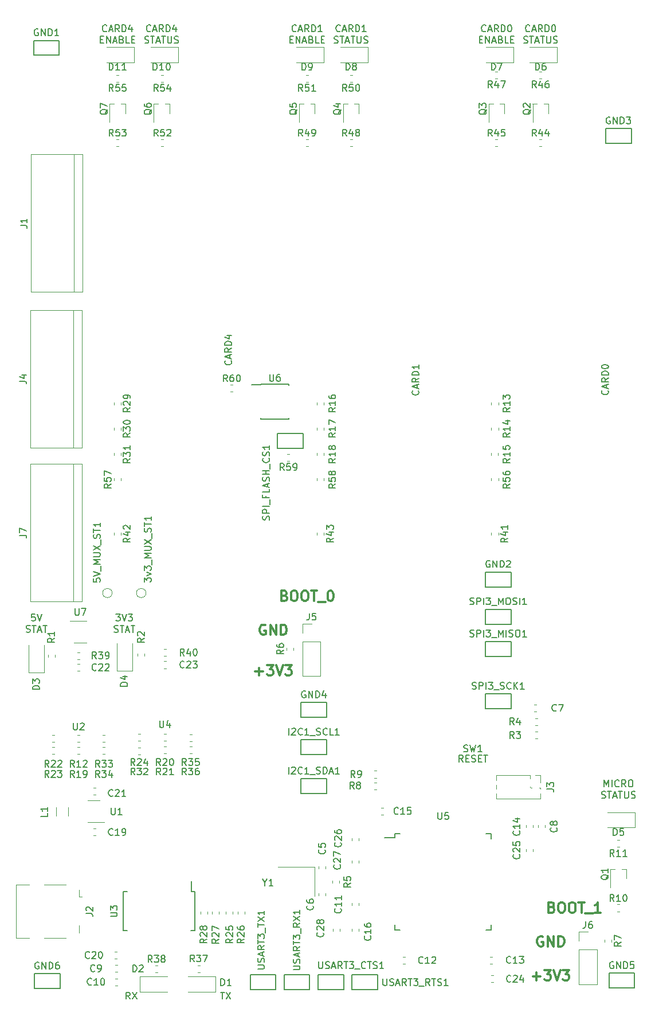
<source format=gbr>
G04 #@! TF.GenerationSoftware,KiCad,Pcbnew,5.0.2-bee76a0~70~ubuntu18.04.1*
G04 #@! TF.CreationDate,2019-10-02T22:03:34-04:00*
G04 #@! TF.ProjectId,Mother Board,4d6f7468-6572-4204-926f-6172642e6b69,rev?*
G04 #@! TF.SameCoordinates,Original*
G04 #@! TF.FileFunction,Legend,Top*
G04 #@! TF.FilePolarity,Positive*
%FSLAX46Y46*%
G04 Gerber Fmt 4.6, Leading zero omitted, Abs format (unit mm)*
G04 Created by KiCad (PCBNEW 5.0.2-bee76a0~70~ubuntu18.04.1) date Wed 02 Oct 2019 10:03:34 PM EDT*
%MOMM*%
%LPD*%
G01*
G04 APERTURE LIST*
%ADD10C,0.180000*%
%ADD11C,0.300000*%
%ADD12C,0.120000*%
%ADD13C,0.150000*%
G04 APERTURE END LIST*
D10*
X99833333Y-203452380D02*
X99500000Y-202976190D01*
X99261904Y-203452380D02*
X99261904Y-202452380D01*
X99642857Y-202452380D01*
X99738095Y-202500000D01*
X99785714Y-202547619D01*
X99833333Y-202642857D01*
X99833333Y-202785714D01*
X99785714Y-202880952D01*
X99738095Y-202928571D01*
X99642857Y-202976190D01*
X99261904Y-202976190D01*
X100166666Y-202452380D02*
X100833333Y-203452380D01*
X100833333Y-202452380D02*
X100166666Y-203452380D01*
X113238095Y-202452380D02*
X113809523Y-202452380D01*
X113523809Y-203452380D02*
X113523809Y-202452380D01*
X114047619Y-202452380D02*
X114714285Y-203452380D01*
X114714285Y-202452380D02*
X114047619Y-203452380D01*
X97761904Y-146612380D02*
X98380952Y-146612380D01*
X98047619Y-146993333D01*
X98190476Y-146993333D01*
X98285714Y-147040952D01*
X98333333Y-147088571D01*
X98380952Y-147183809D01*
X98380952Y-147421904D01*
X98333333Y-147517142D01*
X98285714Y-147564761D01*
X98190476Y-147612380D01*
X97904761Y-147612380D01*
X97809523Y-147564761D01*
X97761904Y-147517142D01*
X98666666Y-146612380D02*
X99000000Y-147612380D01*
X99333333Y-146612380D01*
X99571428Y-146612380D02*
X100190476Y-146612380D01*
X99857142Y-146993333D01*
X100000000Y-146993333D01*
X100095238Y-147040952D01*
X100142857Y-147088571D01*
X100190476Y-147183809D01*
X100190476Y-147421904D01*
X100142857Y-147517142D01*
X100095238Y-147564761D01*
X100000000Y-147612380D01*
X99714285Y-147612380D01*
X99619047Y-147564761D01*
X99571428Y-147517142D01*
X97523809Y-149244761D02*
X97666666Y-149292380D01*
X97904761Y-149292380D01*
X98000000Y-149244761D01*
X98047619Y-149197142D01*
X98095238Y-149101904D01*
X98095238Y-149006666D01*
X98047619Y-148911428D01*
X98000000Y-148863809D01*
X97904761Y-148816190D01*
X97714285Y-148768571D01*
X97619047Y-148720952D01*
X97571428Y-148673333D01*
X97523809Y-148578095D01*
X97523809Y-148482857D01*
X97571428Y-148387619D01*
X97619047Y-148340000D01*
X97714285Y-148292380D01*
X97952380Y-148292380D01*
X98095238Y-148340000D01*
X98380952Y-148292380D02*
X98952380Y-148292380D01*
X98666666Y-149292380D02*
X98666666Y-148292380D01*
X99238095Y-149006666D02*
X99714285Y-149006666D01*
X99142857Y-149292380D02*
X99476190Y-148292380D01*
X99809523Y-149292380D01*
X100000000Y-148292380D02*
X100571428Y-148292380D01*
X100285714Y-149292380D02*
X100285714Y-148292380D01*
X85809523Y-146612380D02*
X85333333Y-146612380D01*
X85285714Y-147088571D01*
X85333333Y-147040952D01*
X85428571Y-146993333D01*
X85666666Y-146993333D01*
X85761904Y-147040952D01*
X85809523Y-147088571D01*
X85857142Y-147183809D01*
X85857142Y-147421904D01*
X85809523Y-147517142D01*
X85761904Y-147564761D01*
X85666666Y-147612380D01*
X85428571Y-147612380D01*
X85333333Y-147564761D01*
X85285714Y-147517142D01*
X86142857Y-146612380D02*
X86476190Y-147612380D01*
X86809523Y-146612380D01*
X84523809Y-149244761D02*
X84666666Y-149292380D01*
X84904761Y-149292380D01*
X85000000Y-149244761D01*
X85047619Y-149197142D01*
X85095238Y-149101904D01*
X85095238Y-149006666D01*
X85047619Y-148911428D01*
X85000000Y-148863809D01*
X84904761Y-148816190D01*
X84714285Y-148768571D01*
X84619047Y-148720952D01*
X84571428Y-148673333D01*
X84523809Y-148578095D01*
X84523809Y-148482857D01*
X84571428Y-148387619D01*
X84619047Y-148340000D01*
X84714285Y-148292380D01*
X84952380Y-148292380D01*
X85095238Y-148340000D01*
X85380952Y-148292380D02*
X85952380Y-148292380D01*
X85666666Y-149292380D02*
X85666666Y-148292380D01*
X86238095Y-149006666D02*
X86714285Y-149006666D01*
X86142857Y-149292380D02*
X86476190Y-148292380D01*
X86809523Y-149292380D01*
X87000000Y-148292380D02*
X87571428Y-148292380D01*
X87285714Y-149292380D02*
X87285714Y-148292380D01*
X149047619Y-168452380D02*
X148714285Y-167976190D01*
X148476190Y-168452380D02*
X148476190Y-167452380D01*
X148857142Y-167452380D01*
X148952380Y-167500000D01*
X149000000Y-167547619D01*
X149047619Y-167642857D01*
X149047619Y-167785714D01*
X149000000Y-167880952D01*
X148952380Y-167928571D01*
X148857142Y-167976190D01*
X148476190Y-167976190D01*
X149476190Y-167928571D02*
X149809523Y-167928571D01*
X149952380Y-168452380D02*
X149476190Y-168452380D01*
X149476190Y-167452380D01*
X149952380Y-167452380D01*
X150333333Y-168404761D02*
X150476190Y-168452380D01*
X150714285Y-168452380D01*
X150809523Y-168404761D01*
X150857142Y-168357142D01*
X150904761Y-168261904D01*
X150904761Y-168166666D01*
X150857142Y-168071428D01*
X150809523Y-168023809D01*
X150714285Y-167976190D01*
X150523809Y-167928571D01*
X150428571Y-167880952D01*
X150380952Y-167833333D01*
X150333333Y-167738095D01*
X150333333Y-167642857D01*
X150380952Y-167547619D01*
X150428571Y-167500000D01*
X150523809Y-167452380D01*
X150761904Y-167452380D01*
X150904761Y-167500000D01*
X151333333Y-167928571D02*
X151666666Y-167928571D01*
X151809523Y-168452380D02*
X151333333Y-168452380D01*
X151333333Y-167452380D01*
X151809523Y-167452380D01*
X152095238Y-167452380D02*
X152666666Y-167452380D01*
X152380952Y-168452380D02*
X152380952Y-167452380D01*
X169904761Y-172112380D02*
X169904761Y-171112380D01*
X170238095Y-171826666D01*
X170571428Y-171112380D01*
X170571428Y-172112380D01*
X171047619Y-172112380D02*
X171047619Y-171112380D01*
X172095238Y-172017142D02*
X172047619Y-172064761D01*
X171904761Y-172112380D01*
X171809523Y-172112380D01*
X171666666Y-172064761D01*
X171571428Y-171969523D01*
X171523809Y-171874285D01*
X171476190Y-171683809D01*
X171476190Y-171540952D01*
X171523809Y-171350476D01*
X171571428Y-171255238D01*
X171666666Y-171160000D01*
X171809523Y-171112380D01*
X171904761Y-171112380D01*
X172047619Y-171160000D01*
X172095238Y-171207619D01*
X173095238Y-172112380D02*
X172761904Y-171636190D01*
X172523809Y-172112380D02*
X172523809Y-171112380D01*
X172904761Y-171112380D01*
X173000000Y-171160000D01*
X173047619Y-171207619D01*
X173095238Y-171302857D01*
X173095238Y-171445714D01*
X173047619Y-171540952D01*
X173000000Y-171588571D01*
X172904761Y-171636190D01*
X172523809Y-171636190D01*
X173714285Y-171112380D02*
X173904761Y-171112380D01*
X174000000Y-171160000D01*
X174095238Y-171255238D01*
X174142857Y-171445714D01*
X174142857Y-171779047D01*
X174095238Y-171969523D01*
X174000000Y-172064761D01*
X173904761Y-172112380D01*
X173714285Y-172112380D01*
X173619047Y-172064761D01*
X173523809Y-171969523D01*
X173476190Y-171779047D01*
X173476190Y-171445714D01*
X173523809Y-171255238D01*
X173619047Y-171160000D01*
X173714285Y-171112380D01*
X169523809Y-173744761D02*
X169666666Y-173792380D01*
X169904761Y-173792380D01*
X170000000Y-173744761D01*
X170047619Y-173697142D01*
X170095238Y-173601904D01*
X170095238Y-173506666D01*
X170047619Y-173411428D01*
X170000000Y-173363809D01*
X169904761Y-173316190D01*
X169714285Y-173268571D01*
X169619047Y-173220952D01*
X169571428Y-173173333D01*
X169523809Y-173078095D01*
X169523809Y-172982857D01*
X169571428Y-172887619D01*
X169619047Y-172840000D01*
X169714285Y-172792380D01*
X169952380Y-172792380D01*
X170095238Y-172840000D01*
X170380952Y-172792380D02*
X170952380Y-172792380D01*
X170666666Y-173792380D02*
X170666666Y-172792380D01*
X171238095Y-173506666D02*
X171714285Y-173506666D01*
X171142857Y-173792380D02*
X171476190Y-172792380D01*
X171809523Y-173792380D01*
X172000000Y-172792380D02*
X172571428Y-172792380D01*
X172285714Y-173792380D02*
X172285714Y-172792380D01*
X172904761Y-172792380D02*
X172904761Y-173601904D01*
X172952380Y-173697142D01*
X173000000Y-173744761D01*
X173095238Y-173792380D01*
X173285714Y-173792380D01*
X173380952Y-173744761D01*
X173428571Y-173697142D01*
X173476190Y-173601904D01*
X173476190Y-172792380D01*
X173904761Y-173744761D02*
X174047619Y-173792380D01*
X174285714Y-173792380D01*
X174380952Y-173744761D01*
X174428571Y-173697142D01*
X174476190Y-173601904D01*
X174476190Y-173506666D01*
X174428571Y-173411428D01*
X174380952Y-173363809D01*
X174285714Y-173316190D01*
X174095238Y-173268571D01*
X174000000Y-173220952D01*
X173952380Y-173173333D01*
X173904761Y-173078095D01*
X173904761Y-172982857D01*
X173952380Y-172887619D01*
X174000000Y-172840000D01*
X174095238Y-172792380D01*
X174333333Y-172792380D01*
X174476190Y-172840000D01*
X152404761Y-60517142D02*
X152357142Y-60564761D01*
X152214285Y-60612380D01*
X152119047Y-60612380D01*
X151976190Y-60564761D01*
X151880952Y-60469523D01*
X151833333Y-60374285D01*
X151785714Y-60183809D01*
X151785714Y-60040952D01*
X151833333Y-59850476D01*
X151880952Y-59755238D01*
X151976190Y-59660000D01*
X152119047Y-59612380D01*
X152214285Y-59612380D01*
X152357142Y-59660000D01*
X152404761Y-59707619D01*
X152785714Y-60326666D02*
X153261904Y-60326666D01*
X152690476Y-60612380D02*
X153023809Y-59612380D01*
X153357142Y-60612380D01*
X154261904Y-60612380D02*
X153928571Y-60136190D01*
X153690476Y-60612380D02*
X153690476Y-59612380D01*
X154071428Y-59612380D01*
X154166666Y-59660000D01*
X154214285Y-59707619D01*
X154261904Y-59802857D01*
X154261904Y-59945714D01*
X154214285Y-60040952D01*
X154166666Y-60088571D01*
X154071428Y-60136190D01*
X153690476Y-60136190D01*
X154690476Y-60612380D02*
X154690476Y-59612380D01*
X154928571Y-59612380D01*
X155071428Y-59660000D01*
X155166666Y-59755238D01*
X155214285Y-59850476D01*
X155261904Y-60040952D01*
X155261904Y-60183809D01*
X155214285Y-60374285D01*
X155166666Y-60469523D01*
X155071428Y-60564761D01*
X154928571Y-60612380D01*
X154690476Y-60612380D01*
X155880952Y-59612380D02*
X155976190Y-59612380D01*
X156071428Y-59660000D01*
X156119047Y-59707619D01*
X156166666Y-59802857D01*
X156214285Y-59993333D01*
X156214285Y-60231428D01*
X156166666Y-60421904D01*
X156119047Y-60517142D01*
X156071428Y-60564761D01*
X155976190Y-60612380D01*
X155880952Y-60612380D01*
X155785714Y-60564761D01*
X155738095Y-60517142D01*
X155690476Y-60421904D01*
X155642857Y-60231428D01*
X155642857Y-59993333D01*
X155690476Y-59802857D01*
X155738095Y-59707619D01*
X155785714Y-59660000D01*
X155880952Y-59612380D01*
X151476190Y-61768571D02*
X151809523Y-61768571D01*
X151952380Y-62292380D02*
X151476190Y-62292380D01*
X151476190Y-61292380D01*
X151952380Y-61292380D01*
X152380952Y-62292380D02*
X152380952Y-61292380D01*
X152952380Y-62292380D01*
X152952380Y-61292380D01*
X153380952Y-62006666D02*
X153857142Y-62006666D01*
X153285714Y-62292380D02*
X153619047Y-61292380D01*
X153952380Y-62292380D01*
X154619047Y-61768571D02*
X154761904Y-61816190D01*
X154809523Y-61863809D01*
X154857142Y-61959047D01*
X154857142Y-62101904D01*
X154809523Y-62197142D01*
X154761904Y-62244761D01*
X154666666Y-62292380D01*
X154285714Y-62292380D01*
X154285714Y-61292380D01*
X154619047Y-61292380D01*
X154714285Y-61340000D01*
X154761904Y-61387619D01*
X154809523Y-61482857D01*
X154809523Y-61578095D01*
X154761904Y-61673333D01*
X154714285Y-61720952D01*
X154619047Y-61768571D01*
X154285714Y-61768571D01*
X155761904Y-62292380D02*
X155285714Y-62292380D01*
X155285714Y-61292380D01*
X156095238Y-61768571D02*
X156428571Y-61768571D01*
X156571428Y-62292380D02*
X156095238Y-62292380D01*
X156095238Y-61292380D01*
X156571428Y-61292380D01*
X158904761Y-60517142D02*
X158857142Y-60564761D01*
X158714285Y-60612380D01*
X158619047Y-60612380D01*
X158476190Y-60564761D01*
X158380952Y-60469523D01*
X158333333Y-60374285D01*
X158285714Y-60183809D01*
X158285714Y-60040952D01*
X158333333Y-59850476D01*
X158380952Y-59755238D01*
X158476190Y-59660000D01*
X158619047Y-59612380D01*
X158714285Y-59612380D01*
X158857142Y-59660000D01*
X158904761Y-59707619D01*
X159285714Y-60326666D02*
X159761904Y-60326666D01*
X159190476Y-60612380D02*
X159523809Y-59612380D01*
X159857142Y-60612380D01*
X160761904Y-60612380D02*
X160428571Y-60136190D01*
X160190476Y-60612380D02*
X160190476Y-59612380D01*
X160571428Y-59612380D01*
X160666666Y-59660000D01*
X160714285Y-59707619D01*
X160761904Y-59802857D01*
X160761904Y-59945714D01*
X160714285Y-60040952D01*
X160666666Y-60088571D01*
X160571428Y-60136190D01*
X160190476Y-60136190D01*
X161190476Y-60612380D02*
X161190476Y-59612380D01*
X161428571Y-59612380D01*
X161571428Y-59660000D01*
X161666666Y-59755238D01*
X161714285Y-59850476D01*
X161761904Y-60040952D01*
X161761904Y-60183809D01*
X161714285Y-60374285D01*
X161666666Y-60469523D01*
X161571428Y-60564761D01*
X161428571Y-60612380D01*
X161190476Y-60612380D01*
X162380952Y-59612380D02*
X162476190Y-59612380D01*
X162571428Y-59660000D01*
X162619047Y-59707619D01*
X162666666Y-59802857D01*
X162714285Y-59993333D01*
X162714285Y-60231428D01*
X162666666Y-60421904D01*
X162619047Y-60517142D01*
X162571428Y-60564761D01*
X162476190Y-60612380D01*
X162380952Y-60612380D01*
X162285714Y-60564761D01*
X162238095Y-60517142D01*
X162190476Y-60421904D01*
X162142857Y-60231428D01*
X162142857Y-59993333D01*
X162190476Y-59802857D01*
X162238095Y-59707619D01*
X162285714Y-59660000D01*
X162380952Y-59612380D01*
X158023809Y-62244761D02*
X158166666Y-62292380D01*
X158404761Y-62292380D01*
X158500000Y-62244761D01*
X158547619Y-62197142D01*
X158595238Y-62101904D01*
X158595238Y-62006666D01*
X158547619Y-61911428D01*
X158500000Y-61863809D01*
X158404761Y-61816190D01*
X158214285Y-61768571D01*
X158119047Y-61720952D01*
X158071428Y-61673333D01*
X158023809Y-61578095D01*
X158023809Y-61482857D01*
X158071428Y-61387619D01*
X158119047Y-61340000D01*
X158214285Y-61292380D01*
X158452380Y-61292380D01*
X158595238Y-61340000D01*
X158880952Y-61292380D02*
X159452380Y-61292380D01*
X159166666Y-62292380D02*
X159166666Y-61292380D01*
X159738095Y-62006666D02*
X160214285Y-62006666D01*
X159642857Y-62292380D02*
X159976190Y-61292380D01*
X160309523Y-62292380D01*
X160500000Y-61292380D02*
X161071428Y-61292380D01*
X160785714Y-62292380D02*
X160785714Y-61292380D01*
X161404761Y-61292380D02*
X161404761Y-62101904D01*
X161452380Y-62197142D01*
X161500000Y-62244761D01*
X161595238Y-62292380D01*
X161785714Y-62292380D01*
X161880952Y-62244761D01*
X161928571Y-62197142D01*
X161976190Y-62101904D01*
X161976190Y-61292380D01*
X162404761Y-62244761D02*
X162547619Y-62292380D01*
X162785714Y-62292380D01*
X162880952Y-62244761D01*
X162928571Y-62197142D01*
X162976190Y-62101904D01*
X162976190Y-62006666D01*
X162928571Y-61911428D01*
X162880952Y-61863809D01*
X162785714Y-61816190D01*
X162595238Y-61768571D01*
X162500000Y-61720952D01*
X162452380Y-61673333D01*
X162404761Y-61578095D01*
X162404761Y-61482857D01*
X162452380Y-61387619D01*
X162500000Y-61340000D01*
X162595238Y-61292380D01*
X162833333Y-61292380D01*
X162976190Y-61340000D01*
X130904761Y-60517142D02*
X130857142Y-60564761D01*
X130714285Y-60612380D01*
X130619047Y-60612380D01*
X130476190Y-60564761D01*
X130380952Y-60469523D01*
X130333333Y-60374285D01*
X130285714Y-60183809D01*
X130285714Y-60040952D01*
X130333333Y-59850476D01*
X130380952Y-59755238D01*
X130476190Y-59660000D01*
X130619047Y-59612380D01*
X130714285Y-59612380D01*
X130857142Y-59660000D01*
X130904761Y-59707619D01*
X131285714Y-60326666D02*
X131761904Y-60326666D01*
X131190476Y-60612380D02*
X131523809Y-59612380D01*
X131857142Y-60612380D01*
X132761904Y-60612380D02*
X132428571Y-60136190D01*
X132190476Y-60612380D02*
X132190476Y-59612380D01*
X132571428Y-59612380D01*
X132666666Y-59660000D01*
X132714285Y-59707619D01*
X132761904Y-59802857D01*
X132761904Y-59945714D01*
X132714285Y-60040952D01*
X132666666Y-60088571D01*
X132571428Y-60136190D01*
X132190476Y-60136190D01*
X133190476Y-60612380D02*
X133190476Y-59612380D01*
X133428571Y-59612380D01*
X133571428Y-59660000D01*
X133666666Y-59755238D01*
X133714285Y-59850476D01*
X133761904Y-60040952D01*
X133761904Y-60183809D01*
X133714285Y-60374285D01*
X133666666Y-60469523D01*
X133571428Y-60564761D01*
X133428571Y-60612380D01*
X133190476Y-60612380D01*
X134714285Y-60612380D02*
X134142857Y-60612380D01*
X134428571Y-60612380D02*
X134428571Y-59612380D01*
X134333333Y-59755238D01*
X134238095Y-59850476D01*
X134142857Y-59898095D01*
X130023809Y-62244761D02*
X130166666Y-62292380D01*
X130404761Y-62292380D01*
X130500000Y-62244761D01*
X130547619Y-62197142D01*
X130595238Y-62101904D01*
X130595238Y-62006666D01*
X130547619Y-61911428D01*
X130500000Y-61863809D01*
X130404761Y-61816190D01*
X130214285Y-61768571D01*
X130119047Y-61720952D01*
X130071428Y-61673333D01*
X130023809Y-61578095D01*
X130023809Y-61482857D01*
X130071428Y-61387619D01*
X130119047Y-61340000D01*
X130214285Y-61292380D01*
X130452380Y-61292380D01*
X130595238Y-61340000D01*
X130880952Y-61292380D02*
X131452380Y-61292380D01*
X131166666Y-62292380D02*
X131166666Y-61292380D01*
X131738095Y-62006666D02*
X132214285Y-62006666D01*
X131642857Y-62292380D02*
X131976190Y-61292380D01*
X132309523Y-62292380D01*
X132500000Y-61292380D02*
X133071428Y-61292380D01*
X132785714Y-62292380D02*
X132785714Y-61292380D01*
X133404761Y-61292380D02*
X133404761Y-62101904D01*
X133452380Y-62197142D01*
X133500000Y-62244761D01*
X133595238Y-62292380D01*
X133785714Y-62292380D01*
X133880952Y-62244761D01*
X133928571Y-62197142D01*
X133976190Y-62101904D01*
X133976190Y-61292380D01*
X134404761Y-62244761D02*
X134547619Y-62292380D01*
X134785714Y-62292380D01*
X134880952Y-62244761D01*
X134928571Y-62197142D01*
X134976190Y-62101904D01*
X134976190Y-62006666D01*
X134928571Y-61911428D01*
X134880952Y-61863809D01*
X134785714Y-61816190D01*
X134595238Y-61768571D01*
X134500000Y-61720952D01*
X134452380Y-61673333D01*
X134404761Y-61578095D01*
X134404761Y-61482857D01*
X134452380Y-61387619D01*
X134500000Y-61340000D01*
X134595238Y-61292380D01*
X134833333Y-61292380D01*
X134976190Y-61340000D01*
X124404761Y-60517142D02*
X124357142Y-60564761D01*
X124214285Y-60612380D01*
X124119047Y-60612380D01*
X123976190Y-60564761D01*
X123880952Y-60469523D01*
X123833333Y-60374285D01*
X123785714Y-60183809D01*
X123785714Y-60040952D01*
X123833333Y-59850476D01*
X123880952Y-59755238D01*
X123976190Y-59660000D01*
X124119047Y-59612380D01*
X124214285Y-59612380D01*
X124357142Y-59660000D01*
X124404761Y-59707619D01*
X124785714Y-60326666D02*
X125261904Y-60326666D01*
X124690476Y-60612380D02*
X125023809Y-59612380D01*
X125357142Y-60612380D01*
X126261904Y-60612380D02*
X125928571Y-60136190D01*
X125690476Y-60612380D02*
X125690476Y-59612380D01*
X126071428Y-59612380D01*
X126166666Y-59660000D01*
X126214285Y-59707619D01*
X126261904Y-59802857D01*
X126261904Y-59945714D01*
X126214285Y-60040952D01*
X126166666Y-60088571D01*
X126071428Y-60136190D01*
X125690476Y-60136190D01*
X126690476Y-60612380D02*
X126690476Y-59612380D01*
X126928571Y-59612380D01*
X127071428Y-59660000D01*
X127166666Y-59755238D01*
X127214285Y-59850476D01*
X127261904Y-60040952D01*
X127261904Y-60183809D01*
X127214285Y-60374285D01*
X127166666Y-60469523D01*
X127071428Y-60564761D01*
X126928571Y-60612380D01*
X126690476Y-60612380D01*
X128214285Y-60612380D02*
X127642857Y-60612380D01*
X127928571Y-60612380D02*
X127928571Y-59612380D01*
X127833333Y-59755238D01*
X127738095Y-59850476D01*
X127642857Y-59898095D01*
X123476190Y-61768571D02*
X123809523Y-61768571D01*
X123952380Y-62292380D02*
X123476190Y-62292380D01*
X123476190Y-61292380D01*
X123952380Y-61292380D01*
X124380952Y-62292380D02*
X124380952Y-61292380D01*
X124952380Y-62292380D01*
X124952380Y-61292380D01*
X125380952Y-62006666D02*
X125857142Y-62006666D01*
X125285714Y-62292380D02*
X125619047Y-61292380D01*
X125952380Y-62292380D01*
X126619047Y-61768571D02*
X126761904Y-61816190D01*
X126809523Y-61863809D01*
X126857142Y-61959047D01*
X126857142Y-62101904D01*
X126809523Y-62197142D01*
X126761904Y-62244761D01*
X126666666Y-62292380D01*
X126285714Y-62292380D01*
X126285714Y-61292380D01*
X126619047Y-61292380D01*
X126714285Y-61340000D01*
X126761904Y-61387619D01*
X126809523Y-61482857D01*
X126809523Y-61578095D01*
X126761904Y-61673333D01*
X126714285Y-61720952D01*
X126619047Y-61768571D01*
X126285714Y-61768571D01*
X127761904Y-62292380D02*
X127285714Y-62292380D01*
X127285714Y-61292380D01*
X128095238Y-61768571D02*
X128428571Y-61768571D01*
X128571428Y-62292380D02*
X128095238Y-62292380D01*
X128095238Y-61292380D01*
X128571428Y-61292380D01*
X102904761Y-60517142D02*
X102857142Y-60564761D01*
X102714285Y-60612380D01*
X102619047Y-60612380D01*
X102476190Y-60564761D01*
X102380952Y-60469523D01*
X102333333Y-60374285D01*
X102285714Y-60183809D01*
X102285714Y-60040952D01*
X102333333Y-59850476D01*
X102380952Y-59755238D01*
X102476190Y-59660000D01*
X102619047Y-59612380D01*
X102714285Y-59612380D01*
X102857142Y-59660000D01*
X102904761Y-59707619D01*
X103285714Y-60326666D02*
X103761904Y-60326666D01*
X103190476Y-60612380D02*
X103523809Y-59612380D01*
X103857142Y-60612380D01*
X104761904Y-60612380D02*
X104428571Y-60136190D01*
X104190476Y-60612380D02*
X104190476Y-59612380D01*
X104571428Y-59612380D01*
X104666666Y-59660000D01*
X104714285Y-59707619D01*
X104761904Y-59802857D01*
X104761904Y-59945714D01*
X104714285Y-60040952D01*
X104666666Y-60088571D01*
X104571428Y-60136190D01*
X104190476Y-60136190D01*
X105190476Y-60612380D02*
X105190476Y-59612380D01*
X105428571Y-59612380D01*
X105571428Y-59660000D01*
X105666666Y-59755238D01*
X105714285Y-59850476D01*
X105761904Y-60040952D01*
X105761904Y-60183809D01*
X105714285Y-60374285D01*
X105666666Y-60469523D01*
X105571428Y-60564761D01*
X105428571Y-60612380D01*
X105190476Y-60612380D01*
X106619047Y-59945714D02*
X106619047Y-60612380D01*
X106380952Y-59564761D02*
X106142857Y-60279047D01*
X106761904Y-60279047D01*
X102023809Y-62244761D02*
X102166666Y-62292380D01*
X102404761Y-62292380D01*
X102500000Y-62244761D01*
X102547619Y-62197142D01*
X102595238Y-62101904D01*
X102595238Y-62006666D01*
X102547619Y-61911428D01*
X102500000Y-61863809D01*
X102404761Y-61816190D01*
X102214285Y-61768571D01*
X102119047Y-61720952D01*
X102071428Y-61673333D01*
X102023809Y-61578095D01*
X102023809Y-61482857D01*
X102071428Y-61387619D01*
X102119047Y-61340000D01*
X102214285Y-61292380D01*
X102452380Y-61292380D01*
X102595238Y-61340000D01*
X102880952Y-61292380D02*
X103452380Y-61292380D01*
X103166666Y-62292380D02*
X103166666Y-61292380D01*
X103738095Y-62006666D02*
X104214285Y-62006666D01*
X103642857Y-62292380D02*
X103976190Y-61292380D01*
X104309523Y-62292380D01*
X104500000Y-61292380D02*
X105071428Y-61292380D01*
X104785714Y-62292380D02*
X104785714Y-61292380D01*
X105404761Y-61292380D02*
X105404761Y-62101904D01*
X105452380Y-62197142D01*
X105500000Y-62244761D01*
X105595238Y-62292380D01*
X105785714Y-62292380D01*
X105880952Y-62244761D01*
X105928571Y-62197142D01*
X105976190Y-62101904D01*
X105976190Y-61292380D01*
X106404761Y-62244761D02*
X106547619Y-62292380D01*
X106785714Y-62292380D01*
X106880952Y-62244761D01*
X106928571Y-62197142D01*
X106976190Y-62101904D01*
X106976190Y-62006666D01*
X106928571Y-61911428D01*
X106880952Y-61863809D01*
X106785714Y-61816190D01*
X106595238Y-61768571D01*
X106500000Y-61720952D01*
X106452380Y-61673333D01*
X106404761Y-61578095D01*
X106404761Y-61482857D01*
X106452380Y-61387619D01*
X106500000Y-61340000D01*
X106595238Y-61292380D01*
X106833333Y-61292380D01*
X106976190Y-61340000D01*
X96404761Y-60517142D02*
X96357142Y-60564761D01*
X96214285Y-60612380D01*
X96119047Y-60612380D01*
X95976190Y-60564761D01*
X95880952Y-60469523D01*
X95833333Y-60374285D01*
X95785714Y-60183809D01*
X95785714Y-60040952D01*
X95833333Y-59850476D01*
X95880952Y-59755238D01*
X95976190Y-59660000D01*
X96119047Y-59612380D01*
X96214285Y-59612380D01*
X96357142Y-59660000D01*
X96404761Y-59707619D01*
X96785714Y-60326666D02*
X97261904Y-60326666D01*
X96690476Y-60612380D02*
X97023809Y-59612380D01*
X97357142Y-60612380D01*
X98261904Y-60612380D02*
X97928571Y-60136190D01*
X97690476Y-60612380D02*
X97690476Y-59612380D01*
X98071428Y-59612380D01*
X98166666Y-59660000D01*
X98214285Y-59707619D01*
X98261904Y-59802857D01*
X98261904Y-59945714D01*
X98214285Y-60040952D01*
X98166666Y-60088571D01*
X98071428Y-60136190D01*
X97690476Y-60136190D01*
X98690476Y-60612380D02*
X98690476Y-59612380D01*
X98928571Y-59612380D01*
X99071428Y-59660000D01*
X99166666Y-59755238D01*
X99214285Y-59850476D01*
X99261904Y-60040952D01*
X99261904Y-60183809D01*
X99214285Y-60374285D01*
X99166666Y-60469523D01*
X99071428Y-60564761D01*
X98928571Y-60612380D01*
X98690476Y-60612380D01*
X100119047Y-59945714D02*
X100119047Y-60612380D01*
X99880952Y-59564761D02*
X99642857Y-60279047D01*
X100261904Y-60279047D01*
X95476190Y-61768571D02*
X95809523Y-61768571D01*
X95952380Y-62292380D02*
X95476190Y-62292380D01*
X95476190Y-61292380D01*
X95952380Y-61292380D01*
X96380952Y-62292380D02*
X96380952Y-61292380D01*
X96952380Y-62292380D01*
X96952380Y-61292380D01*
X97380952Y-62006666D02*
X97857142Y-62006666D01*
X97285714Y-62292380D02*
X97619047Y-61292380D01*
X97952380Y-62292380D01*
X98619047Y-61768571D02*
X98761904Y-61816190D01*
X98809523Y-61863809D01*
X98857142Y-61959047D01*
X98857142Y-62101904D01*
X98809523Y-62197142D01*
X98761904Y-62244761D01*
X98666666Y-62292380D01*
X98285714Y-62292380D01*
X98285714Y-61292380D01*
X98619047Y-61292380D01*
X98714285Y-61340000D01*
X98761904Y-61387619D01*
X98809523Y-61482857D01*
X98809523Y-61578095D01*
X98761904Y-61673333D01*
X98714285Y-61720952D01*
X98619047Y-61768571D01*
X98285714Y-61768571D01*
X99761904Y-62292380D02*
X99285714Y-62292380D01*
X99285714Y-61292380D01*
X100095238Y-61768571D02*
X100428571Y-61768571D01*
X100571428Y-62292380D02*
X100095238Y-62292380D01*
X100095238Y-61292380D01*
X100571428Y-61292380D01*
D11*
X118357142Y-155107142D02*
X119500000Y-155107142D01*
X118928571Y-155678571D02*
X118928571Y-154535714D01*
X120071428Y-154178571D02*
X121000000Y-154178571D01*
X120500000Y-154750000D01*
X120714285Y-154750000D01*
X120857142Y-154821428D01*
X120928571Y-154892857D01*
X121000000Y-155035714D01*
X121000000Y-155392857D01*
X120928571Y-155535714D01*
X120857142Y-155607142D01*
X120714285Y-155678571D01*
X120285714Y-155678571D01*
X120142857Y-155607142D01*
X120071428Y-155535714D01*
X121428571Y-154178571D02*
X121928571Y-155678571D01*
X122428571Y-154178571D01*
X122785714Y-154178571D02*
X123714285Y-154178571D01*
X123214285Y-154750000D01*
X123428571Y-154750000D01*
X123571428Y-154821428D01*
X123642857Y-154892857D01*
X123714285Y-155035714D01*
X123714285Y-155392857D01*
X123642857Y-155535714D01*
X123571428Y-155607142D01*
X123428571Y-155678571D01*
X123000000Y-155678571D01*
X122857142Y-155607142D01*
X122785714Y-155535714D01*
X119857142Y-148250000D02*
X119714285Y-148178571D01*
X119500000Y-148178571D01*
X119285714Y-148250000D01*
X119142857Y-148392857D01*
X119071428Y-148535714D01*
X119000000Y-148821428D01*
X119000000Y-149035714D01*
X119071428Y-149321428D01*
X119142857Y-149464285D01*
X119285714Y-149607142D01*
X119500000Y-149678571D01*
X119642857Y-149678571D01*
X119857142Y-149607142D01*
X119928571Y-149535714D01*
X119928571Y-149035714D01*
X119642857Y-149035714D01*
X120571428Y-149678571D02*
X120571428Y-148178571D01*
X121428571Y-149678571D01*
X121428571Y-148178571D01*
X122142857Y-149678571D02*
X122142857Y-148178571D01*
X122500000Y-148178571D01*
X122714285Y-148250000D01*
X122857142Y-148392857D01*
X122928571Y-148535714D01*
X123000000Y-148821428D01*
X123000000Y-149035714D01*
X122928571Y-149321428D01*
X122857142Y-149464285D01*
X122714285Y-149607142D01*
X122500000Y-149678571D01*
X122142857Y-149678571D01*
X160857142Y-194250000D02*
X160714285Y-194178571D01*
X160500000Y-194178571D01*
X160285714Y-194250000D01*
X160142857Y-194392857D01*
X160071428Y-194535714D01*
X160000000Y-194821428D01*
X160000000Y-195035714D01*
X160071428Y-195321428D01*
X160142857Y-195464285D01*
X160285714Y-195607142D01*
X160500000Y-195678571D01*
X160642857Y-195678571D01*
X160857142Y-195607142D01*
X160928571Y-195535714D01*
X160928571Y-195035714D01*
X160642857Y-195035714D01*
X161571428Y-195678571D02*
X161571428Y-194178571D01*
X162428571Y-195678571D01*
X162428571Y-194178571D01*
X163142857Y-195678571D02*
X163142857Y-194178571D01*
X163500000Y-194178571D01*
X163714285Y-194250000D01*
X163857142Y-194392857D01*
X163928571Y-194535714D01*
X164000000Y-194821428D01*
X164000000Y-195035714D01*
X163928571Y-195321428D01*
X163857142Y-195464285D01*
X163714285Y-195607142D01*
X163500000Y-195678571D01*
X163142857Y-195678571D01*
X159357142Y-200107142D02*
X160500000Y-200107142D01*
X159928571Y-200678571D02*
X159928571Y-199535714D01*
X161071428Y-199178571D02*
X162000000Y-199178571D01*
X161500000Y-199750000D01*
X161714285Y-199750000D01*
X161857142Y-199821428D01*
X161928571Y-199892857D01*
X162000000Y-200035714D01*
X162000000Y-200392857D01*
X161928571Y-200535714D01*
X161857142Y-200607142D01*
X161714285Y-200678571D01*
X161285714Y-200678571D01*
X161142857Y-200607142D01*
X161071428Y-200535714D01*
X162428571Y-199178571D02*
X162928571Y-200678571D01*
X163428571Y-199178571D01*
X163785714Y-199178571D02*
X164714285Y-199178571D01*
X164214285Y-199750000D01*
X164428571Y-199750000D01*
X164571428Y-199821428D01*
X164642857Y-199892857D01*
X164714285Y-200035714D01*
X164714285Y-200392857D01*
X164642857Y-200535714D01*
X164571428Y-200607142D01*
X164428571Y-200678571D01*
X164000000Y-200678571D01*
X163857142Y-200607142D01*
X163785714Y-200535714D01*
X162178571Y-189892857D02*
X162392857Y-189964285D01*
X162464285Y-190035714D01*
X162535714Y-190178571D01*
X162535714Y-190392857D01*
X162464285Y-190535714D01*
X162392857Y-190607142D01*
X162250000Y-190678571D01*
X161678571Y-190678571D01*
X161678571Y-189178571D01*
X162178571Y-189178571D01*
X162321428Y-189250000D01*
X162392857Y-189321428D01*
X162464285Y-189464285D01*
X162464285Y-189607142D01*
X162392857Y-189750000D01*
X162321428Y-189821428D01*
X162178571Y-189892857D01*
X161678571Y-189892857D01*
X163464285Y-189178571D02*
X163750000Y-189178571D01*
X163892857Y-189250000D01*
X164035714Y-189392857D01*
X164107142Y-189678571D01*
X164107142Y-190178571D01*
X164035714Y-190464285D01*
X163892857Y-190607142D01*
X163750000Y-190678571D01*
X163464285Y-190678571D01*
X163321428Y-190607142D01*
X163178571Y-190464285D01*
X163107142Y-190178571D01*
X163107142Y-189678571D01*
X163178571Y-189392857D01*
X163321428Y-189250000D01*
X163464285Y-189178571D01*
X165035714Y-189178571D02*
X165321428Y-189178571D01*
X165464285Y-189250000D01*
X165607142Y-189392857D01*
X165678571Y-189678571D01*
X165678571Y-190178571D01*
X165607142Y-190464285D01*
X165464285Y-190607142D01*
X165321428Y-190678571D01*
X165035714Y-190678571D01*
X164892857Y-190607142D01*
X164750000Y-190464285D01*
X164678571Y-190178571D01*
X164678571Y-189678571D01*
X164750000Y-189392857D01*
X164892857Y-189250000D01*
X165035714Y-189178571D01*
X166107142Y-189178571D02*
X166964285Y-189178571D01*
X166535714Y-190678571D02*
X166535714Y-189178571D01*
X167107142Y-190821428D02*
X168250000Y-190821428D01*
X169392857Y-190678571D02*
X168535714Y-190678571D01*
X168964285Y-190678571D02*
X168964285Y-189178571D01*
X168821428Y-189392857D01*
X168678571Y-189535714D01*
X168535714Y-189607142D01*
X122678571Y-143892857D02*
X122892857Y-143964285D01*
X122964285Y-144035714D01*
X123035714Y-144178571D01*
X123035714Y-144392857D01*
X122964285Y-144535714D01*
X122892857Y-144607142D01*
X122750000Y-144678571D01*
X122178571Y-144678571D01*
X122178571Y-143178571D01*
X122678571Y-143178571D01*
X122821428Y-143250000D01*
X122892857Y-143321428D01*
X122964285Y-143464285D01*
X122964285Y-143607142D01*
X122892857Y-143750000D01*
X122821428Y-143821428D01*
X122678571Y-143892857D01*
X122178571Y-143892857D01*
X123964285Y-143178571D02*
X124250000Y-143178571D01*
X124392857Y-143250000D01*
X124535714Y-143392857D01*
X124607142Y-143678571D01*
X124607142Y-144178571D01*
X124535714Y-144464285D01*
X124392857Y-144607142D01*
X124250000Y-144678571D01*
X123964285Y-144678571D01*
X123821428Y-144607142D01*
X123678571Y-144464285D01*
X123607142Y-144178571D01*
X123607142Y-143678571D01*
X123678571Y-143392857D01*
X123821428Y-143250000D01*
X123964285Y-143178571D01*
X125535714Y-143178571D02*
X125821428Y-143178571D01*
X125964285Y-143250000D01*
X126107142Y-143392857D01*
X126178571Y-143678571D01*
X126178571Y-144178571D01*
X126107142Y-144464285D01*
X125964285Y-144607142D01*
X125821428Y-144678571D01*
X125535714Y-144678571D01*
X125392857Y-144607142D01*
X125250000Y-144464285D01*
X125178571Y-144178571D01*
X125178571Y-143678571D01*
X125250000Y-143392857D01*
X125392857Y-143250000D01*
X125535714Y-143178571D01*
X126607142Y-143178571D02*
X127464285Y-143178571D01*
X127035714Y-144678571D02*
X127035714Y-143178571D01*
X127607142Y-144821428D02*
X128750000Y-144821428D01*
X129392857Y-143178571D02*
X129535714Y-143178571D01*
X129678571Y-143250000D01*
X129750000Y-143321428D01*
X129821428Y-143464285D01*
X129892857Y-143750000D01*
X129892857Y-144107142D01*
X129821428Y-144392857D01*
X129750000Y-144535714D01*
X129678571Y-144607142D01*
X129535714Y-144678571D01*
X129392857Y-144678571D01*
X129250000Y-144607142D01*
X129178571Y-144535714D01*
X129107142Y-144392857D01*
X129035714Y-144107142D01*
X129035714Y-143750000D01*
X129107142Y-143464285D01*
X129178571Y-143321428D01*
X129250000Y-143250000D01*
X129392857Y-143178571D01*
D12*
G04 #@! TO.C,J5*
X125335000Y-148040001D02*
X126665000Y-148040001D01*
X125335000Y-149370001D02*
X125335000Y-148040001D01*
X125335000Y-150640001D02*
X127995000Y-150640001D01*
X127995000Y-150640001D02*
X127995000Y-155780001D01*
X125335000Y-150640001D02*
X125335000Y-155780001D01*
X125335000Y-155780001D02*
X127995000Y-155780001D01*
D13*
G04 #@! TO.C,U3*
X108890000Y-187625000D02*
X108890000Y-186025000D01*
X98815000Y-187625000D02*
X98815000Y-193375000D01*
X109465000Y-187625000D02*
X109465000Y-193375000D01*
X98815000Y-187625000D02*
X99465000Y-187625000D01*
X98815000Y-193375000D02*
X99465000Y-193375000D01*
X109465000Y-193375000D02*
X108815000Y-193375000D01*
X109465000Y-187625000D02*
X108890000Y-187625000D01*
D12*
G04 #@! TO.C,J2*
X82990000Y-186590000D02*
X84940000Y-186590000D01*
X87160000Y-186590000D02*
X90390000Y-186590000D01*
X92310000Y-187310000D02*
X92310000Y-188390000D01*
X92310000Y-192610000D02*
X92310000Y-193690000D01*
X87160000Y-194410000D02*
X90390000Y-194410000D01*
X82990000Y-194410000D02*
X84940000Y-194410000D01*
X92310000Y-188390000D02*
X92740000Y-188390000D01*
X82990000Y-194410000D02*
X82990000Y-186590000D01*
G04 #@! TO.C,D3*
X87135000Y-155210000D02*
X87135000Y-151150000D01*
X84865000Y-155210000D02*
X87135000Y-155210000D01*
X84865000Y-151150000D02*
X84865000Y-155210000D01*
G04 #@! TO.C,D4*
X100215785Y-155000161D02*
X100215785Y-150940161D01*
X97945785Y-155000161D02*
X100215785Y-155000161D01*
X97945785Y-150940161D02*
X97945785Y-155000161D01*
G04 #@! TO.C,R1*
X88760000Y-152951266D02*
X88760000Y-152608732D01*
X87740000Y-152951266D02*
X87740000Y-152608732D01*
G04 #@! TO.C,R2*
X102010000Y-152821267D02*
X102010000Y-152478733D01*
X100990000Y-152821267D02*
X100990000Y-152478733D01*
G04 #@! TO.C,R3*
X160046267Y-163990000D02*
X159703733Y-163990000D01*
X160046267Y-165010000D02*
X159703733Y-165010000D01*
G04 #@! TO.C,R4*
X160046267Y-161990000D02*
X159703733Y-161990000D01*
X160046267Y-163010000D02*
X159703733Y-163010000D01*
G04 #@! TO.C,R5*
X129740000Y-185984645D02*
X129740000Y-186327179D01*
X130760000Y-185984645D02*
X130760000Y-186327179D01*
G04 #@! TO.C,R6*
X124010000Y-151921267D02*
X124010000Y-151578733D01*
X122990000Y-151921267D02*
X122990000Y-151578733D01*
G04 #@! TO.C,R7*
X169990000Y-194703733D02*
X169990000Y-195046267D01*
X171010000Y-194703733D02*
X171010000Y-195046267D01*
G04 #@! TO.C,R8*
X136283141Y-171460912D02*
X135940607Y-171460912D01*
X136283141Y-172480912D02*
X135940607Y-172480912D01*
G04 #@! TO.C,R9*
X136283141Y-169760912D02*
X135940607Y-169760912D01*
X136283141Y-170780912D02*
X135940607Y-170780912D01*
G04 #@! TO.C,R13*
X153240000Y-115328733D02*
X153240000Y-115671267D01*
X154260000Y-115328733D02*
X154260000Y-115671267D01*
G04 #@! TO.C,R14*
X153240000Y-119078733D02*
X153240000Y-119421267D01*
X154260000Y-119078733D02*
X154260000Y-119421267D01*
G04 #@! TO.C,R15*
X153198605Y-122828733D02*
X153198605Y-123171267D01*
X154218605Y-122828733D02*
X154218605Y-123171267D01*
G04 #@! TO.C,R16*
X127490000Y-115328733D02*
X127490000Y-115671267D01*
X128510000Y-115328733D02*
X128510000Y-115671267D01*
G04 #@! TO.C,R17*
X127490000Y-119073960D02*
X127490000Y-119416494D01*
X128510000Y-119073960D02*
X128510000Y-119416494D01*
G04 #@! TO.C,R18*
X127490000Y-122828733D02*
X127490000Y-123171267D01*
X128510000Y-122828733D02*
X128510000Y-123171267D01*
G04 #@! TO.C,R25*
X115010000Y-190886267D02*
X115010000Y-190543733D01*
X113990000Y-190886267D02*
X113990000Y-190543733D01*
G04 #@! TO.C,R26*
X116760000Y-190886267D02*
X116760000Y-190543733D01*
X115740000Y-190886267D02*
X115740000Y-190543733D01*
G04 #@! TO.C,R27*
X113010000Y-190921267D02*
X113010000Y-190578733D01*
X111990000Y-190921267D02*
X111990000Y-190578733D01*
G04 #@! TO.C,R28*
X111260000Y-190886267D02*
X111260000Y-190543733D01*
X110240000Y-190886267D02*
X110240000Y-190543733D01*
G04 #@! TO.C,R29*
X97490000Y-115328733D02*
X97490000Y-115671267D01*
X98510000Y-115328733D02*
X98510000Y-115671267D01*
G04 #@! TO.C,R30*
X97490000Y-119078733D02*
X97490000Y-119421267D01*
X98510000Y-119078733D02*
X98510000Y-119421267D01*
G04 #@! TO.C,R31*
X97490000Y-122828733D02*
X97490000Y-123171267D01*
X98510000Y-122828733D02*
X98510000Y-123171267D01*
G04 #@! TO.C,C5*
X128760000Y-184171267D02*
X128760000Y-183828733D01*
X127740000Y-184171267D02*
X127740000Y-183828733D01*
G04 #@! TO.C,C6*
X128760000Y-188171267D02*
X128760000Y-187828733D01*
X127740000Y-188171267D02*
X127740000Y-187828733D01*
G04 #@! TO.C,C7*
X159921267Y-159990000D02*
X159578733Y-159990000D01*
X159921267Y-161010000D02*
X159578733Y-161010000D01*
G04 #@! TO.C,C8*
X161121874Y-178142179D02*
X161121874Y-177799645D01*
X160101874Y-178142179D02*
X160101874Y-177799645D01*
G04 #@! TO.C,C11*
X133621874Y-189642179D02*
X133621874Y-189299645D01*
X132601874Y-189642179D02*
X132601874Y-189299645D01*
G04 #@! TO.C,C12*
X140190607Y-198230912D02*
X140533141Y-198230912D01*
X140190607Y-197210912D02*
X140533141Y-197210912D01*
G04 #@! TO.C,C13*
X153408141Y-197210912D02*
X153065607Y-197210912D01*
X153408141Y-198230912D02*
X153065607Y-198230912D01*
G04 #@! TO.C,C14*
X159371874Y-178142179D02*
X159371874Y-177799645D01*
X158351874Y-178142179D02*
X158351874Y-177799645D01*
G04 #@! TO.C,C15*
X137283141Y-175210912D02*
X136940607Y-175210912D01*
X137283141Y-176230912D02*
X136940607Y-176230912D01*
G04 #@! TO.C,C16*
X133621874Y-193392179D02*
X133621874Y-193049645D01*
X132601874Y-193392179D02*
X132601874Y-193049645D01*
G04 #@! TO.C,J3*
X160510000Y-170370000D02*
X160510000Y-171500000D01*
X159750000Y-170370000D02*
X160510000Y-170370000D01*
X160445000Y-173077530D02*
X160445000Y-173900000D01*
X160445000Y-172260000D02*
X160445000Y-172462470D01*
X160313471Y-172260000D02*
X160445000Y-172260000D01*
X159043471Y-172260000D02*
X159186529Y-172260000D01*
X158990000Y-172063471D02*
X158990000Y-172206529D01*
X158990000Y-170370000D02*
X158990000Y-170936529D01*
X160445000Y-173900000D02*
X153975000Y-173900000D01*
X158990000Y-170370000D02*
X153975000Y-170370000D01*
X153975000Y-171807530D02*
X153975000Y-172462470D01*
X153975000Y-173077530D02*
X153975000Y-173900000D01*
X153975000Y-170370000D02*
X153975000Y-171192470D01*
G04 #@! TO.C,J6*
X166170000Y-193540001D02*
X167500000Y-193540001D01*
X166170000Y-194870001D02*
X166170000Y-193540001D01*
X166170000Y-196140001D02*
X168830000Y-196140001D01*
X168830000Y-196140001D02*
X168830000Y-201280001D01*
X166170000Y-196140001D02*
X166170000Y-201280001D01*
X166170000Y-201280001D02*
X168830000Y-201280001D01*
G04 #@! TO.C,R41*
X153240000Y-134578733D02*
X153240000Y-134921267D01*
X154260000Y-134578733D02*
X154260000Y-134921267D01*
G04 #@! TO.C,R42*
X97490000Y-134578733D02*
X97490000Y-134921267D01*
X98510000Y-134578733D02*
X98510000Y-134921267D01*
G04 #@! TO.C,R43*
X127490000Y-134578733D02*
X127490000Y-134921267D01*
X128510000Y-134578733D02*
X128510000Y-134921267D01*
G04 #@! TO.C,J4*
X92710000Y-122040000D02*
X92710000Y-101720000D01*
X85090000Y-122040000D02*
X85090000Y-101720000D01*
X91440000Y-101720000D02*
X91440000Y-122040000D01*
X92710000Y-101720000D02*
X85090000Y-101720000D01*
X85090000Y-122040000D02*
X92710000Y-122040000D01*
G04 #@! TO.C,J7*
X92710000Y-144780000D02*
X92710000Y-124460000D01*
X85090000Y-144780000D02*
X85090000Y-124460000D01*
X91440000Y-124460000D02*
X91440000Y-144780000D01*
X92710000Y-124460000D02*
X85090000Y-124460000D01*
X85090000Y-144780000D02*
X92710000Y-144780000D01*
G04 #@! TO.C,J1*
X92810000Y-99040000D02*
X92810000Y-78720000D01*
X85190000Y-99040000D02*
X85190000Y-78720000D01*
X91540000Y-78720000D02*
X91540000Y-99040000D01*
X92810000Y-78720000D02*
X85190000Y-78720000D01*
X85190000Y-99040000D02*
X92810000Y-99040000D01*
G04 #@! TO.C,C9*
X97637911Y-199460158D02*
X97980445Y-199460158D01*
X97637911Y-198440158D02*
X97980445Y-198440158D01*
G04 #@! TO.C,C10*
X97637911Y-201460158D02*
X97980445Y-201460158D01*
X97637911Y-200440158D02*
X97980445Y-200440158D01*
G04 #@! TO.C,C19*
X94418523Y-178265693D02*
X94761057Y-178265693D01*
X94418523Y-179285693D02*
X94761057Y-179285693D01*
G04 #@! TO.C,C20*
X97921267Y-197510000D02*
X97578733Y-197510000D01*
X97921267Y-196490000D02*
X97578733Y-196490000D01*
G04 #@! TO.C,C21*
X94761057Y-173285693D02*
X94418523Y-173285693D01*
X94761057Y-172265693D02*
X94418523Y-172265693D01*
G04 #@! TO.C,C22*
X92078733Y-153990000D02*
X92421267Y-153990000D01*
X92078733Y-155010000D02*
X92421267Y-155010000D01*
G04 #@! TO.C,C23*
X104828733Y-154610000D02*
X105171267Y-154610000D01*
X104828733Y-153590000D02*
X105171267Y-153590000D01*
G04 #@! TO.C,D1*
X112460000Y-200115000D02*
X108400000Y-200115000D01*
X112460000Y-202385000D02*
X112460000Y-200115000D01*
X108400000Y-202385000D02*
X112460000Y-202385000D01*
G04 #@! TO.C,D2*
X105350000Y-200115000D02*
X101290000Y-200115000D01*
X101290000Y-200115000D02*
X101290000Y-202385000D01*
X101290000Y-202385000D02*
X105350000Y-202385000D01*
G04 #@! TO.C,R12*
X92421267Y-164490000D02*
X92078733Y-164490000D01*
X92421267Y-165510000D02*
X92078733Y-165510000D01*
G04 #@! TO.C,R19*
X92078733Y-166240000D02*
X92421267Y-166240000D01*
X92078733Y-167260000D02*
X92421267Y-167260000D01*
G04 #@! TO.C,R20*
X105171267Y-165346538D02*
X104828733Y-165346538D01*
X105171267Y-164326538D02*
X104828733Y-164326538D01*
G04 #@! TO.C,R21*
X104828733Y-167210000D02*
X105171267Y-167210000D01*
X104828733Y-166190000D02*
X105171267Y-166190000D01*
G04 #@! TO.C,R22*
X88328733Y-165510000D02*
X88671267Y-165510000D01*
X88328733Y-164490000D02*
X88671267Y-164490000D01*
G04 #@! TO.C,R23*
X88671267Y-167260000D02*
X88328733Y-167260000D01*
X88671267Y-166240000D02*
X88328733Y-166240000D01*
G04 #@! TO.C,R24*
X101050126Y-165324113D02*
X101392660Y-165324113D01*
X101050126Y-164304113D02*
X101392660Y-164304113D01*
G04 #@! TO.C,R32*
X101392660Y-167324113D02*
X101050126Y-167324113D01*
X101392660Y-166304113D02*
X101050126Y-166304113D01*
G04 #@! TO.C,R33*
X96171267Y-164490000D02*
X95828733Y-164490000D01*
X96171267Y-165510000D02*
X95828733Y-165510000D01*
G04 #@! TO.C,R34*
X95828733Y-166240000D02*
X96171267Y-166240000D01*
X95828733Y-167260000D02*
X96171267Y-167260000D01*
G04 #@! TO.C,R35*
X108971267Y-165410000D02*
X108628733Y-165410000D01*
X108971267Y-164390000D02*
X108628733Y-164390000D01*
G04 #@! TO.C,R36*
X108628733Y-167210000D02*
X108971267Y-167210000D01*
X108628733Y-166190000D02*
X108971267Y-166190000D01*
G04 #@! TO.C,R37*
X110171267Y-199510000D02*
X109828733Y-199510000D01*
X110171267Y-198490000D02*
X109828733Y-198490000D01*
G04 #@! TO.C,R38*
X103578733Y-199510000D02*
X103921267Y-199510000D01*
X103578733Y-198490000D02*
X103921267Y-198490000D01*
G04 #@! TO.C,R39*
X92078733Y-152240000D02*
X92421267Y-152240000D01*
X92078733Y-153260000D02*
X92421267Y-153260000D01*
G04 #@! TO.C,R40*
X104828733Y-152810000D02*
X105171267Y-152810000D01*
X104828733Y-151790000D02*
X105171267Y-151790000D01*
G04 #@! TO.C,U1*
X95389790Y-174115693D02*
X93589790Y-174115693D01*
X93589790Y-177335693D02*
X96039790Y-177335693D01*
D13*
G04 #@! TO.C,U6*
X119175000Y-112675000D02*
X119175000Y-112725000D01*
X123325000Y-112675000D02*
X123325000Y-112820000D01*
X123325000Y-117825000D02*
X123325000Y-117680000D01*
X119175000Y-117825000D02*
X119175000Y-117680000D01*
X119175000Y-112675000D02*
X123325000Y-112675000D01*
X119175000Y-117825000D02*
X123325000Y-117825000D01*
X119175000Y-112725000D02*
X117775000Y-112725000D01*
D12*
G04 #@! TO.C,L1*
X90749790Y-175173629D02*
X90749790Y-176377757D01*
X88929790Y-175173629D02*
X88929790Y-176377757D01*
G04 #@! TO.C,Y1*
X127106874Y-188230912D02*
X127106874Y-183930912D01*
X127106874Y-183930912D02*
X121706874Y-183930912D01*
G04 #@! TO.C,C24*
X153533141Y-199960912D02*
X153190607Y-199960912D01*
X153533141Y-200980912D02*
X153190607Y-200980912D01*
G04 #@! TO.C,C25*
X158351874Y-181642179D02*
X158351874Y-181299645D01*
X159371874Y-181642179D02*
X159371874Y-181299645D01*
G04 #@! TO.C,C26*
X133621874Y-179674645D02*
X133621874Y-180017179D01*
X132601874Y-179674645D02*
X132601874Y-180017179D01*
G04 #@! TO.C,C27*
X132601874Y-183049645D02*
X132601874Y-183392179D01*
X133621874Y-183049645D02*
X133621874Y-183392179D01*
D13*
G04 #@! TO.C,U5*
X138986874Y-178995912D02*
X138986874Y-179645912D01*
X153236874Y-178995912D02*
X153236874Y-179755912D01*
X153236874Y-193245912D02*
X153236874Y-192485912D01*
X138986874Y-193245912D02*
X138986874Y-192485912D01*
X138986874Y-178995912D02*
X139746874Y-178995912D01*
X138986874Y-193245912D02*
X139746874Y-193245912D01*
X153236874Y-193245912D02*
X152476874Y-193245912D01*
X153236874Y-178995912D02*
X152476874Y-178995912D01*
X138986874Y-179645912D02*
X137461874Y-179645912D01*
D12*
G04 #@! TO.C,C28*
X129851874Y-193392179D02*
X129851874Y-193049645D01*
X130871874Y-193392179D02*
X130871874Y-193049645D01*
G04 #@! TO.C,U7*
X91600000Y-150860000D02*
X93400000Y-150860000D01*
X93400000Y-147640000D02*
X90950000Y-147640000D01*
G04 #@! TO.C,D5*
X170400000Y-178135000D02*
X174460000Y-178135000D01*
X174460000Y-178135000D02*
X174460000Y-175865000D01*
X174460000Y-175865000D02*
X170400000Y-175865000D01*
G04 #@! TO.C,D6*
X158900000Y-65135000D02*
X162960000Y-65135000D01*
X162960000Y-65135000D02*
X162960000Y-62865000D01*
X162960000Y-62865000D02*
X158900000Y-62865000D01*
G04 #@! TO.C,D7*
X156460000Y-62865000D02*
X152400000Y-62865000D01*
X156460000Y-65135000D02*
X156460000Y-62865000D01*
X152400000Y-65135000D02*
X156460000Y-65135000D01*
G04 #@! TO.C,D8*
X130900000Y-65135000D02*
X134960000Y-65135000D01*
X134960000Y-65135000D02*
X134960000Y-62865000D01*
X134960000Y-62865000D02*
X130900000Y-62865000D01*
G04 #@! TO.C,D9*
X128460000Y-62865000D02*
X124400000Y-62865000D01*
X128460000Y-65135000D02*
X128460000Y-62865000D01*
X124400000Y-65135000D02*
X128460000Y-65135000D01*
G04 #@! TO.C,D10*
X106960000Y-62865000D02*
X102900000Y-62865000D01*
X106960000Y-65135000D02*
X106960000Y-62865000D01*
X102900000Y-65135000D02*
X106960000Y-65135000D01*
G04 #@! TO.C,D11*
X96400000Y-65135000D02*
X100460000Y-65135000D01*
X100460000Y-65135000D02*
X100460000Y-62865000D01*
X100460000Y-62865000D02*
X96400000Y-62865000D01*
G04 #@! TO.C,Q1*
X173160000Y-185675000D02*
X173160000Y-184265000D01*
X170840000Y-184265000D02*
X170840000Y-187000000D01*
X170830000Y-184265000D02*
X171500000Y-184265000D01*
X172500000Y-184265000D02*
X173160000Y-184265000D01*
G04 #@! TO.C,Q2*
X161000000Y-71265000D02*
X161660000Y-71265000D01*
X159330000Y-71265000D02*
X160000000Y-71265000D01*
X159340000Y-71265000D02*
X159340000Y-74000000D01*
X161660000Y-72675000D02*
X161660000Y-71265000D01*
G04 #@! TO.C,Q3*
X155160000Y-72675000D02*
X155160000Y-71265000D01*
X152840000Y-71265000D02*
X152840000Y-74000000D01*
X152830000Y-71265000D02*
X153500000Y-71265000D01*
X154500000Y-71265000D02*
X155160000Y-71265000D01*
G04 #@! TO.C,Q4*
X133660000Y-72675000D02*
X133660000Y-71265000D01*
X131340000Y-71265000D02*
X131340000Y-74000000D01*
X131330000Y-71265000D02*
X132000000Y-71265000D01*
X133000000Y-71265000D02*
X133660000Y-71265000D01*
G04 #@! TO.C,Q5*
X126500000Y-71265000D02*
X127160000Y-71265000D01*
X124830000Y-71265000D02*
X125500000Y-71265000D01*
X124840000Y-71265000D02*
X124840000Y-74000000D01*
X127160000Y-72675000D02*
X127160000Y-71265000D01*
G04 #@! TO.C,Q6*
X105000000Y-71265000D02*
X105660000Y-71265000D01*
X103330000Y-71265000D02*
X104000000Y-71265000D01*
X103340000Y-71265000D02*
X103340000Y-74000000D01*
X105660000Y-72675000D02*
X105660000Y-71265000D01*
G04 #@! TO.C,Q7*
X98500000Y-71265000D02*
X99160000Y-71265000D01*
X96830000Y-71265000D02*
X97500000Y-71265000D01*
X96840000Y-71265000D02*
X96840000Y-74000000D01*
X99160000Y-72675000D02*
X99160000Y-71265000D01*
G04 #@! TO.C,R10*
X171828733Y-190510000D02*
X172171267Y-190510000D01*
X171828733Y-189490000D02*
X172171267Y-189490000D01*
G04 #@! TO.C,R11*
X172171267Y-181010000D02*
X171828733Y-181010000D01*
X172171267Y-179990000D02*
X171828733Y-179990000D01*
G04 #@! TO.C,R44*
X160328733Y-76490000D02*
X160671267Y-76490000D01*
X160328733Y-77510000D02*
X160671267Y-77510000D01*
G04 #@! TO.C,R45*
X153828733Y-77510000D02*
X154171267Y-77510000D01*
X153828733Y-76490000D02*
X154171267Y-76490000D01*
G04 #@! TO.C,R46*
X160671267Y-66490000D02*
X160328733Y-66490000D01*
X160671267Y-67510000D02*
X160328733Y-67510000D01*
G04 #@! TO.C,R47*
X154171267Y-67510000D02*
X153828733Y-67510000D01*
X154171267Y-66490000D02*
X153828733Y-66490000D01*
G04 #@! TO.C,R48*
X132328733Y-76490000D02*
X132671267Y-76490000D01*
X132328733Y-77510000D02*
X132671267Y-77510000D01*
G04 #@! TO.C,R49*
X125828733Y-77510000D02*
X126171267Y-77510000D01*
X125828733Y-76490000D02*
X126171267Y-76490000D01*
G04 #@! TO.C,R50*
X132671267Y-66990000D02*
X132328733Y-66990000D01*
X132671267Y-68010000D02*
X132328733Y-68010000D01*
G04 #@! TO.C,R51*
X126171267Y-68010000D02*
X125828733Y-68010000D01*
X126171267Y-66990000D02*
X125828733Y-66990000D01*
G04 #@! TO.C,R52*
X104453733Y-77510000D02*
X104796267Y-77510000D01*
X104453733Y-76490000D02*
X104796267Y-76490000D01*
G04 #@! TO.C,R53*
X97828733Y-77510000D02*
X98171267Y-77510000D01*
X97828733Y-76490000D02*
X98171267Y-76490000D01*
G04 #@! TO.C,R54*
X104796267Y-68010000D02*
X104453733Y-68010000D01*
X104796267Y-66990000D02*
X104453733Y-66990000D01*
G04 #@! TO.C,R55*
X98171267Y-68010000D02*
X97828733Y-68010000D01*
X98171267Y-66990000D02*
X97828733Y-66990000D01*
G04 #@! TO.C,5V_MUX_ST1*
X97200000Y-143500000D02*
G75*
G03X97200000Y-143500000I-700000J0D01*
G01*
G04 #@! TO.C,3v3_MUX_ST1*
X102200000Y-143500000D02*
G75*
G03X102200000Y-143500000I-700000J0D01*
G01*
D13*
G04 #@! TO.C,USART3_RX1*
X122600000Y-199900000D02*
X126400000Y-199900000D01*
X126400000Y-199900000D02*
X126400000Y-202100000D01*
X126400000Y-202100000D02*
X122600000Y-202100000D01*
X122600000Y-202100000D02*
X122600000Y-199900000D01*
G04 #@! TO.C,GND1*
X85600000Y-61900000D02*
X89400000Y-61900000D01*
X89400000Y-61900000D02*
X89400000Y-64100000D01*
X89400000Y-64100000D02*
X85600000Y-64100000D01*
X85600000Y-64100000D02*
X85600000Y-61900000D01*
G04 #@! TO.C,GND2*
X152350000Y-142600000D02*
X152350000Y-140400000D01*
X156150000Y-142600000D02*
X152350000Y-142600000D01*
X156150000Y-140400000D02*
X156150000Y-142600000D01*
X152350000Y-140400000D02*
X156150000Y-140400000D01*
G04 #@! TO.C,GND3*
X170100000Y-74900000D02*
X173900000Y-74900000D01*
X173900000Y-74900000D02*
X173900000Y-77100000D01*
X173900000Y-77100000D02*
X170100000Y-77100000D01*
X170100000Y-77100000D02*
X170100000Y-74900000D01*
G04 #@! TO.C,GND4*
X125100000Y-161850000D02*
X125100000Y-159650000D01*
X128900000Y-161850000D02*
X125100000Y-161850000D01*
X128900000Y-159650000D02*
X128900000Y-161850000D01*
X125100000Y-159650000D02*
X128900000Y-159650000D01*
G04 #@! TO.C,GND5*
X170600000Y-199650000D02*
X174400000Y-199650000D01*
X174400000Y-199650000D02*
X174400000Y-201850000D01*
X174400000Y-201850000D02*
X170600000Y-201850000D01*
X170600000Y-201850000D02*
X170600000Y-199650000D01*
G04 #@! TO.C,I2C1_SCL1*
X125100000Y-167350000D02*
X125100000Y-165150000D01*
X128900000Y-167350000D02*
X125100000Y-167350000D01*
X128900000Y-165150000D02*
X128900000Y-167350000D01*
X125100000Y-165150000D02*
X128900000Y-165150000D01*
G04 #@! TO.C,I2C1_SDA1*
X125100000Y-170900000D02*
X128900000Y-170900000D01*
X128900000Y-170900000D02*
X128900000Y-173100000D01*
X128900000Y-173100000D02*
X125100000Y-173100000D01*
X125100000Y-173100000D02*
X125100000Y-170900000D01*
G04 #@! TO.C,SPI3_MISO1*
X152350000Y-152850000D02*
X152350000Y-150650000D01*
X156150000Y-152850000D02*
X152350000Y-152850000D01*
X156150000Y-150650000D02*
X156150000Y-152850000D01*
X152350000Y-150650000D02*
X156150000Y-150650000D01*
G04 #@! TO.C,SPI3_MOSI1*
X152350000Y-148100000D02*
X152350000Y-145900000D01*
X156150000Y-148100000D02*
X152350000Y-148100000D01*
X156150000Y-145900000D02*
X156150000Y-148100000D01*
X152350000Y-145900000D02*
X156150000Y-145900000D01*
G04 #@! TO.C,SPI3_SCK1*
X152350000Y-158400000D02*
X156150000Y-158400000D01*
X156150000Y-158400000D02*
X156150000Y-160600000D01*
X156150000Y-160600000D02*
X152350000Y-160600000D01*
X152350000Y-160600000D02*
X152350000Y-158400000D01*
G04 #@! TO.C,SPI_FLASH_CS1*
X121600000Y-122100000D02*
X121600000Y-119900000D01*
X125400000Y-122100000D02*
X121600000Y-122100000D01*
X125400000Y-119900000D02*
X125400000Y-122100000D01*
X121600000Y-119900000D02*
X125400000Y-119900000D01*
G04 #@! TO.C,USART3_CTS1*
X127600000Y-199900000D02*
X131400000Y-199900000D01*
X131400000Y-199900000D02*
X131400000Y-202100000D01*
X131400000Y-202100000D02*
X127600000Y-202100000D01*
X127600000Y-202100000D02*
X127600000Y-199900000D01*
G04 #@! TO.C,USART3_RTS1*
X132600000Y-202100000D02*
X132600000Y-199900000D01*
X136400000Y-202100000D02*
X132600000Y-202100000D01*
X136400000Y-199900000D02*
X136400000Y-202100000D01*
X132600000Y-199900000D02*
X136400000Y-199900000D01*
G04 #@! TO.C,USART3_TX1*
X117600000Y-199900000D02*
X121400000Y-199900000D01*
X121400000Y-199900000D02*
X121400000Y-202100000D01*
X121400000Y-202100000D02*
X117600000Y-202100000D01*
X117600000Y-202100000D02*
X117600000Y-199900000D01*
D12*
G04 #@! TO.C,R56*
X153240000Y-126921267D02*
X153240000Y-126578733D01*
X154260000Y-126921267D02*
X154260000Y-126578733D01*
G04 #@! TO.C,R57*
X98510000Y-126921267D02*
X98510000Y-126578733D01*
X97490000Y-126921267D02*
X97490000Y-126578733D01*
G04 #@! TO.C,R58*
X127490000Y-126921267D02*
X127490000Y-126578733D01*
X128510000Y-126921267D02*
X128510000Y-126578733D01*
G04 #@! TO.C,R59*
X123421267Y-122990000D02*
X123078733Y-122990000D01*
X123421267Y-124010000D02*
X123078733Y-124010000D01*
G04 #@! TO.C,R60*
X114703733Y-112740000D02*
X115046267Y-112740000D01*
X114703733Y-113760000D02*
X115046267Y-113760000D01*
D13*
G04 #@! TO.C,GND6*
X85700000Y-199700000D02*
X89500000Y-199700000D01*
X89500000Y-199700000D02*
X89500000Y-201900000D01*
X89500000Y-201900000D02*
X85700000Y-201900000D01*
X85700000Y-201900000D02*
X85700000Y-199700000D01*
G04 #@! TO.C,J5*
X126331666Y-146492381D02*
X126331666Y-147206667D01*
X126284047Y-147349524D01*
X126188809Y-147444762D01*
X126045952Y-147492381D01*
X125950714Y-147492381D01*
X127284047Y-146492381D02*
X126807857Y-146492381D01*
X126760238Y-146968572D01*
X126807857Y-146920953D01*
X126903095Y-146873334D01*
X127141190Y-146873334D01*
X127236428Y-146920953D01*
X127284047Y-146968572D01*
X127331666Y-147063810D01*
X127331666Y-147301905D01*
X127284047Y-147397143D01*
X127236428Y-147444762D01*
X127141190Y-147492381D01*
X126903095Y-147492381D01*
X126807857Y-147444762D01*
X126760238Y-147397143D01*
G04 #@! TO.C,U3*
X96952380Y-191261904D02*
X97761904Y-191261904D01*
X97857142Y-191214285D01*
X97904761Y-191166666D01*
X97952380Y-191071428D01*
X97952380Y-190880952D01*
X97904761Y-190785714D01*
X97857142Y-190738095D01*
X97761904Y-190690476D01*
X96952380Y-190690476D01*
X96952380Y-190309523D02*
X96952380Y-189690476D01*
X97333333Y-190023809D01*
X97333333Y-189880952D01*
X97380952Y-189785714D01*
X97428571Y-189738095D01*
X97523809Y-189690476D01*
X97761904Y-189690476D01*
X97857142Y-189738095D01*
X97904761Y-189785714D01*
X97952380Y-189880952D01*
X97952380Y-190166666D01*
X97904761Y-190261904D01*
X97857142Y-190309523D01*
G04 #@! TO.C,J2*
X93352380Y-190833333D02*
X94066666Y-190833333D01*
X94209523Y-190880952D01*
X94304761Y-190976190D01*
X94352380Y-191119047D01*
X94352380Y-191214285D01*
X93447619Y-190404761D02*
X93400000Y-190357142D01*
X93352380Y-190261904D01*
X93352380Y-190023809D01*
X93400000Y-189928571D01*
X93447619Y-189880952D01*
X93542857Y-189833333D01*
X93638095Y-189833333D01*
X93780952Y-189880952D01*
X94352380Y-190452380D01*
X94352380Y-189833333D01*
G04 #@! TO.C,D3*
X86452380Y-157738095D02*
X85452380Y-157738095D01*
X85452380Y-157500000D01*
X85500000Y-157357142D01*
X85595238Y-157261904D01*
X85690476Y-157214285D01*
X85880952Y-157166666D01*
X86023809Y-157166666D01*
X86214285Y-157214285D01*
X86309523Y-157261904D01*
X86404761Y-157357142D01*
X86452380Y-157500000D01*
X86452380Y-157738095D01*
X85452380Y-156833333D02*
X85452380Y-156214285D01*
X85833333Y-156547619D01*
X85833333Y-156404761D01*
X85880952Y-156309523D01*
X85928571Y-156261904D01*
X86023809Y-156214285D01*
X86261904Y-156214285D01*
X86357142Y-156261904D01*
X86404761Y-156309523D01*
X86452380Y-156404761D01*
X86452380Y-156690476D01*
X86404761Y-156785714D01*
X86357142Y-156833333D01*
G04 #@! TO.C,D4*
X99452380Y-157238095D02*
X98452380Y-157238095D01*
X98452380Y-157000000D01*
X98500000Y-156857142D01*
X98595238Y-156761904D01*
X98690476Y-156714285D01*
X98880952Y-156666666D01*
X99023809Y-156666666D01*
X99214285Y-156714285D01*
X99309523Y-156761904D01*
X99404761Y-156857142D01*
X99452380Y-157000000D01*
X99452380Y-157238095D01*
X98785714Y-155809523D02*
X99452380Y-155809523D01*
X98404761Y-156047619D02*
X99119047Y-156285714D01*
X99119047Y-155666666D01*
G04 #@! TO.C,R1*
X88702380Y-150166666D02*
X88226190Y-150500000D01*
X88702380Y-150738095D02*
X87702380Y-150738095D01*
X87702380Y-150357142D01*
X87750000Y-150261904D01*
X87797619Y-150214285D01*
X87892857Y-150166666D01*
X88035714Y-150166666D01*
X88130952Y-150214285D01*
X88178571Y-150261904D01*
X88226190Y-150357142D01*
X88226190Y-150738095D01*
X88702380Y-149214285D02*
X88702380Y-149785714D01*
X88702380Y-149500000D02*
X87702380Y-149500000D01*
X87845238Y-149595238D01*
X87940476Y-149690476D01*
X87988095Y-149785714D01*
G04 #@! TO.C,R2*
X101952380Y-150166666D02*
X101476190Y-150500000D01*
X101952380Y-150738095D02*
X100952380Y-150738095D01*
X100952380Y-150357142D01*
X101000000Y-150261904D01*
X101047619Y-150214285D01*
X101142857Y-150166666D01*
X101285714Y-150166666D01*
X101380952Y-150214285D01*
X101428571Y-150261904D01*
X101476190Y-150357142D01*
X101476190Y-150738095D01*
X101047619Y-149785714D02*
X101000000Y-149738095D01*
X100952380Y-149642857D01*
X100952380Y-149404761D01*
X101000000Y-149309523D01*
X101047619Y-149261904D01*
X101142857Y-149214285D01*
X101238095Y-149214285D01*
X101380952Y-149261904D01*
X101952380Y-149833333D01*
X101952380Y-149214285D01*
G04 #@! TO.C,R3*
X156583333Y-164952380D02*
X156250000Y-164476190D01*
X156011904Y-164952380D02*
X156011904Y-163952380D01*
X156392857Y-163952380D01*
X156488095Y-164000000D01*
X156535714Y-164047619D01*
X156583333Y-164142857D01*
X156583333Y-164285714D01*
X156535714Y-164380952D01*
X156488095Y-164428571D01*
X156392857Y-164476190D01*
X156011904Y-164476190D01*
X156916666Y-163952380D02*
X157535714Y-163952380D01*
X157202380Y-164333333D01*
X157345238Y-164333333D01*
X157440476Y-164380952D01*
X157488095Y-164428571D01*
X157535714Y-164523809D01*
X157535714Y-164761904D01*
X157488095Y-164857142D01*
X157440476Y-164904761D01*
X157345238Y-164952380D01*
X157059523Y-164952380D01*
X156964285Y-164904761D01*
X156916666Y-164857142D01*
G04 #@! TO.C,R4*
X156583333Y-162952380D02*
X156250000Y-162476190D01*
X156011904Y-162952380D02*
X156011904Y-161952380D01*
X156392857Y-161952380D01*
X156488095Y-162000000D01*
X156535714Y-162047619D01*
X156583333Y-162142857D01*
X156583333Y-162285714D01*
X156535714Y-162380952D01*
X156488095Y-162428571D01*
X156392857Y-162476190D01*
X156011904Y-162476190D01*
X157440476Y-162285714D02*
X157440476Y-162952380D01*
X157202380Y-161904761D02*
X156964285Y-162619047D01*
X157583333Y-162619047D01*
G04 #@! TO.C,R5*
X132452380Y-186322578D02*
X131976190Y-186655912D01*
X132452380Y-186894007D02*
X131452380Y-186894007D01*
X131452380Y-186513054D01*
X131500000Y-186417816D01*
X131547619Y-186370197D01*
X131642857Y-186322578D01*
X131785714Y-186322578D01*
X131880952Y-186370197D01*
X131928571Y-186417816D01*
X131976190Y-186513054D01*
X131976190Y-186894007D01*
X131452380Y-185417816D02*
X131452380Y-185894007D01*
X131928571Y-185941626D01*
X131880952Y-185894007D01*
X131833333Y-185798769D01*
X131833333Y-185560673D01*
X131880952Y-185465435D01*
X131928571Y-185417816D01*
X132023809Y-185370197D01*
X132261904Y-185370197D01*
X132357142Y-185417816D01*
X132404761Y-185465435D01*
X132452380Y-185560673D01*
X132452380Y-185798769D01*
X132404761Y-185894007D01*
X132357142Y-185941626D01*
G04 #@! TO.C,R6*
X122522380Y-151916666D02*
X122046190Y-152250000D01*
X122522380Y-152488095D02*
X121522380Y-152488095D01*
X121522380Y-152107142D01*
X121570000Y-152011904D01*
X121617619Y-151964285D01*
X121712857Y-151916666D01*
X121855714Y-151916666D01*
X121950952Y-151964285D01*
X121998571Y-152011904D01*
X122046190Y-152107142D01*
X122046190Y-152488095D01*
X121522380Y-151059523D02*
X121522380Y-151250000D01*
X121570000Y-151345238D01*
X121617619Y-151392857D01*
X121760476Y-151488095D01*
X121950952Y-151535714D01*
X122331904Y-151535714D01*
X122427142Y-151488095D01*
X122474761Y-151440476D01*
X122522380Y-151345238D01*
X122522380Y-151154761D01*
X122474761Y-151059523D01*
X122427142Y-151011904D01*
X122331904Y-150964285D01*
X122093809Y-150964285D01*
X121998571Y-151011904D01*
X121950952Y-151059523D01*
X121903333Y-151154761D01*
X121903333Y-151345238D01*
X121950952Y-151440476D01*
X121998571Y-151488095D01*
X122093809Y-151535714D01*
G04 #@! TO.C,R7*
X172382380Y-195041666D02*
X171906190Y-195375000D01*
X172382380Y-195613095D02*
X171382380Y-195613095D01*
X171382380Y-195232142D01*
X171430000Y-195136904D01*
X171477619Y-195089285D01*
X171572857Y-195041666D01*
X171715714Y-195041666D01*
X171810952Y-195089285D01*
X171858571Y-195136904D01*
X171906190Y-195232142D01*
X171906190Y-195613095D01*
X171382380Y-194708333D02*
X171382380Y-194041666D01*
X172382380Y-194470238D01*
G04 #@! TO.C,R8*
X132945207Y-172423292D02*
X132611874Y-171947102D01*
X132373778Y-172423292D02*
X132373778Y-171423292D01*
X132754731Y-171423292D01*
X132849969Y-171470912D01*
X132897588Y-171518531D01*
X132945207Y-171613769D01*
X132945207Y-171756626D01*
X132897588Y-171851864D01*
X132849969Y-171899483D01*
X132754731Y-171947102D01*
X132373778Y-171947102D01*
X133516635Y-171851864D02*
X133421397Y-171804245D01*
X133373778Y-171756626D01*
X133326159Y-171661388D01*
X133326159Y-171613769D01*
X133373778Y-171518531D01*
X133421397Y-171470912D01*
X133516635Y-171423292D01*
X133707112Y-171423292D01*
X133802350Y-171470912D01*
X133849969Y-171518531D01*
X133897588Y-171613769D01*
X133897588Y-171661388D01*
X133849969Y-171756626D01*
X133802350Y-171804245D01*
X133707112Y-171851864D01*
X133516635Y-171851864D01*
X133421397Y-171899483D01*
X133373778Y-171947102D01*
X133326159Y-172042340D01*
X133326159Y-172232816D01*
X133373778Y-172328054D01*
X133421397Y-172375673D01*
X133516635Y-172423292D01*
X133707112Y-172423292D01*
X133802350Y-172375673D01*
X133849969Y-172328054D01*
X133897588Y-172232816D01*
X133897588Y-172042340D01*
X133849969Y-171947102D01*
X133802350Y-171899483D01*
X133707112Y-171851864D01*
G04 #@! TO.C,R9*
X133070207Y-170723292D02*
X132736874Y-170247102D01*
X132498778Y-170723292D02*
X132498778Y-169723292D01*
X132879731Y-169723292D01*
X132974969Y-169770912D01*
X133022588Y-169818531D01*
X133070207Y-169913769D01*
X133070207Y-170056626D01*
X133022588Y-170151864D01*
X132974969Y-170199483D01*
X132879731Y-170247102D01*
X132498778Y-170247102D01*
X133546397Y-170723292D02*
X133736874Y-170723292D01*
X133832112Y-170675673D01*
X133879731Y-170628054D01*
X133974969Y-170485197D01*
X134022588Y-170294721D01*
X134022588Y-169913769D01*
X133974969Y-169818531D01*
X133927350Y-169770912D01*
X133832112Y-169723292D01*
X133641635Y-169723292D01*
X133546397Y-169770912D01*
X133498778Y-169818531D01*
X133451159Y-169913769D01*
X133451159Y-170151864D01*
X133498778Y-170247102D01*
X133546397Y-170294721D01*
X133641635Y-170342340D01*
X133832112Y-170342340D01*
X133927350Y-170294721D01*
X133974969Y-170247102D01*
X134022588Y-170151864D01*
G04 #@! TO.C,R13*
X155952380Y-116142857D02*
X155476190Y-116476190D01*
X155952380Y-116714285D02*
X154952380Y-116714285D01*
X154952380Y-116333333D01*
X155000000Y-116238095D01*
X155047619Y-116190476D01*
X155142857Y-116142857D01*
X155285714Y-116142857D01*
X155380952Y-116190476D01*
X155428571Y-116238095D01*
X155476190Y-116333333D01*
X155476190Y-116714285D01*
X155952380Y-115190476D02*
X155952380Y-115761904D01*
X155952380Y-115476190D02*
X154952380Y-115476190D01*
X155095238Y-115571428D01*
X155190476Y-115666666D01*
X155238095Y-115761904D01*
X154952380Y-114857142D02*
X154952380Y-114238095D01*
X155333333Y-114571428D01*
X155333333Y-114428571D01*
X155380952Y-114333333D01*
X155428571Y-114285714D01*
X155523809Y-114238095D01*
X155761904Y-114238095D01*
X155857142Y-114285714D01*
X155904761Y-114333333D01*
X155952380Y-114428571D01*
X155952380Y-114714285D01*
X155904761Y-114809523D01*
X155857142Y-114857142D01*
G04 #@! TO.C,R14*
X155952380Y-119892857D02*
X155476190Y-120226190D01*
X155952380Y-120464285D02*
X154952380Y-120464285D01*
X154952380Y-120083333D01*
X155000000Y-119988095D01*
X155047619Y-119940476D01*
X155142857Y-119892857D01*
X155285714Y-119892857D01*
X155380952Y-119940476D01*
X155428571Y-119988095D01*
X155476190Y-120083333D01*
X155476190Y-120464285D01*
X155952380Y-118940476D02*
X155952380Y-119511904D01*
X155952380Y-119226190D02*
X154952380Y-119226190D01*
X155095238Y-119321428D01*
X155190476Y-119416666D01*
X155238095Y-119511904D01*
X155285714Y-118083333D02*
X155952380Y-118083333D01*
X154904761Y-118321428D02*
X155619047Y-118559523D01*
X155619047Y-117940476D01*
G04 #@! TO.C,R15*
X155952380Y-123642857D02*
X155476190Y-123976190D01*
X155952380Y-124214285D02*
X154952380Y-124214285D01*
X154952380Y-123833333D01*
X155000000Y-123738095D01*
X155047619Y-123690476D01*
X155142857Y-123642857D01*
X155285714Y-123642857D01*
X155380952Y-123690476D01*
X155428571Y-123738095D01*
X155476190Y-123833333D01*
X155476190Y-124214285D01*
X155952380Y-122690476D02*
X155952380Y-123261904D01*
X155952380Y-122976190D02*
X154952380Y-122976190D01*
X155095238Y-123071428D01*
X155190476Y-123166666D01*
X155238095Y-123261904D01*
X154952380Y-121785714D02*
X154952380Y-122261904D01*
X155428571Y-122309523D01*
X155380952Y-122261904D01*
X155333333Y-122166666D01*
X155333333Y-121928571D01*
X155380952Y-121833333D01*
X155428571Y-121785714D01*
X155523809Y-121738095D01*
X155761904Y-121738095D01*
X155857142Y-121785714D01*
X155904761Y-121833333D01*
X155952380Y-121928571D01*
X155952380Y-122166666D01*
X155904761Y-122261904D01*
X155857142Y-122309523D01*
G04 #@! TO.C,R16*
X130202380Y-116142857D02*
X129726190Y-116476190D01*
X130202380Y-116714285D02*
X129202380Y-116714285D01*
X129202380Y-116333333D01*
X129250000Y-116238095D01*
X129297619Y-116190476D01*
X129392857Y-116142857D01*
X129535714Y-116142857D01*
X129630952Y-116190476D01*
X129678571Y-116238095D01*
X129726190Y-116333333D01*
X129726190Y-116714285D01*
X130202380Y-115190476D02*
X130202380Y-115761904D01*
X130202380Y-115476190D02*
X129202380Y-115476190D01*
X129345238Y-115571428D01*
X129440476Y-115666666D01*
X129488095Y-115761904D01*
X129202380Y-114333333D02*
X129202380Y-114523809D01*
X129250000Y-114619047D01*
X129297619Y-114666666D01*
X129440476Y-114761904D01*
X129630952Y-114809523D01*
X130011904Y-114809523D01*
X130107142Y-114761904D01*
X130154761Y-114714285D01*
X130202380Y-114619047D01*
X130202380Y-114428571D01*
X130154761Y-114333333D01*
X130107142Y-114285714D01*
X130011904Y-114238095D01*
X129773809Y-114238095D01*
X129678571Y-114285714D01*
X129630952Y-114333333D01*
X129583333Y-114428571D01*
X129583333Y-114619047D01*
X129630952Y-114714285D01*
X129678571Y-114761904D01*
X129773809Y-114809523D01*
G04 #@! TO.C,R17*
X130202380Y-119888084D02*
X129726190Y-120221417D01*
X130202380Y-120459512D02*
X129202380Y-120459512D01*
X129202380Y-120078560D01*
X129250000Y-119983322D01*
X129297619Y-119935703D01*
X129392857Y-119888084D01*
X129535714Y-119888084D01*
X129630952Y-119935703D01*
X129678571Y-119983322D01*
X129726190Y-120078560D01*
X129726190Y-120459512D01*
X130202380Y-118935703D02*
X130202380Y-119507131D01*
X130202380Y-119221417D02*
X129202380Y-119221417D01*
X129345238Y-119316655D01*
X129440476Y-119411893D01*
X129488095Y-119507131D01*
X129202380Y-118602369D02*
X129202380Y-117935703D01*
X130202380Y-118364274D01*
G04 #@! TO.C,R18*
X130202380Y-123642857D02*
X129726190Y-123976190D01*
X130202380Y-124214285D02*
X129202380Y-124214285D01*
X129202380Y-123833333D01*
X129250000Y-123738095D01*
X129297619Y-123690476D01*
X129392857Y-123642857D01*
X129535714Y-123642857D01*
X129630952Y-123690476D01*
X129678571Y-123738095D01*
X129726190Y-123833333D01*
X129726190Y-124214285D01*
X130202380Y-122690476D02*
X130202380Y-123261904D01*
X130202380Y-122976190D02*
X129202380Y-122976190D01*
X129345238Y-123071428D01*
X129440476Y-123166666D01*
X129488095Y-123261904D01*
X129630952Y-122119047D02*
X129583333Y-122214285D01*
X129535714Y-122261904D01*
X129440476Y-122309523D01*
X129392857Y-122309523D01*
X129297619Y-122261904D01*
X129250000Y-122214285D01*
X129202380Y-122119047D01*
X129202380Y-121928571D01*
X129250000Y-121833333D01*
X129297619Y-121785714D01*
X129392857Y-121738095D01*
X129440476Y-121738095D01*
X129535714Y-121785714D01*
X129583333Y-121833333D01*
X129630952Y-121928571D01*
X129630952Y-122119047D01*
X129678571Y-122214285D01*
X129726190Y-122261904D01*
X129821428Y-122309523D01*
X130011904Y-122309523D01*
X130107142Y-122261904D01*
X130154761Y-122214285D01*
X130202380Y-122119047D01*
X130202380Y-121928571D01*
X130154761Y-121833333D01*
X130107142Y-121785714D01*
X130011904Y-121738095D01*
X129821428Y-121738095D01*
X129726190Y-121785714D01*
X129678571Y-121833333D01*
X129630952Y-121928571D01*
G04 #@! TO.C,R25*
X115037380Y-194572857D02*
X114561190Y-194906190D01*
X115037380Y-195144285D02*
X114037380Y-195144285D01*
X114037380Y-194763333D01*
X114085000Y-194668095D01*
X114132619Y-194620476D01*
X114227857Y-194572857D01*
X114370714Y-194572857D01*
X114465952Y-194620476D01*
X114513571Y-194668095D01*
X114561190Y-194763333D01*
X114561190Y-195144285D01*
X114132619Y-194191904D02*
X114085000Y-194144285D01*
X114037380Y-194049047D01*
X114037380Y-193810952D01*
X114085000Y-193715714D01*
X114132619Y-193668095D01*
X114227857Y-193620476D01*
X114323095Y-193620476D01*
X114465952Y-193668095D01*
X115037380Y-194239523D01*
X115037380Y-193620476D01*
X114037380Y-192715714D02*
X114037380Y-193191904D01*
X114513571Y-193239523D01*
X114465952Y-193191904D01*
X114418333Y-193096666D01*
X114418333Y-192858571D01*
X114465952Y-192763333D01*
X114513571Y-192715714D01*
X114608809Y-192668095D01*
X114846904Y-192668095D01*
X114942142Y-192715714D01*
X114989761Y-192763333D01*
X115037380Y-192858571D01*
X115037380Y-193096666D01*
X114989761Y-193191904D01*
X114942142Y-193239523D01*
G04 #@! TO.C,R26*
X116702380Y-194572857D02*
X116226190Y-194906190D01*
X116702380Y-195144285D02*
X115702380Y-195144285D01*
X115702380Y-194763333D01*
X115750000Y-194668095D01*
X115797619Y-194620476D01*
X115892857Y-194572857D01*
X116035714Y-194572857D01*
X116130952Y-194620476D01*
X116178571Y-194668095D01*
X116226190Y-194763333D01*
X116226190Y-195144285D01*
X115797619Y-194191904D02*
X115750000Y-194144285D01*
X115702380Y-194049047D01*
X115702380Y-193810952D01*
X115750000Y-193715714D01*
X115797619Y-193668095D01*
X115892857Y-193620476D01*
X115988095Y-193620476D01*
X116130952Y-193668095D01*
X116702380Y-194239523D01*
X116702380Y-193620476D01*
X115702380Y-192763333D02*
X115702380Y-192953809D01*
X115750000Y-193049047D01*
X115797619Y-193096666D01*
X115940476Y-193191904D01*
X116130952Y-193239523D01*
X116511904Y-193239523D01*
X116607142Y-193191904D01*
X116654761Y-193144285D01*
X116702380Y-193049047D01*
X116702380Y-192858571D01*
X116654761Y-192763333D01*
X116607142Y-192715714D01*
X116511904Y-192668095D01*
X116273809Y-192668095D01*
X116178571Y-192715714D01*
X116130952Y-192763333D01*
X116083333Y-192858571D01*
X116083333Y-193049047D01*
X116130952Y-193144285D01*
X116178571Y-193191904D01*
X116273809Y-193239523D01*
G04 #@! TO.C,R27*
X112952380Y-194607857D02*
X112476190Y-194941190D01*
X112952380Y-195179285D02*
X111952380Y-195179285D01*
X111952380Y-194798333D01*
X112000000Y-194703095D01*
X112047619Y-194655476D01*
X112142857Y-194607857D01*
X112285714Y-194607857D01*
X112380952Y-194655476D01*
X112428571Y-194703095D01*
X112476190Y-194798333D01*
X112476190Y-195179285D01*
X112047619Y-194226904D02*
X112000000Y-194179285D01*
X111952380Y-194084047D01*
X111952380Y-193845952D01*
X112000000Y-193750714D01*
X112047619Y-193703095D01*
X112142857Y-193655476D01*
X112238095Y-193655476D01*
X112380952Y-193703095D01*
X112952380Y-194274523D01*
X112952380Y-193655476D01*
X111952380Y-193322142D02*
X111952380Y-192655476D01*
X112952380Y-193084047D01*
G04 #@! TO.C,R28*
X111202380Y-194572857D02*
X110726190Y-194906190D01*
X111202380Y-195144285D02*
X110202380Y-195144285D01*
X110202380Y-194763333D01*
X110250000Y-194668095D01*
X110297619Y-194620476D01*
X110392857Y-194572857D01*
X110535714Y-194572857D01*
X110630952Y-194620476D01*
X110678571Y-194668095D01*
X110726190Y-194763333D01*
X110726190Y-195144285D01*
X110297619Y-194191904D02*
X110250000Y-194144285D01*
X110202380Y-194049047D01*
X110202380Y-193810952D01*
X110250000Y-193715714D01*
X110297619Y-193668095D01*
X110392857Y-193620476D01*
X110488095Y-193620476D01*
X110630952Y-193668095D01*
X111202380Y-194239523D01*
X111202380Y-193620476D01*
X110630952Y-193049047D02*
X110583333Y-193144285D01*
X110535714Y-193191904D01*
X110440476Y-193239523D01*
X110392857Y-193239523D01*
X110297619Y-193191904D01*
X110250000Y-193144285D01*
X110202380Y-193049047D01*
X110202380Y-192858571D01*
X110250000Y-192763333D01*
X110297619Y-192715714D01*
X110392857Y-192668095D01*
X110440476Y-192668095D01*
X110535714Y-192715714D01*
X110583333Y-192763333D01*
X110630952Y-192858571D01*
X110630952Y-193049047D01*
X110678571Y-193144285D01*
X110726190Y-193191904D01*
X110821428Y-193239523D01*
X111011904Y-193239523D01*
X111107142Y-193191904D01*
X111154761Y-193144285D01*
X111202380Y-193049047D01*
X111202380Y-192858571D01*
X111154761Y-192763333D01*
X111107142Y-192715714D01*
X111011904Y-192668095D01*
X110821428Y-192668095D01*
X110726190Y-192715714D01*
X110678571Y-192763333D01*
X110630952Y-192858571D01*
G04 #@! TO.C,R29*
X99882380Y-116142857D02*
X99406190Y-116476190D01*
X99882380Y-116714285D02*
X98882380Y-116714285D01*
X98882380Y-116333333D01*
X98930000Y-116238095D01*
X98977619Y-116190476D01*
X99072857Y-116142857D01*
X99215714Y-116142857D01*
X99310952Y-116190476D01*
X99358571Y-116238095D01*
X99406190Y-116333333D01*
X99406190Y-116714285D01*
X98977619Y-115761904D02*
X98930000Y-115714285D01*
X98882380Y-115619047D01*
X98882380Y-115380952D01*
X98930000Y-115285714D01*
X98977619Y-115238095D01*
X99072857Y-115190476D01*
X99168095Y-115190476D01*
X99310952Y-115238095D01*
X99882380Y-115809523D01*
X99882380Y-115190476D01*
X99882380Y-114714285D02*
X99882380Y-114523809D01*
X99834761Y-114428571D01*
X99787142Y-114380952D01*
X99644285Y-114285714D01*
X99453809Y-114238095D01*
X99072857Y-114238095D01*
X98977619Y-114285714D01*
X98930000Y-114333333D01*
X98882380Y-114428571D01*
X98882380Y-114619047D01*
X98930000Y-114714285D01*
X98977619Y-114761904D01*
X99072857Y-114809523D01*
X99310952Y-114809523D01*
X99406190Y-114761904D01*
X99453809Y-114714285D01*
X99501428Y-114619047D01*
X99501428Y-114428571D01*
X99453809Y-114333333D01*
X99406190Y-114285714D01*
X99310952Y-114238095D01*
G04 #@! TO.C,R30*
X99882380Y-119892857D02*
X99406190Y-120226190D01*
X99882380Y-120464285D02*
X98882380Y-120464285D01*
X98882380Y-120083333D01*
X98930000Y-119988095D01*
X98977619Y-119940476D01*
X99072857Y-119892857D01*
X99215714Y-119892857D01*
X99310952Y-119940476D01*
X99358571Y-119988095D01*
X99406190Y-120083333D01*
X99406190Y-120464285D01*
X98882380Y-119559523D02*
X98882380Y-118940476D01*
X99263333Y-119273809D01*
X99263333Y-119130952D01*
X99310952Y-119035714D01*
X99358571Y-118988095D01*
X99453809Y-118940476D01*
X99691904Y-118940476D01*
X99787142Y-118988095D01*
X99834761Y-119035714D01*
X99882380Y-119130952D01*
X99882380Y-119416666D01*
X99834761Y-119511904D01*
X99787142Y-119559523D01*
X98882380Y-118321428D02*
X98882380Y-118226190D01*
X98930000Y-118130952D01*
X98977619Y-118083333D01*
X99072857Y-118035714D01*
X99263333Y-117988095D01*
X99501428Y-117988095D01*
X99691904Y-118035714D01*
X99787142Y-118083333D01*
X99834761Y-118130952D01*
X99882380Y-118226190D01*
X99882380Y-118321428D01*
X99834761Y-118416666D01*
X99787142Y-118464285D01*
X99691904Y-118511904D01*
X99501428Y-118559523D01*
X99263333Y-118559523D01*
X99072857Y-118511904D01*
X98977619Y-118464285D01*
X98930000Y-118416666D01*
X98882380Y-118321428D01*
G04 #@! TO.C,R31*
X99882380Y-123642857D02*
X99406190Y-123976190D01*
X99882380Y-124214285D02*
X98882380Y-124214285D01*
X98882380Y-123833333D01*
X98930000Y-123738095D01*
X98977619Y-123690476D01*
X99072857Y-123642857D01*
X99215714Y-123642857D01*
X99310952Y-123690476D01*
X99358571Y-123738095D01*
X99406190Y-123833333D01*
X99406190Y-124214285D01*
X98882380Y-123309523D02*
X98882380Y-122690476D01*
X99263333Y-123023809D01*
X99263333Y-122880952D01*
X99310952Y-122785714D01*
X99358571Y-122738095D01*
X99453809Y-122690476D01*
X99691904Y-122690476D01*
X99787142Y-122738095D01*
X99834761Y-122785714D01*
X99882380Y-122880952D01*
X99882380Y-123166666D01*
X99834761Y-123261904D01*
X99787142Y-123309523D01*
X99882380Y-121738095D02*
X99882380Y-122309523D01*
X99882380Y-122023809D02*
X98882380Y-122023809D01*
X99025238Y-122119047D01*
X99120476Y-122214285D01*
X99168095Y-122309523D01*
G04 #@! TO.C,C5*
X128607142Y-181416666D02*
X128654761Y-181464285D01*
X128702380Y-181607142D01*
X128702380Y-181702380D01*
X128654761Y-181845238D01*
X128559523Y-181940476D01*
X128464285Y-181988095D01*
X128273809Y-182035714D01*
X128130952Y-182035714D01*
X127940476Y-181988095D01*
X127845238Y-181940476D01*
X127750000Y-181845238D01*
X127702380Y-181702380D01*
X127702380Y-181607142D01*
X127750000Y-181464285D01*
X127797619Y-181416666D01*
X127702380Y-180511904D02*
X127702380Y-180988095D01*
X128178571Y-181035714D01*
X128130952Y-180988095D01*
X128083333Y-180892857D01*
X128083333Y-180654761D01*
X128130952Y-180559523D01*
X128178571Y-180511904D01*
X128273809Y-180464285D01*
X128511904Y-180464285D01*
X128607142Y-180511904D01*
X128654761Y-180559523D01*
X128702380Y-180654761D01*
X128702380Y-180892857D01*
X128654761Y-180988095D01*
X128607142Y-181035714D01*
G04 #@! TO.C,C6*
X126857142Y-189666666D02*
X126904761Y-189714285D01*
X126952380Y-189857142D01*
X126952380Y-189952380D01*
X126904761Y-190095238D01*
X126809523Y-190190476D01*
X126714285Y-190238095D01*
X126523809Y-190285714D01*
X126380952Y-190285714D01*
X126190476Y-190238095D01*
X126095238Y-190190476D01*
X126000000Y-190095238D01*
X125952380Y-189952380D01*
X125952380Y-189857142D01*
X126000000Y-189714285D01*
X126047619Y-189666666D01*
X125952380Y-188809523D02*
X125952380Y-189000000D01*
X126000000Y-189095238D01*
X126047619Y-189142857D01*
X126190476Y-189238095D01*
X126380952Y-189285714D01*
X126761904Y-189285714D01*
X126857142Y-189238095D01*
X126904761Y-189190476D01*
X126952380Y-189095238D01*
X126952380Y-188904761D01*
X126904761Y-188809523D01*
X126857142Y-188761904D01*
X126761904Y-188714285D01*
X126523809Y-188714285D01*
X126428571Y-188761904D01*
X126380952Y-188809523D01*
X126333333Y-188904761D01*
X126333333Y-189095238D01*
X126380952Y-189190476D01*
X126428571Y-189238095D01*
X126523809Y-189285714D01*
G04 #@! TO.C,C7*
X162833333Y-160857142D02*
X162785714Y-160904761D01*
X162642857Y-160952380D01*
X162547619Y-160952380D01*
X162404761Y-160904761D01*
X162309523Y-160809523D01*
X162261904Y-160714285D01*
X162214285Y-160523809D01*
X162214285Y-160380952D01*
X162261904Y-160190476D01*
X162309523Y-160095238D01*
X162404761Y-160000000D01*
X162547619Y-159952380D01*
X162642857Y-159952380D01*
X162785714Y-160000000D01*
X162833333Y-160047619D01*
X163166666Y-159952380D02*
X163833333Y-159952380D01*
X163404761Y-160952380D01*
G04 #@! TO.C,C8*
X162857142Y-178166666D02*
X162904761Y-178214285D01*
X162952380Y-178357142D01*
X162952380Y-178452380D01*
X162904761Y-178595238D01*
X162809523Y-178690476D01*
X162714285Y-178738095D01*
X162523809Y-178785714D01*
X162380952Y-178785714D01*
X162190476Y-178738095D01*
X162095238Y-178690476D01*
X162000000Y-178595238D01*
X161952380Y-178452380D01*
X161952380Y-178357142D01*
X162000000Y-178214285D01*
X162047619Y-178166666D01*
X162380952Y-177595238D02*
X162333333Y-177690476D01*
X162285714Y-177738095D01*
X162190476Y-177785714D01*
X162142857Y-177785714D01*
X162047619Y-177738095D01*
X162000000Y-177690476D01*
X161952380Y-177595238D01*
X161952380Y-177404761D01*
X162000000Y-177309523D01*
X162047619Y-177261904D01*
X162142857Y-177214285D01*
X162190476Y-177214285D01*
X162285714Y-177261904D01*
X162333333Y-177309523D01*
X162380952Y-177404761D01*
X162380952Y-177595238D01*
X162428571Y-177690476D01*
X162476190Y-177738095D01*
X162571428Y-177785714D01*
X162761904Y-177785714D01*
X162857142Y-177738095D01*
X162904761Y-177690476D01*
X162952380Y-177595238D01*
X162952380Y-177404761D01*
X162904761Y-177309523D01*
X162857142Y-177261904D01*
X162761904Y-177214285D01*
X162571428Y-177214285D01*
X162476190Y-177261904D01*
X162428571Y-177309523D01*
X162380952Y-177404761D01*
G04 #@! TO.C,C11*
X130969016Y-190113769D02*
X131016635Y-190161388D01*
X131064254Y-190304245D01*
X131064254Y-190399483D01*
X131016635Y-190542340D01*
X130921397Y-190637578D01*
X130826159Y-190685197D01*
X130635683Y-190732816D01*
X130492826Y-190732816D01*
X130302350Y-190685197D01*
X130207112Y-190637578D01*
X130111874Y-190542340D01*
X130064254Y-190399483D01*
X130064254Y-190304245D01*
X130111874Y-190161388D01*
X130159493Y-190113769D01*
X131064254Y-189161388D02*
X131064254Y-189732816D01*
X131064254Y-189447102D02*
X130064254Y-189447102D01*
X130207112Y-189542340D01*
X130302350Y-189637578D01*
X130349969Y-189732816D01*
X131064254Y-188209007D02*
X131064254Y-188780435D01*
X131064254Y-188494721D02*
X130064254Y-188494721D01*
X130207112Y-188589959D01*
X130302350Y-188685197D01*
X130349969Y-188780435D01*
G04 #@! TO.C,C12*
X143107142Y-198107142D02*
X143059523Y-198154761D01*
X142916666Y-198202380D01*
X142821428Y-198202380D01*
X142678571Y-198154761D01*
X142583333Y-198059523D01*
X142535714Y-197964285D01*
X142488095Y-197773809D01*
X142488095Y-197630952D01*
X142535714Y-197440476D01*
X142583333Y-197345238D01*
X142678571Y-197250000D01*
X142821428Y-197202380D01*
X142916666Y-197202380D01*
X143059523Y-197250000D01*
X143107142Y-197297619D01*
X144059523Y-198202380D02*
X143488095Y-198202380D01*
X143773809Y-198202380D02*
X143773809Y-197202380D01*
X143678571Y-197345238D01*
X143583333Y-197440476D01*
X143488095Y-197488095D01*
X144440476Y-197297619D02*
X144488095Y-197250000D01*
X144583333Y-197202380D01*
X144821428Y-197202380D01*
X144916666Y-197250000D01*
X144964285Y-197297619D01*
X145011904Y-197392857D01*
X145011904Y-197488095D01*
X144964285Y-197630952D01*
X144392857Y-198202380D01*
X145011904Y-198202380D01*
G04 #@! TO.C,C13*
X156094016Y-198078054D02*
X156046397Y-198125673D01*
X155903540Y-198173292D01*
X155808302Y-198173292D01*
X155665445Y-198125673D01*
X155570207Y-198030435D01*
X155522588Y-197935197D01*
X155474969Y-197744721D01*
X155474969Y-197601864D01*
X155522588Y-197411388D01*
X155570207Y-197316150D01*
X155665445Y-197220912D01*
X155808302Y-197173292D01*
X155903540Y-197173292D01*
X156046397Y-197220912D01*
X156094016Y-197268531D01*
X157046397Y-198173292D02*
X156474969Y-198173292D01*
X156760683Y-198173292D02*
X156760683Y-197173292D01*
X156665445Y-197316150D01*
X156570207Y-197411388D01*
X156474969Y-197459007D01*
X157379731Y-197173292D02*
X157998778Y-197173292D01*
X157665445Y-197554245D01*
X157808302Y-197554245D01*
X157903540Y-197601864D01*
X157951159Y-197649483D01*
X157998778Y-197744721D01*
X157998778Y-197982816D01*
X157951159Y-198078054D01*
X157903540Y-198125673D01*
X157808302Y-198173292D01*
X157522588Y-198173292D01*
X157427350Y-198125673D01*
X157379731Y-198078054D01*
G04 #@! TO.C,C14*
X157357142Y-178642857D02*
X157404761Y-178690476D01*
X157452380Y-178833333D01*
X157452380Y-178928571D01*
X157404761Y-179071428D01*
X157309523Y-179166666D01*
X157214285Y-179214285D01*
X157023809Y-179261904D01*
X156880952Y-179261904D01*
X156690476Y-179214285D01*
X156595238Y-179166666D01*
X156500000Y-179071428D01*
X156452380Y-178928571D01*
X156452380Y-178833333D01*
X156500000Y-178690476D01*
X156547619Y-178642857D01*
X157452380Y-177690476D02*
X157452380Y-178261904D01*
X157452380Y-177976190D02*
X156452380Y-177976190D01*
X156595238Y-178071428D01*
X156690476Y-178166666D01*
X156738095Y-178261904D01*
X156785714Y-176833333D02*
X157452380Y-176833333D01*
X156404761Y-177071428D02*
X157119047Y-177309523D01*
X157119047Y-176690476D01*
G04 #@! TO.C,C15*
X139469016Y-176078054D02*
X139421397Y-176125673D01*
X139278540Y-176173292D01*
X139183302Y-176173292D01*
X139040445Y-176125673D01*
X138945207Y-176030435D01*
X138897588Y-175935197D01*
X138849969Y-175744721D01*
X138849969Y-175601864D01*
X138897588Y-175411388D01*
X138945207Y-175316150D01*
X139040445Y-175220912D01*
X139183302Y-175173292D01*
X139278540Y-175173292D01*
X139421397Y-175220912D01*
X139469016Y-175268531D01*
X140421397Y-176173292D02*
X139849969Y-176173292D01*
X140135683Y-176173292D02*
X140135683Y-175173292D01*
X140040445Y-175316150D01*
X139945207Y-175411388D01*
X139849969Y-175459007D01*
X141326159Y-175173292D02*
X140849969Y-175173292D01*
X140802350Y-175649483D01*
X140849969Y-175601864D01*
X140945207Y-175554245D01*
X141183302Y-175554245D01*
X141278540Y-175601864D01*
X141326159Y-175649483D01*
X141373778Y-175744721D01*
X141373778Y-175982816D01*
X141326159Y-176078054D01*
X141278540Y-176125673D01*
X141183302Y-176173292D01*
X140945207Y-176173292D01*
X140849969Y-176125673D01*
X140802350Y-176078054D01*
G04 #@! TO.C,C16*
X135357142Y-194142857D02*
X135404761Y-194190476D01*
X135452380Y-194333333D01*
X135452380Y-194428571D01*
X135404761Y-194571428D01*
X135309523Y-194666666D01*
X135214285Y-194714285D01*
X135023809Y-194761904D01*
X134880952Y-194761904D01*
X134690476Y-194714285D01*
X134595238Y-194666666D01*
X134500000Y-194571428D01*
X134452380Y-194428571D01*
X134452380Y-194333333D01*
X134500000Y-194190476D01*
X134547619Y-194142857D01*
X135452380Y-193190476D02*
X135452380Y-193761904D01*
X135452380Y-193476190D02*
X134452380Y-193476190D01*
X134595238Y-193571428D01*
X134690476Y-193666666D01*
X134738095Y-193761904D01*
X134452380Y-192333333D02*
X134452380Y-192523809D01*
X134500000Y-192619047D01*
X134547619Y-192666666D01*
X134690476Y-192761904D01*
X134880952Y-192809523D01*
X135261904Y-192809523D01*
X135357142Y-192761904D01*
X135404761Y-192714285D01*
X135452380Y-192619047D01*
X135452380Y-192428571D01*
X135404761Y-192333333D01*
X135357142Y-192285714D01*
X135261904Y-192238095D01*
X135023809Y-192238095D01*
X134928571Y-192285714D01*
X134880952Y-192333333D01*
X134833333Y-192428571D01*
X134833333Y-192619047D01*
X134880952Y-192714285D01*
X134928571Y-192761904D01*
X135023809Y-192809523D01*
G04 #@! TO.C,J3*
X161452380Y-172468333D02*
X162166666Y-172468333D01*
X162309523Y-172515952D01*
X162404761Y-172611190D01*
X162452380Y-172754047D01*
X162452380Y-172849285D01*
X161452380Y-172087380D02*
X161452380Y-171468333D01*
X161833333Y-171801666D01*
X161833333Y-171658809D01*
X161880952Y-171563571D01*
X161928571Y-171515952D01*
X162023809Y-171468333D01*
X162261904Y-171468333D01*
X162357142Y-171515952D01*
X162404761Y-171563571D01*
X162452380Y-171658809D01*
X162452380Y-171944523D01*
X162404761Y-172039761D01*
X162357142Y-172087380D01*
G04 #@! TO.C,J6*
X167166666Y-191992381D02*
X167166666Y-192706667D01*
X167119047Y-192849524D01*
X167023809Y-192944762D01*
X166880952Y-192992381D01*
X166785714Y-192992381D01*
X168071428Y-191992381D02*
X167880952Y-191992381D01*
X167785714Y-192040001D01*
X167738095Y-192087620D01*
X167642857Y-192230477D01*
X167595238Y-192420953D01*
X167595238Y-192801905D01*
X167642857Y-192897143D01*
X167690476Y-192944762D01*
X167785714Y-192992381D01*
X167976190Y-192992381D01*
X168071428Y-192944762D01*
X168119047Y-192897143D01*
X168166666Y-192801905D01*
X168166666Y-192563810D01*
X168119047Y-192468572D01*
X168071428Y-192420953D01*
X167976190Y-192373334D01*
X167785714Y-192373334D01*
X167690476Y-192420953D01*
X167642857Y-192468572D01*
X167595238Y-192563810D01*
G04 #@! TO.C,CARD0*
X170437142Y-113595238D02*
X170484761Y-113642857D01*
X170532380Y-113785714D01*
X170532380Y-113880952D01*
X170484761Y-114023809D01*
X170389523Y-114119047D01*
X170294285Y-114166666D01*
X170103809Y-114214285D01*
X169960952Y-114214285D01*
X169770476Y-114166666D01*
X169675238Y-114119047D01*
X169580000Y-114023809D01*
X169532380Y-113880952D01*
X169532380Y-113785714D01*
X169580000Y-113642857D01*
X169627619Y-113595238D01*
X170246666Y-113214285D02*
X170246666Y-112738095D01*
X170532380Y-113309523D02*
X169532380Y-112976190D01*
X170532380Y-112642857D01*
X170532380Y-111738095D02*
X170056190Y-112071428D01*
X170532380Y-112309523D02*
X169532380Y-112309523D01*
X169532380Y-111928571D01*
X169580000Y-111833333D01*
X169627619Y-111785714D01*
X169722857Y-111738095D01*
X169865714Y-111738095D01*
X169960952Y-111785714D01*
X170008571Y-111833333D01*
X170056190Y-111928571D01*
X170056190Y-112309523D01*
X170532380Y-111309523D02*
X169532380Y-111309523D01*
X169532380Y-111071428D01*
X169580000Y-110928571D01*
X169675238Y-110833333D01*
X169770476Y-110785714D01*
X169960952Y-110738095D01*
X170103809Y-110738095D01*
X170294285Y-110785714D01*
X170389523Y-110833333D01*
X170484761Y-110928571D01*
X170532380Y-111071428D01*
X170532380Y-111309523D01*
X169532380Y-110119047D02*
X169532380Y-110023809D01*
X169580000Y-109928571D01*
X169627619Y-109880952D01*
X169722857Y-109833333D01*
X169913333Y-109785714D01*
X170151428Y-109785714D01*
X170341904Y-109833333D01*
X170437142Y-109880952D01*
X170484761Y-109928571D01*
X170532380Y-110023809D01*
X170532380Y-110119047D01*
X170484761Y-110214285D01*
X170437142Y-110261904D01*
X170341904Y-110309523D01*
X170151428Y-110357142D01*
X169913333Y-110357142D01*
X169722857Y-110309523D01*
X169627619Y-110261904D01*
X169580000Y-110214285D01*
X169532380Y-110119047D01*
G04 #@! TO.C,CARD1*
X142437142Y-113625465D02*
X142484761Y-113673084D01*
X142532380Y-113815941D01*
X142532380Y-113911179D01*
X142484761Y-114054036D01*
X142389523Y-114149274D01*
X142294285Y-114196893D01*
X142103809Y-114244512D01*
X141960952Y-114244512D01*
X141770476Y-114196893D01*
X141675238Y-114149274D01*
X141580000Y-114054036D01*
X141532380Y-113911179D01*
X141532380Y-113815941D01*
X141580000Y-113673084D01*
X141627619Y-113625465D01*
X142246666Y-113244512D02*
X142246666Y-112768322D01*
X142532380Y-113339750D02*
X141532380Y-113006417D01*
X142532380Y-112673084D01*
X142532380Y-111768322D02*
X142056190Y-112101655D01*
X142532380Y-112339750D02*
X141532380Y-112339750D01*
X141532380Y-111958798D01*
X141580000Y-111863560D01*
X141627619Y-111815941D01*
X141722857Y-111768322D01*
X141865714Y-111768322D01*
X141960952Y-111815941D01*
X142008571Y-111863560D01*
X142056190Y-111958798D01*
X142056190Y-112339750D01*
X142532380Y-111339750D02*
X141532380Y-111339750D01*
X141532380Y-111101655D01*
X141580000Y-110958798D01*
X141675238Y-110863560D01*
X141770476Y-110815941D01*
X141960952Y-110768322D01*
X142103809Y-110768322D01*
X142294285Y-110815941D01*
X142389523Y-110863560D01*
X142484761Y-110958798D01*
X142532380Y-111101655D01*
X142532380Y-111339750D01*
X142532380Y-109815941D02*
X142532380Y-110387369D01*
X142532380Y-110101655D02*
X141532380Y-110101655D01*
X141675238Y-110196893D01*
X141770476Y-110292131D01*
X141818095Y-110387369D01*
G04 #@! TO.C,CARD4*
X114757142Y-109195238D02*
X114804761Y-109242857D01*
X114852380Y-109385714D01*
X114852380Y-109480952D01*
X114804761Y-109623809D01*
X114709523Y-109719047D01*
X114614285Y-109766666D01*
X114423809Y-109814285D01*
X114280952Y-109814285D01*
X114090476Y-109766666D01*
X113995238Y-109719047D01*
X113900000Y-109623809D01*
X113852380Y-109480952D01*
X113852380Y-109385714D01*
X113900000Y-109242857D01*
X113947619Y-109195238D01*
X114566666Y-108814285D02*
X114566666Y-108338095D01*
X114852380Y-108909523D02*
X113852380Y-108576190D01*
X114852380Y-108242857D01*
X114852380Y-107338095D02*
X114376190Y-107671428D01*
X114852380Y-107909523D02*
X113852380Y-107909523D01*
X113852380Y-107528571D01*
X113900000Y-107433333D01*
X113947619Y-107385714D01*
X114042857Y-107338095D01*
X114185714Y-107338095D01*
X114280952Y-107385714D01*
X114328571Y-107433333D01*
X114376190Y-107528571D01*
X114376190Y-107909523D01*
X114852380Y-106909523D02*
X113852380Y-106909523D01*
X113852380Y-106671428D01*
X113900000Y-106528571D01*
X113995238Y-106433333D01*
X114090476Y-106385714D01*
X114280952Y-106338095D01*
X114423809Y-106338095D01*
X114614285Y-106385714D01*
X114709523Y-106433333D01*
X114804761Y-106528571D01*
X114852380Y-106671428D01*
X114852380Y-106909523D01*
X114185714Y-105480952D02*
X114852380Y-105480952D01*
X113804761Y-105719047D02*
X114519047Y-105957142D01*
X114519047Y-105338095D01*
G04 #@! TO.C,R41*
X155632380Y-135392857D02*
X155156190Y-135726190D01*
X155632380Y-135964285D02*
X154632380Y-135964285D01*
X154632380Y-135583333D01*
X154680000Y-135488095D01*
X154727619Y-135440476D01*
X154822857Y-135392857D01*
X154965714Y-135392857D01*
X155060952Y-135440476D01*
X155108571Y-135488095D01*
X155156190Y-135583333D01*
X155156190Y-135964285D01*
X154965714Y-134535714D02*
X155632380Y-134535714D01*
X154584761Y-134773809D02*
X155299047Y-135011904D01*
X155299047Y-134392857D01*
X155632380Y-133488095D02*
X155632380Y-134059523D01*
X155632380Y-133773809D02*
X154632380Y-133773809D01*
X154775238Y-133869047D01*
X154870476Y-133964285D01*
X154918095Y-134059523D01*
G04 #@! TO.C,R42*
X99882380Y-135392857D02*
X99406190Y-135726190D01*
X99882380Y-135964285D02*
X98882380Y-135964285D01*
X98882380Y-135583333D01*
X98930000Y-135488095D01*
X98977619Y-135440476D01*
X99072857Y-135392857D01*
X99215714Y-135392857D01*
X99310952Y-135440476D01*
X99358571Y-135488095D01*
X99406190Y-135583333D01*
X99406190Y-135964285D01*
X99215714Y-134535714D02*
X99882380Y-134535714D01*
X98834761Y-134773809D02*
X99549047Y-135011904D01*
X99549047Y-134392857D01*
X98977619Y-134059523D02*
X98930000Y-134011904D01*
X98882380Y-133916666D01*
X98882380Y-133678571D01*
X98930000Y-133583333D01*
X98977619Y-133535714D01*
X99072857Y-133488095D01*
X99168095Y-133488095D01*
X99310952Y-133535714D01*
X99882380Y-134107142D01*
X99882380Y-133488095D01*
G04 #@! TO.C,R43*
X129882380Y-135392857D02*
X129406190Y-135726190D01*
X129882380Y-135964285D02*
X128882380Y-135964285D01*
X128882380Y-135583333D01*
X128930000Y-135488095D01*
X128977619Y-135440476D01*
X129072857Y-135392857D01*
X129215714Y-135392857D01*
X129310952Y-135440476D01*
X129358571Y-135488095D01*
X129406190Y-135583333D01*
X129406190Y-135964285D01*
X129215714Y-134535714D02*
X129882380Y-134535714D01*
X128834761Y-134773809D02*
X129549047Y-135011904D01*
X129549047Y-134392857D01*
X128882380Y-134107142D02*
X128882380Y-133488095D01*
X129263333Y-133821428D01*
X129263333Y-133678571D01*
X129310952Y-133583333D01*
X129358571Y-133535714D01*
X129453809Y-133488095D01*
X129691904Y-133488095D01*
X129787142Y-133535714D01*
X129834761Y-133583333D01*
X129882380Y-133678571D01*
X129882380Y-133964285D01*
X129834761Y-134059523D01*
X129787142Y-134107142D01*
G04 #@! TO.C,J4*
X83552380Y-112233333D02*
X84266666Y-112233333D01*
X84409523Y-112280952D01*
X84504761Y-112376190D01*
X84552380Y-112519047D01*
X84552380Y-112614285D01*
X83885714Y-111328571D02*
X84552380Y-111328571D01*
X83504761Y-111566666D02*
X84219047Y-111804761D01*
X84219047Y-111185714D01*
G04 #@! TO.C,J7*
X83552380Y-134973333D02*
X84266666Y-134973333D01*
X84409523Y-135020952D01*
X84504761Y-135116190D01*
X84552380Y-135259047D01*
X84552380Y-135354285D01*
X83552380Y-134592380D02*
X83552380Y-133925714D01*
X84552380Y-134354285D01*
G04 #@! TO.C,J1*
X83652380Y-89233333D02*
X84366666Y-89233333D01*
X84509523Y-89280952D01*
X84604761Y-89376190D01*
X84652380Y-89519047D01*
X84652380Y-89614285D01*
X84652380Y-88233333D02*
X84652380Y-88804761D01*
X84652380Y-88519047D02*
X83652380Y-88519047D01*
X83795238Y-88614285D01*
X83890476Y-88709523D01*
X83938095Y-88804761D01*
G04 #@! TO.C,SW1*
X149166666Y-166904761D02*
X149309523Y-166952380D01*
X149547619Y-166952380D01*
X149642857Y-166904761D01*
X149690476Y-166857142D01*
X149738095Y-166761904D01*
X149738095Y-166666666D01*
X149690476Y-166571428D01*
X149642857Y-166523809D01*
X149547619Y-166476190D01*
X149357142Y-166428571D01*
X149261904Y-166380952D01*
X149214285Y-166333333D01*
X149166666Y-166238095D01*
X149166666Y-166142857D01*
X149214285Y-166047619D01*
X149261904Y-166000000D01*
X149357142Y-165952380D01*
X149595238Y-165952380D01*
X149738095Y-166000000D01*
X150071428Y-165952380D02*
X150309523Y-166952380D01*
X150500000Y-166238095D01*
X150690476Y-166952380D01*
X150928571Y-165952380D01*
X151833333Y-166952380D02*
X151261904Y-166952380D01*
X151547619Y-166952380D02*
X151547619Y-165952380D01*
X151452380Y-166095238D01*
X151357142Y-166190476D01*
X151261904Y-166238095D01*
G04 #@! TO.C,C9*
X94642511Y-199307300D02*
X94594892Y-199354919D01*
X94452035Y-199402538D01*
X94356797Y-199402538D01*
X94213939Y-199354919D01*
X94118701Y-199259681D01*
X94071082Y-199164443D01*
X94023463Y-198973967D01*
X94023463Y-198831110D01*
X94071082Y-198640634D01*
X94118701Y-198545396D01*
X94213939Y-198450158D01*
X94356797Y-198402538D01*
X94452035Y-198402538D01*
X94594892Y-198450158D01*
X94642511Y-198497777D01*
X95118701Y-199402538D02*
X95309178Y-199402538D01*
X95404416Y-199354919D01*
X95452035Y-199307300D01*
X95547273Y-199164443D01*
X95594892Y-198973967D01*
X95594892Y-198593015D01*
X95547273Y-198497777D01*
X95499654Y-198450158D01*
X95404416Y-198402538D01*
X95213939Y-198402538D01*
X95118701Y-198450158D01*
X95071082Y-198497777D01*
X95023463Y-198593015D01*
X95023463Y-198831110D01*
X95071082Y-198926348D01*
X95118701Y-198973967D01*
X95213939Y-199021586D01*
X95404416Y-199021586D01*
X95499654Y-198973967D01*
X95547273Y-198926348D01*
X95594892Y-198831110D01*
G04 #@! TO.C,C10*
X94166320Y-201307300D02*
X94118701Y-201354919D01*
X93975844Y-201402538D01*
X93880606Y-201402538D01*
X93737749Y-201354919D01*
X93642511Y-201259681D01*
X93594892Y-201164443D01*
X93547273Y-200973967D01*
X93547273Y-200831110D01*
X93594892Y-200640634D01*
X93642511Y-200545396D01*
X93737749Y-200450158D01*
X93880606Y-200402538D01*
X93975844Y-200402538D01*
X94118701Y-200450158D01*
X94166320Y-200497777D01*
X95118701Y-201402538D02*
X94547273Y-201402538D01*
X94832987Y-201402538D02*
X94832987Y-200402538D01*
X94737749Y-200545396D01*
X94642511Y-200640634D01*
X94547273Y-200688253D01*
X95737749Y-200402538D02*
X95832987Y-200402538D01*
X95928225Y-200450158D01*
X95975844Y-200497777D01*
X96023463Y-200593015D01*
X96071082Y-200783491D01*
X96071082Y-201021586D01*
X96023463Y-201212062D01*
X95975844Y-201307300D01*
X95928225Y-201354919D01*
X95832987Y-201402538D01*
X95737749Y-201402538D01*
X95642511Y-201354919D01*
X95594892Y-201307300D01*
X95547273Y-201212062D01*
X95499654Y-201021586D01*
X95499654Y-200783491D01*
X95547273Y-200593015D01*
X95594892Y-200497777D01*
X95642511Y-200450158D01*
X95737749Y-200402538D01*
G04 #@! TO.C,C19*
X97296932Y-179182835D02*
X97249313Y-179230454D01*
X97106456Y-179278073D01*
X97011218Y-179278073D01*
X96868361Y-179230454D01*
X96773123Y-179135216D01*
X96725504Y-179039978D01*
X96677885Y-178849502D01*
X96677885Y-178706645D01*
X96725504Y-178516169D01*
X96773123Y-178420931D01*
X96868361Y-178325693D01*
X97011218Y-178278073D01*
X97106456Y-178278073D01*
X97249313Y-178325693D01*
X97296932Y-178373312D01*
X98249313Y-179278073D02*
X97677885Y-179278073D01*
X97963599Y-179278073D02*
X97963599Y-178278073D01*
X97868361Y-178420931D01*
X97773123Y-178516169D01*
X97677885Y-178563788D01*
X98725504Y-179278073D02*
X98915980Y-179278073D01*
X99011218Y-179230454D01*
X99058837Y-179182835D01*
X99154075Y-179039978D01*
X99201694Y-178849502D01*
X99201694Y-178468550D01*
X99154075Y-178373312D01*
X99106456Y-178325693D01*
X99011218Y-178278073D01*
X98820742Y-178278073D01*
X98725504Y-178325693D01*
X98677885Y-178373312D01*
X98630266Y-178468550D01*
X98630266Y-178706645D01*
X98677885Y-178801883D01*
X98725504Y-178849502D01*
X98820742Y-178897121D01*
X99011218Y-178897121D01*
X99106456Y-178849502D01*
X99154075Y-178801883D01*
X99201694Y-178706645D01*
G04 #@! TO.C,C20*
X93857142Y-197357142D02*
X93809523Y-197404761D01*
X93666666Y-197452380D01*
X93571428Y-197452380D01*
X93428571Y-197404761D01*
X93333333Y-197309523D01*
X93285714Y-197214285D01*
X93238095Y-197023809D01*
X93238095Y-196880952D01*
X93285714Y-196690476D01*
X93333333Y-196595238D01*
X93428571Y-196500000D01*
X93571428Y-196452380D01*
X93666666Y-196452380D01*
X93809523Y-196500000D01*
X93857142Y-196547619D01*
X94238095Y-196547619D02*
X94285714Y-196500000D01*
X94380952Y-196452380D01*
X94619047Y-196452380D01*
X94714285Y-196500000D01*
X94761904Y-196547619D01*
X94809523Y-196642857D01*
X94809523Y-196738095D01*
X94761904Y-196880952D01*
X94190476Y-197452380D01*
X94809523Y-197452380D01*
X95428571Y-196452380D02*
X95523809Y-196452380D01*
X95619047Y-196500000D01*
X95666666Y-196547619D01*
X95714285Y-196642857D01*
X95761904Y-196833333D01*
X95761904Y-197071428D01*
X95714285Y-197261904D01*
X95666666Y-197357142D01*
X95619047Y-197404761D01*
X95523809Y-197452380D01*
X95428571Y-197452380D01*
X95333333Y-197404761D01*
X95285714Y-197357142D01*
X95238095Y-197261904D01*
X95190476Y-197071428D01*
X95190476Y-196833333D01*
X95238095Y-196642857D01*
X95285714Y-196547619D01*
X95333333Y-196500000D01*
X95428571Y-196452380D01*
G04 #@! TO.C,C21*
X97296932Y-173437836D02*
X97249313Y-173485455D01*
X97106456Y-173533074D01*
X97011218Y-173533074D01*
X96868361Y-173485455D01*
X96773123Y-173390217D01*
X96725504Y-173294979D01*
X96677885Y-173104503D01*
X96677885Y-172961646D01*
X96725504Y-172771170D01*
X96773123Y-172675932D01*
X96868361Y-172580694D01*
X97011218Y-172533074D01*
X97106456Y-172533074D01*
X97249313Y-172580694D01*
X97296932Y-172628313D01*
X97677885Y-172628313D02*
X97725504Y-172580694D01*
X97820742Y-172533074D01*
X98058837Y-172533074D01*
X98154075Y-172580694D01*
X98201694Y-172628313D01*
X98249313Y-172723551D01*
X98249313Y-172818789D01*
X98201694Y-172961646D01*
X97630266Y-173533074D01*
X98249313Y-173533074D01*
X99201694Y-173533074D02*
X98630266Y-173533074D01*
X98915980Y-173533074D02*
X98915980Y-172533074D01*
X98820742Y-172675932D01*
X98725504Y-172771170D01*
X98630266Y-172818789D01*
G04 #@! TO.C,C22*
X94857142Y-154857142D02*
X94809523Y-154904761D01*
X94666666Y-154952380D01*
X94571428Y-154952380D01*
X94428571Y-154904761D01*
X94333333Y-154809523D01*
X94285714Y-154714285D01*
X94238095Y-154523809D01*
X94238095Y-154380952D01*
X94285714Y-154190476D01*
X94333333Y-154095238D01*
X94428571Y-154000000D01*
X94571428Y-153952380D01*
X94666666Y-153952380D01*
X94809523Y-154000000D01*
X94857142Y-154047619D01*
X95238095Y-154047619D02*
X95285714Y-154000000D01*
X95380952Y-153952380D01*
X95619047Y-153952380D01*
X95714285Y-154000000D01*
X95761904Y-154047619D01*
X95809523Y-154142857D01*
X95809523Y-154238095D01*
X95761904Y-154380952D01*
X95190476Y-154952380D01*
X95809523Y-154952380D01*
X96190476Y-154047619D02*
X96238095Y-154000000D01*
X96333333Y-153952380D01*
X96571428Y-153952380D01*
X96666666Y-154000000D01*
X96714285Y-154047619D01*
X96761904Y-154142857D01*
X96761904Y-154238095D01*
X96714285Y-154380952D01*
X96142857Y-154952380D01*
X96761904Y-154952380D01*
G04 #@! TO.C,C23*
X107857142Y-154457142D02*
X107809523Y-154504761D01*
X107666666Y-154552380D01*
X107571428Y-154552380D01*
X107428571Y-154504761D01*
X107333333Y-154409523D01*
X107285714Y-154314285D01*
X107238095Y-154123809D01*
X107238095Y-153980952D01*
X107285714Y-153790476D01*
X107333333Y-153695238D01*
X107428571Y-153600000D01*
X107571428Y-153552380D01*
X107666666Y-153552380D01*
X107809523Y-153600000D01*
X107857142Y-153647619D01*
X108238095Y-153647619D02*
X108285714Y-153600000D01*
X108380952Y-153552380D01*
X108619047Y-153552380D01*
X108714285Y-153600000D01*
X108761904Y-153647619D01*
X108809523Y-153742857D01*
X108809523Y-153838095D01*
X108761904Y-153980952D01*
X108190476Y-154552380D01*
X108809523Y-154552380D01*
X109142857Y-153552380D02*
X109761904Y-153552380D01*
X109428571Y-153933333D01*
X109571428Y-153933333D01*
X109666666Y-153980952D01*
X109714285Y-154028571D01*
X109761904Y-154123809D01*
X109761904Y-154361904D01*
X109714285Y-154457142D01*
X109666666Y-154504761D01*
X109571428Y-154552380D01*
X109285714Y-154552380D01*
X109190476Y-154504761D01*
X109142857Y-154457142D01*
G04 #@! TO.C,D1*
X113261904Y-201452380D02*
X113261904Y-200452380D01*
X113500000Y-200452380D01*
X113642857Y-200500000D01*
X113738095Y-200595238D01*
X113785714Y-200690476D01*
X113833333Y-200880952D01*
X113833333Y-201023809D01*
X113785714Y-201214285D01*
X113738095Y-201309523D01*
X113642857Y-201404761D01*
X113500000Y-201452380D01*
X113261904Y-201452380D01*
X114785714Y-201452380D02*
X114214285Y-201452380D01*
X114500000Y-201452380D02*
X114500000Y-200452380D01*
X114404761Y-200595238D01*
X114309523Y-200690476D01*
X114214285Y-200738095D01*
G04 #@! TO.C,D2*
X100261904Y-199452380D02*
X100261904Y-198452380D01*
X100500000Y-198452380D01*
X100642857Y-198500000D01*
X100738095Y-198595238D01*
X100785714Y-198690476D01*
X100833333Y-198880952D01*
X100833333Y-199023809D01*
X100785714Y-199214285D01*
X100738095Y-199309523D01*
X100642857Y-199404761D01*
X100500000Y-199452380D01*
X100261904Y-199452380D01*
X101214285Y-198547619D02*
X101261904Y-198500000D01*
X101357142Y-198452380D01*
X101595238Y-198452380D01*
X101690476Y-198500000D01*
X101738095Y-198547619D01*
X101785714Y-198642857D01*
X101785714Y-198738095D01*
X101738095Y-198880952D01*
X101166666Y-199452380D01*
X101785714Y-199452380D01*
G04 #@! TO.C,R12*
X91607142Y-169202380D02*
X91273809Y-168726190D01*
X91035714Y-169202380D02*
X91035714Y-168202380D01*
X91416666Y-168202380D01*
X91511904Y-168250000D01*
X91559523Y-168297619D01*
X91607142Y-168392857D01*
X91607142Y-168535714D01*
X91559523Y-168630952D01*
X91511904Y-168678571D01*
X91416666Y-168726190D01*
X91035714Y-168726190D01*
X92559523Y-169202380D02*
X91988095Y-169202380D01*
X92273809Y-169202380D02*
X92273809Y-168202380D01*
X92178571Y-168345238D01*
X92083333Y-168440476D01*
X91988095Y-168488095D01*
X92940476Y-168297619D02*
X92988095Y-168250000D01*
X93083333Y-168202380D01*
X93321428Y-168202380D01*
X93416666Y-168250000D01*
X93464285Y-168297619D01*
X93511904Y-168392857D01*
X93511904Y-168488095D01*
X93464285Y-168630952D01*
X92892857Y-169202380D01*
X93511904Y-169202380D01*
G04 #@! TO.C,R19*
X91607142Y-170702380D02*
X91273809Y-170226190D01*
X91035714Y-170702380D02*
X91035714Y-169702380D01*
X91416666Y-169702380D01*
X91511904Y-169750000D01*
X91559523Y-169797619D01*
X91607142Y-169892857D01*
X91607142Y-170035714D01*
X91559523Y-170130952D01*
X91511904Y-170178571D01*
X91416666Y-170226190D01*
X91035714Y-170226190D01*
X92559523Y-170702380D02*
X91988095Y-170702380D01*
X92273809Y-170702380D02*
X92273809Y-169702380D01*
X92178571Y-169845238D01*
X92083333Y-169940476D01*
X91988095Y-169988095D01*
X93035714Y-170702380D02*
X93226190Y-170702380D01*
X93321428Y-170654761D01*
X93369047Y-170607142D01*
X93464285Y-170464285D01*
X93511904Y-170273809D01*
X93511904Y-169892857D01*
X93464285Y-169797619D01*
X93416666Y-169750000D01*
X93321428Y-169702380D01*
X93130952Y-169702380D01*
X93035714Y-169750000D01*
X92988095Y-169797619D01*
X92940476Y-169892857D01*
X92940476Y-170130952D01*
X92988095Y-170226190D01*
X93035714Y-170273809D01*
X93130952Y-170321428D01*
X93321428Y-170321428D01*
X93416666Y-170273809D01*
X93464285Y-170226190D01*
X93511904Y-170130952D01*
G04 #@! TO.C,R20*
X104357142Y-168952380D02*
X104023809Y-168476190D01*
X103785714Y-168952380D02*
X103785714Y-167952380D01*
X104166666Y-167952380D01*
X104261904Y-168000000D01*
X104309523Y-168047619D01*
X104357142Y-168142857D01*
X104357142Y-168285714D01*
X104309523Y-168380952D01*
X104261904Y-168428571D01*
X104166666Y-168476190D01*
X103785714Y-168476190D01*
X104738095Y-168047619D02*
X104785714Y-168000000D01*
X104880952Y-167952380D01*
X105119047Y-167952380D01*
X105214285Y-168000000D01*
X105261904Y-168047619D01*
X105309523Y-168142857D01*
X105309523Y-168238095D01*
X105261904Y-168380952D01*
X104690476Y-168952380D01*
X105309523Y-168952380D01*
X105928571Y-167952380D02*
X106023809Y-167952380D01*
X106119047Y-168000000D01*
X106166666Y-168047619D01*
X106214285Y-168142857D01*
X106261904Y-168333333D01*
X106261904Y-168571428D01*
X106214285Y-168761904D01*
X106166666Y-168857142D01*
X106119047Y-168904761D01*
X106023809Y-168952380D01*
X105928571Y-168952380D01*
X105833333Y-168904761D01*
X105785714Y-168857142D01*
X105738095Y-168761904D01*
X105690476Y-168571428D01*
X105690476Y-168333333D01*
X105738095Y-168142857D01*
X105785714Y-168047619D01*
X105833333Y-168000000D01*
X105928571Y-167952380D01*
G04 #@! TO.C,R21*
X104357142Y-170352380D02*
X104023809Y-169876190D01*
X103785714Y-170352380D02*
X103785714Y-169352380D01*
X104166666Y-169352380D01*
X104261904Y-169400000D01*
X104309523Y-169447619D01*
X104357142Y-169542857D01*
X104357142Y-169685714D01*
X104309523Y-169780952D01*
X104261904Y-169828571D01*
X104166666Y-169876190D01*
X103785714Y-169876190D01*
X104738095Y-169447619D02*
X104785714Y-169400000D01*
X104880952Y-169352380D01*
X105119047Y-169352380D01*
X105214285Y-169400000D01*
X105261904Y-169447619D01*
X105309523Y-169542857D01*
X105309523Y-169638095D01*
X105261904Y-169780952D01*
X104690476Y-170352380D01*
X105309523Y-170352380D01*
X106261904Y-170352380D02*
X105690476Y-170352380D01*
X105976190Y-170352380D02*
X105976190Y-169352380D01*
X105880952Y-169495238D01*
X105785714Y-169590476D01*
X105690476Y-169638095D01*
G04 #@! TO.C,R22*
X87857142Y-169202380D02*
X87523809Y-168726190D01*
X87285714Y-169202380D02*
X87285714Y-168202380D01*
X87666666Y-168202380D01*
X87761904Y-168250000D01*
X87809523Y-168297619D01*
X87857142Y-168392857D01*
X87857142Y-168535714D01*
X87809523Y-168630952D01*
X87761904Y-168678571D01*
X87666666Y-168726190D01*
X87285714Y-168726190D01*
X88238095Y-168297619D02*
X88285714Y-168250000D01*
X88380952Y-168202380D01*
X88619047Y-168202380D01*
X88714285Y-168250000D01*
X88761904Y-168297619D01*
X88809523Y-168392857D01*
X88809523Y-168488095D01*
X88761904Y-168630952D01*
X88190476Y-169202380D01*
X88809523Y-169202380D01*
X89190476Y-168297619D02*
X89238095Y-168250000D01*
X89333333Y-168202380D01*
X89571428Y-168202380D01*
X89666666Y-168250000D01*
X89714285Y-168297619D01*
X89761904Y-168392857D01*
X89761904Y-168488095D01*
X89714285Y-168630952D01*
X89142857Y-169202380D01*
X89761904Y-169202380D01*
G04 #@! TO.C,R23*
X87857142Y-170702380D02*
X87523809Y-170226190D01*
X87285714Y-170702380D02*
X87285714Y-169702380D01*
X87666666Y-169702380D01*
X87761904Y-169750000D01*
X87809523Y-169797619D01*
X87857142Y-169892857D01*
X87857142Y-170035714D01*
X87809523Y-170130952D01*
X87761904Y-170178571D01*
X87666666Y-170226190D01*
X87285714Y-170226190D01*
X88238095Y-169797619D02*
X88285714Y-169750000D01*
X88380952Y-169702380D01*
X88619047Y-169702380D01*
X88714285Y-169750000D01*
X88761904Y-169797619D01*
X88809523Y-169892857D01*
X88809523Y-169988095D01*
X88761904Y-170130952D01*
X88190476Y-170702380D01*
X88809523Y-170702380D01*
X89142857Y-169702380D02*
X89761904Y-169702380D01*
X89428571Y-170083333D01*
X89571428Y-170083333D01*
X89666666Y-170130952D01*
X89714285Y-170178571D01*
X89761904Y-170273809D01*
X89761904Y-170511904D01*
X89714285Y-170607142D01*
X89666666Y-170654761D01*
X89571428Y-170702380D01*
X89285714Y-170702380D01*
X89190476Y-170654761D01*
X89142857Y-170607142D01*
G04 #@! TO.C,R24*
X100557142Y-168952380D02*
X100223809Y-168476190D01*
X99985714Y-168952380D02*
X99985714Y-167952380D01*
X100366666Y-167952380D01*
X100461904Y-168000000D01*
X100509523Y-168047619D01*
X100557142Y-168142857D01*
X100557142Y-168285714D01*
X100509523Y-168380952D01*
X100461904Y-168428571D01*
X100366666Y-168476190D01*
X99985714Y-168476190D01*
X100938095Y-168047619D02*
X100985714Y-168000000D01*
X101080952Y-167952380D01*
X101319047Y-167952380D01*
X101414285Y-168000000D01*
X101461904Y-168047619D01*
X101509523Y-168142857D01*
X101509523Y-168238095D01*
X101461904Y-168380952D01*
X100890476Y-168952380D01*
X101509523Y-168952380D01*
X102366666Y-168285714D02*
X102366666Y-168952380D01*
X102128571Y-167904761D02*
X101890476Y-168619047D01*
X102509523Y-168619047D01*
G04 #@! TO.C,R32*
X100557142Y-170352380D02*
X100223809Y-169876190D01*
X99985714Y-170352380D02*
X99985714Y-169352380D01*
X100366666Y-169352380D01*
X100461904Y-169400000D01*
X100509523Y-169447619D01*
X100557142Y-169542857D01*
X100557142Y-169685714D01*
X100509523Y-169780952D01*
X100461904Y-169828571D01*
X100366666Y-169876190D01*
X99985714Y-169876190D01*
X100890476Y-169352380D02*
X101509523Y-169352380D01*
X101176190Y-169733333D01*
X101319047Y-169733333D01*
X101414285Y-169780952D01*
X101461904Y-169828571D01*
X101509523Y-169923809D01*
X101509523Y-170161904D01*
X101461904Y-170257142D01*
X101414285Y-170304761D01*
X101319047Y-170352380D01*
X101033333Y-170352380D01*
X100938095Y-170304761D01*
X100890476Y-170257142D01*
X101890476Y-169447619D02*
X101938095Y-169400000D01*
X102033333Y-169352380D01*
X102271428Y-169352380D01*
X102366666Y-169400000D01*
X102414285Y-169447619D01*
X102461904Y-169542857D01*
X102461904Y-169638095D01*
X102414285Y-169780952D01*
X101842857Y-170352380D01*
X102461904Y-170352380D01*
G04 #@! TO.C,R33*
X95357142Y-169202380D02*
X95023809Y-168726190D01*
X94785714Y-169202380D02*
X94785714Y-168202380D01*
X95166666Y-168202380D01*
X95261904Y-168250000D01*
X95309523Y-168297619D01*
X95357142Y-168392857D01*
X95357142Y-168535714D01*
X95309523Y-168630952D01*
X95261904Y-168678571D01*
X95166666Y-168726190D01*
X94785714Y-168726190D01*
X95690476Y-168202380D02*
X96309523Y-168202380D01*
X95976190Y-168583333D01*
X96119047Y-168583333D01*
X96214285Y-168630952D01*
X96261904Y-168678571D01*
X96309523Y-168773809D01*
X96309523Y-169011904D01*
X96261904Y-169107142D01*
X96214285Y-169154761D01*
X96119047Y-169202380D01*
X95833333Y-169202380D01*
X95738095Y-169154761D01*
X95690476Y-169107142D01*
X96642857Y-168202380D02*
X97261904Y-168202380D01*
X96928571Y-168583333D01*
X97071428Y-168583333D01*
X97166666Y-168630952D01*
X97214285Y-168678571D01*
X97261904Y-168773809D01*
X97261904Y-169011904D01*
X97214285Y-169107142D01*
X97166666Y-169154761D01*
X97071428Y-169202380D01*
X96785714Y-169202380D01*
X96690476Y-169154761D01*
X96642857Y-169107142D01*
G04 #@! TO.C,R34*
X95357142Y-170702380D02*
X95023809Y-170226190D01*
X94785714Y-170702380D02*
X94785714Y-169702380D01*
X95166666Y-169702380D01*
X95261904Y-169750000D01*
X95309523Y-169797619D01*
X95357142Y-169892857D01*
X95357142Y-170035714D01*
X95309523Y-170130952D01*
X95261904Y-170178571D01*
X95166666Y-170226190D01*
X94785714Y-170226190D01*
X95690476Y-169702380D02*
X96309523Y-169702380D01*
X95976190Y-170083333D01*
X96119047Y-170083333D01*
X96214285Y-170130952D01*
X96261904Y-170178571D01*
X96309523Y-170273809D01*
X96309523Y-170511904D01*
X96261904Y-170607142D01*
X96214285Y-170654761D01*
X96119047Y-170702380D01*
X95833333Y-170702380D01*
X95738095Y-170654761D01*
X95690476Y-170607142D01*
X97166666Y-170035714D02*
X97166666Y-170702380D01*
X96928571Y-169654761D02*
X96690476Y-170369047D01*
X97309523Y-170369047D01*
G04 #@! TO.C,R35*
X108157142Y-168952380D02*
X107823809Y-168476190D01*
X107585714Y-168952380D02*
X107585714Y-167952380D01*
X107966666Y-167952380D01*
X108061904Y-168000000D01*
X108109523Y-168047619D01*
X108157142Y-168142857D01*
X108157142Y-168285714D01*
X108109523Y-168380952D01*
X108061904Y-168428571D01*
X107966666Y-168476190D01*
X107585714Y-168476190D01*
X108490476Y-167952380D02*
X109109523Y-167952380D01*
X108776190Y-168333333D01*
X108919047Y-168333333D01*
X109014285Y-168380952D01*
X109061904Y-168428571D01*
X109109523Y-168523809D01*
X109109523Y-168761904D01*
X109061904Y-168857142D01*
X109014285Y-168904761D01*
X108919047Y-168952380D01*
X108633333Y-168952380D01*
X108538095Y-168904761D01*
X108490476Y-168857142D01*
X110014285Y-167952380D02*
X109538095Y-167952380D01*
X109490476Y-168428571D01*
X109538095Y-168380952D01*
X109633333Y-168333333D01*
X109871428Y-168333333D01*
X109966666Y-168380952D01*
X110014285Y-168428571D01*
X110061904Y-168523809D01*
X110061904Y-168761904D01*
X110014285Y-168857142D01*
X109966666Y-168904761D01*
X109871428Y-168952380D01*
X109633333Y-168952380D01*
X109538095Y-168904761D01*
X109490476Y-168857142D01*
G04 #@! TO.C,R36*
X108157142Y-170352380D02*
X107823809Y-169876190D01*
X107585714Y-170352380D02*
X107585714Y-169352380D01*
X107966666Y-169352380D01*
X108061904Y-169400000D01*
X108109523Y-169447619D01*
X108157142Y-169542857D01*
X108157142Y-169685714D01*
X108109523Y-169780952D01*
X108061904Y-169828571D01*
X107966666Y-169876190D01*
X107585714Y-169876190D01*
X108490476Y-169352380D02*
X109109523Y-169352380D01*
X108776190Y-169733333D01*
X108919047Y-169733333D01*
X109014285Y-169780952D01*
X109061904Y-169828571D01*
X109109523Y-169923809D01*
X109109523Y-170161904D01*
X109061904Y-170257142D01*
X109014285Y-170304761D01*
X108919047Y-170352380D01*
X108633333Y-170352380D01*
X108538095Y-170304761D01*
X108490476Y-170257142D01*
X109966666Y-169352380D02*
X109776190Y-169352380D01*
X109680952Y-169400000D01*
X109633333Y-169447619D01*
X109538095Y-169590476D01*
X109490476Y-169780952D01*
X109490476Y-170161904D01*
X109538095Y-170257142D01*
X109585714Y-170304761D01*
X109680952Y-170352380D01*
X109871428Y-170352380D01*
X109966666Y-170304761D01*
X110014285Y-170257142D01*
X110061904Y-170161904D01*
X110061904Y-169923809D01*
X110014285Y-169828571D01*
X109966666Y-169780952D01*
X109871428Y-169733333D01*
X109680952Y-169733333D01*
X109585714Y-169780952D01*
X109538095Y-169828571D01*
X109490476Y-169923809D01*
G04 #@! TO.C,R37*
X109357142Y-197952380D02*
X109023809Y-197476190D01*
X108785714Y-197952380D02*
X108785714Y-196952380D01*
X109166666Y-196952380D01*
X109261904Y-197000000D01*
X109309523Y-197047619D01*
X109357142Y-197142857D01*
X109357142Y-197285714D01*
X109309523Y-197380952D01*
X109261904Y-197428571D01*
X109166666Y-197476190D01*
X108785714Y-197476190D01*
X109690476Y-196952380D02*
X110309523Y-196952380D01*
X109976190Y-197333333D01*
X110119047Y-197333333D01*
X110214285Y-197380952D01*
X110261904Y-197428571D01*
X110309523Y-197523809D01*
X110309523Y-197761904D01*
X110261904Y-197857142D01*
X110214285Y-197904761D01*
X110119047Y-197952380D01*
X109833333Y-197952380D01*
X109738095Y-197904761D01*
X109690476Y-197857142D01*
X110642857Y-196952380D02*
X111309523Y-196952380D01*
X110880952Y-197952380D01*
G04 #@! TO.C,R38*
X103107142Y-198022380D02*
X102773809Y-197546190D01*
X102535714Y-198022380D02*
X102535714Y-197022380D01*
X102916666Y-197022380D01*
X103011904Y-197070000D01*
X103059523Y-197117619D01*
X103107142Y-197212857D01*
X103107142Y-197355714D01*
X103059523Y-197450952D01*
X103011904Y-197498571D01*
X102916666Y-197546190D01*
X102535714Y-197546190D01*
X103440476Y-197022380D02*
X104059523Y-197022380D01*
X103726190Y-197403333D01*
X103869047Y-197403333D01*
X103964285Y-197450952D01*
X104011904Y-197498571D01*
X104059523Y-197593809D01*
X104059523Y-197831904D01*
X104011904Y-197927142D01*
X103964285Y-197974761D01*
X103869047Y-198022380D01*
X103583333Y-198022380D01*
X103488095Y-197974761D01*
X103440476Y-197927142D01*
X104630952Y-197450952D02*
X104535714Y-197403333D01*
X104488095Y-197355714D01*
X104440476Y-197260476D01*
X104440476Y-197212857D01*
X104488095Y-197117619D01*
X104535714Y-197070000D01*
X104630952Y-197022380D01*
X104821428Y-197022380D01*
X104916666Y-197070000D01*
X104964285Y-197117619D01*
X105011904Y-197212857D01*
X105011904Y-197260476D01*
X104964285Y-197355714D01*
X104916666Y-197403333D01*
X104821428Y-197450952D01*
X104630952Y-197450952D01*
X104535714Y-197498571D01*
X104488095Y-197546190D01*
X104440476Y-197641428D01*
X104440476Y-197831904D01*
X104488095Y-197927142D01*
X104535714Y-197974761D01*
X104630952Y-198022380D01*
X104821428Y-198022380D01*
X104916666Y-197974761D01*
X104964285Y-197927142D01*
X105011904Y-197831904D01*
X105011904Y-197641428D01*
X104964285Y-197546190D01*
X104916666Y-197498571D01*
X104821428Y-197450952D01*
G04 #@! TO.C,R39*
X94857142Y-153202380D02*
X94523809Y-152726190D01*
X94285714Y-153202380D02*
X94285714Y-152202380D01*
X94666666Y-152202380D01*
X94761904Y-152250000D01*
X94809523Y-152297619D01*
X94857142Y-152392857D01*
X94857142Y-152535714D01*
X94809523Y-152630952D01*
X94761904Y-152678571D01*
X94666666Y-152726190D01*
X94285714Y-152726190D01*
X95190476Y-152202380D02*
X95809523Y-152202380D01*
X95476190Y-152583333D01*
X95619047Y-152583333D01*
X95714285Y-152630952D01*
X95761904Y-152678571D01*
X95809523Y-152773809D01*
X95809523Y-153011904D01*
X95761904Y-153107142D01*
X95714285Y-153154761D01*
X95619047Y-153202380D01*
X95333333Y-153202380D01*
X95238095Y-153154761D01*
X95190476Y-153107142D01*
X96285714Y-153202380D02*
X96476190Y-153202380D01*
X96571428Y-153154761D01*
X96619047Y-153107142D01*
X96714285Y-152964285D01*
X96761904Y-152773809D01*
X96761904Y-152392857D01*
X96714285Y-152297619D01*
X96666666Y-152250000D01*
X96571428Y-152202380D01*
X96380952Y-152202380D01*
X96285714Y-152250000D01*
X96238095Y-152297619D01*
X96190476Y-152392857D01*
X96190476Y-152630952D01*
X96238095Y-152726190D01*
X96285714Y-152773809D01*
X96380952Y-152821428D01*
X96571428Y-152821428D01*
X96666666Y-152773809D01*
X96714285Y-152726190D01*
X96761904Y-152630952D01*
G04 #@! TO.C,R40*
X107857142Y-152752380D02*
X107523809Y-152276190D01*
X107285714Y-152752380D02*
X107285714Y-151752380D01*
X107666666Y-151752380D01*
X107761904Y-151800000D01*
X107809523Y-151847619D01*
X107857142Y-151942857D01*
X107857142Y-152085714D01*
X107809523Y-152180952D01*
X107761904Y-152228571D01*
X107666666Y-152276190D01*
X107285714Y-152276190D01*
X108714285Y-152085714D02*
X108714285Y-152752380D01*
X108476190Y-151704761D02*
X108238095Y-152419047D01*
X108857142Y-152419047D01*
X109428571Y-151752380D02*
X109523809Y-151752380D01*
X109619047Y-151800000D01*
X109666666Y-151847619D01*
X109714285Y-151942857D01*
X109761904Y-152133333D01*
X109761904Y-152371428D01*
X109714285Y-152561904D01*
X109666666Y-152657142D01*
X109619047Y-152704761D01*
X109523809Y-152752380D01*
X109428571Y-152752380D01*
X109333333Y-152704761D01*
X109285714Y-152657142D01*
X109238095Y-152561904D01*
X109190476Y-152371428D01*
X109190476Y-152133333D01*
X109238095Y-151942857D01*
X109285714Y-151847619D01*
X109333333Y-151800000D01*
X109428571Y-151752380D01*
G04 #@! TO.C,U1*
X97077885Y-175228073D02*
X97077885Y-176037597D01*
X97125504Y-176132835D01*
X97173123Y-176180454D01*
X97268361Y-176228073D01*
X97458837Y-176228073D01*
X97554075Y-176180454D01*
X97601694Y-176132835D01*
X97649313Y-176037597D01*
X97649313Y-175228073D01*
X98649313Y-176228073D02*
X98077885Y-176228073D01*
X98363599Y-176228073D02*
X98363599Y-175228073D01*
X98268361Y-175370931D01*
X98173123Y-175466169D01*
X98077885Y-175513788D01*
G04 #@! TO.C,U2*
X91488095Y-162702380D02*
X91488095Y-163511904D01*
X91535714Y-163607142D01*
X91583333Y-163654761D01*
X91678571Y-163702380D01*
X91869047Y-163702380D01*
X91964285Y-163654761D01*
X92011904Y-163607142D01*
X92059523Y-163511904D01*
X92059523Y-162702380D01*
X92488095Y-162797619D02*
X92535714Y-162750000D01*
X92630952Y-162702380D01*
X92869047Y-162702380D01*
X92964285Y-162750000D01*
X93011904Y-162797619D01*
X93059523Y-162892857D01*
X93059523Y-162988095D01*
X93011904Y-163130952D01*
X92440476Y-163702380D01*
X93059523Y-163702380D01*
G04 #@! TO.C,U4*
X104238095Y-162352380D02*
X104238095Y-163161904D01*
X104285714Y-163257142D01*
X104333333Y-163304761D01*
X104428571Y-163352380D01*
X104619047Y-163352380D01*
X104714285Y-163304761D01*
X104761904Y-163257142D01*
X104809523Y-163161904D01*
X104809523Y-162352380D01*
X105714285Y-162685714D02*
X105714285Y-163352380D01*
X105476190Y-162304761D02*
X105238095Y-163019047D01*
X105857142Y-163019047D01*
G04 #@! TO.C,U6*
X120488095Y-111202380D02*
X120488095Y-112011904D01*
X120535714Y-112107142D01*
X120583333Y-112154761D01*
X120678571Y-112202380D01*
X120869047Y-112202380D01*
X120964285Y-112154761D01*
X121011904Y-112107142D01*
X121059523Y-112011904D01*
X121059523Y-111202380D01*
X121964285Y-111202380D02*
X121773809Y-111202380D01*
X121678571Y-111250000D01*
X121630952Y-111297619D01*
X121535714Y-111440476D01*
X121488095Y-111630952D01*
X121488095Y-112011904D01*
X121535714Y-112107142D01*
X121583333Y-112154761D01*
X121678571Y-112202380D01*
X121869047Y-112202380D01*
X121964285Y-112154761D01*
X122011904Y-112107142D01*
X122059523Y-112011904D01*
X122059523Y-111773809D01*
X122011904Y-111678571D01*
X121964285Y-111630952D01*
X121869047Y-111583333D01*
X121678571Y-111583333D01*
X121583333Y-111630952D01*
X121535714Y-111678571D01*
X121488095Y-111773809D01*
G04 #@! TO.C,L1*
X87642170Y-175992359D02*
X87642170Y-176468550D01*
X86642170Y-176468550D01*
X87642170Y-175135216D02*
X87642170Y-175706645D01*
X87642170Y-175420931D02*
X86642170Y-175420931D01*
X86785028Y-175516169D01*
X86880266Y-175611407D01*
X86927885Y-175706645D01*
G04 #@! TO.C,Y1*
X119773809Y-186226190D02*
X119773809Y-186702380D01*
X119440476Y-185702380D02*
X119773809Y-186226190D01*
X120107142Y-185702380D01*
X120964285Y-186702380D02*
X120392857Y-186702380D01*
X120678571Y-186702380D02*
X120678571Y-185702380D01*
X120583333Y-185845238D01*
X120488095Y-185940476D01*
X120392857Y-185988095D01*
G04 #@! TO.C,C24*
X156107142Y-200857142D02*
X156059523Y-200904761D01*
X155916666Y-200952380D01*
X155821428Y-200952380D01*
X155678571Y-200904761D01*
X155583333Y-200809523D01*
X155535714Y-200714285D01*
X155488095Y-200523809D01*
X155488095Y-200380952D01*
X155535714Y-200190476D01*
X155583333Y-200095238D01*
X155678571Y-200000000D01*
X155821428Y-199952380D01*
X155916666Y-199952380D01*
X156059523Y-200000000D01*
X156107142Y-200047619D01*
X156488095Y-200047619D02*
X156535714Y-200000000D01*
X156630952Y-199952380D01*
X156869047Y-199952380D01*
X156964285Y-200000000D01*
X157011904Y-200047619D01*
X157059523Y-200142857D01*
X157059523Y-200238095D01*
X157011904Y-200380952D01*
X156440476Y-200952380D01*
X157059523Y-200952380D01*
X157916666Y-200285714D02*
X157916666Y-200952380D01*
X157678571Y-199904761D02*
X157440476Y-200619047D01*
X158059523Y-200619047D01*
G04 #@! TO.C,C25*
X157357142Y-182113769D02*
X157404761Y-182161388D01*
X157452380Y-182304245D01*
X157452380Y-182399483D01*
X157404761Y-182542340D01*
X157309523Y-182637578D01*
X157214285Y-182685197D01*
X157023809Y-182732816D01*
X156880952Y-182732816D01*
X156690476Y-182685197D01*
X156595238Y-182637578D01*
X156500000Y-182542340D01*
X156452380Y-182399483D01*
X156452380Y-182304245D01*
X156500000Y-182161388D01*
X156547619Y-182113769D01*
X156547619Y-181732816D02*
X156500000Y-181685197D01*
X156452380Y-181589959D01*
X156452380Y-181351864D01*
X156500000Y-181256626D01*
X156547619Y-181209007D01*
X156642857Y-181161388D01*
X156738095Y-181161388D01*
X156880952Y-181209007D01*
X157452380Y-181780435D01*
X157452380Y-181161388D01*
X156452380Y-180256626D02*
X156452380Y-180732816D01*
X156928571Y-180780435D01*
X156880952Y-180732816D01*
X156833333Y-180637578D01*
X156833333Y-180399483D01*
X156880952Y-180304245D01*
X156928571Y-180256626D01*
X157023809Y-180209007D01*
X157261904Y-180209007D01*
X157357142Y-180256626D01*
X157404761Y-180304245D01*
X157452380Y-180399483D01*
X157452380Y-180637578D01*
X157404761Y-180732816D01*
X157357142Y-180780435D01*
G04 #@! TO.C,C26*
X130969016Y-180363769D02*
X131016635Y-180411388D01*
X131064254Y-180554245D01*
X131064254Y-180649483D01*
X131016635Y-180792340D01*
X130921397Y-180887578D01*
X130826159Y-180935197D01*
X130635683Y-180982816D01*
X130492826Y-180982816D01*
X130302350Y-180935197D01*
X130207112Y-180887578D01*
X130111874Y-180792340D01*
X130064254Y-180649483D01*
X130064254Y-180554245D01*
X130111874Y-180411388D01*
X130159493Y-180363769D01*
X130159493Y-179982816D02*
X130111874Y-179935197D01*
X130064254Y-179839959D01*
X130064254Y-179601864D01*
X130111874Y-179506626D01*
X130159493Y-179459007D01*
X130254731Y-179411388D01*
X130349969Y-179411388D01*
X130492826Y-179459007D01*
X131064254Y-180030435D01*
X131064254Y-179411388D01*
X130064254Y-178554245D02*
X130064254Y-178744721D01*
X130111874Y-178839959D01*
X130159493Y-178887578D01*
X130302350Y-178982816D01*
X130492826Y-179030435D01*
X130873778Y-179030435D01*
X130969016Y-178982816D01*
X131016635Y-178935197D01*
X131064254Y-178839959D01*
X131064254Y-178649483D01*
X131016635Y-178554245D01*
X130969016Y-178506626D01*
X130873778Y-178459007D01*
X130635683Y-178459007D01*
X130540445Y-178506626D01*
X130492826Y-178554245D01*
X130445207Y-178649483D01*
X130445207Y-178839959D01*
X130492826Y-178935197D01*
X130540445Y-178982816D01*
X130635683Y-179030435D01*
G04 #@! TO.C,C27*
X130857142Y-183642857D02*
X130904761Y-183690476D01*
X130952380Y-183833333D01*
X130952380Y-183928571D01*
X130904761Y-184071428D01*
X130809523Y-184166666D01*
X130714285Y-184214285D01*
X130523809Y-184261904D01*
X130380952Y-184261904D01*
X130190476Y-184214285D01*
X130095238Y-184166666D01*
X130000000Y-184071428D01*
X129952380Y-183928571D01*
X129952380Y-183833333D01*
X130000000Y-183690476D01*
X130047619Y-183642857D01*
X130047619Y-183261904D02*
X130000000Y-183214285D01*
X129952380Y-183119047D01*
X129952380Y-182880952D01*
X130000000Y-182785714D01*
X130047619Y-182738095D01*
X130142857Y-182690476D01*
X130238095Y-182690476D01*
X130380952Y-182738095D01*
X130952380Y-183309523D01*
X130952380Y-182690476D01*
X129952380Y-182357142D02*
X129952380Y-181690476D01*
X130952380Y-182119047D01*
G04 #@! TO.C,U5*
X145349969Y-175923292D02*
X145349969Y-176732816D01*
X145397588Y-176828054D01*
X145445207Y-176875673D01*
X145540445Y-176923292D01*
X145730921Y-176923292D01*
X145826159Y-176875673D01*
X145873778Y-176828054D01*
X145921397Y-176732816D01*
X145921397Y-175923292D01*
X146873778Y-175923292D02*
X146397588Y-175923292D01*
X146349969Y-176399483D01*
X146397588Y-176351864D01*
X146492826Y-176304245D01*
X146730921Y-176304245D01*
X146826159Y-176351864D01*
X146873778Y-176399483D01*
X146921397Y-176494721D01*
X146921397Y-176732816D01*
X146873778Y-176828054D01*
X146826159Y-176875673D01*
X146730921Y-176923292D01*
X146492826Y-176923292D01*
X146397588Y-176875673D01*
X146349969Y-176828054D01*
G04 #@! TO.C,C28*
X128357142Y-193642857D02*
X128404761Y-193690476D01*
X128452380Y-193833333D01*
X128452380Y-193928571D01*
X128404761Y-194071428D01*
X128309523Y-194166666D01*
X128214285Y-194214285D01*
X128023809Y-194261904D01*
X127880952Y-194261904D01*
X127690476Y-194214285D01*
X127595238Y-194166666D01*
X127500000Y-194071428D01*
X127452380Y-193928571D01*
X127452380Y-193833333D01*
X127500000Y-193690476D01*
X127547619Y-193642857D01*
X127547619Y-193261904D02*
X127500000Y-193214285D01*
X127452380Y-193119047D01*
X127452380Y-192880952D01*
X127500000Y-192785714D01*
X127547619Y-192738095D01*
X127642857Y-192690476D01*
X127738095Y-192690476D01*
X127880952Y-192738095D01*
X128452380Y-193309523D01*
X128452380Y-192690476D01*
X127880952Y-192119047D02*
X127833333Y-192214285D01*
X127785714Y-192261904D01*
X127690476Y-192309523D01*
X127642857Y-192309523D01*
X127547619Y-192261904D01*
X127500000Y-192214285D01*
X127452380Y-192119047D01*
X127452380Y-191928571D01*
X127500000Y-191833333D01*
X127547619Y-191785714D01*
X127642857Y-191738095D01*
X127690476Y-191738095D01*
X127785714Y-191785714D01*
X127833333Y-191833333D01*
X127880952Y-191928571D01*
X127880952Y-192119047D01*
X127928571Y-192214285D01*
X127976190Y-192261904D01*
X128071428Y-192309523D01*
X128261904Y-192309523D01*
X128357142Y-192261904D01*
X128404761Y-192214285D01*
X128452380Y-192119047D01*
X128452380Y-191928571D01*
X128404761Y-191833333D01*
X128357142Y-191785714D01*
X128261904Y-191738095D01*
X128071428Y-191738095D01*
X127976190Y-191785714D01*
X127928571Y-191833333D01*
X127880952Y-191928571D01*
G04 #@! TO.C,U7*
X91738095Y-145802380D02*
X91738095Y-146611904D01*
X91785714Y-146707142D01*
X91833333Y-146754761D01*
X91928571Y-146802380D01*
X92119047Y-146802380D01*
X92214285Y-146754761D01*
X92261904Y-146707142D01*
X92309523Y-146611904D01*
X92309523Y-145802380D01*
X92690476Y-145802380D02*
X93357142Y-145802380D01*
X92928571Y-146802380D01*
G04 #@! TO.C,D5*
X171261904Y-179272380D02*
X171261904Y-178272380D01*
X171500000Y-178272380D01*
X171642857Y-178320000D01*
X171738095Y-178415238D01*
X171785714Y-178510476D01*
X171833333Y-178700952D01*
X171833333Y-178843809D01*
X171785714Y-179034285D01*
X171738095Y-179129523D01*
X171642857Y-179224761D01*
X171500000Y-179272380D01*
X171261904Y-179272380D01*
X172738095Y-178272380D02*
X172261904Y-178272380D01*
X172214285Y-178748571D01*
X172261904Y-178700952D01*
X172357142Y-178653333D01*
X172595238Y-178653333D01*
X172690476Y-178700952D01*
X172738095Y-178748571D01*
X172785714Y-178843809D01*
X172785714Y-179081904D01*
X172738095Y-179177142D01*
X172690476Y-179224761D01*
X172595238Y-179272380D01*
X172357142Y-179272380D01*
X172261904Y-179224761D01*
X172214285Y-179177142D01*
G04 #@! TO.C,D6*
X159761904Y-66272380D02*
X159761904Y-65272380D01*
X160000000Y-65272380D01*
X160142857Y-65320000D01*
X160238095Y-65415238D01*
X160285714Y-65510476D01*
X160333333Y-65700952D01*
X160333333Y-65843809D01*
X160285714Y-66034285D01*
X160238095Y-66129523D01*
X160142857Y-66224761D01*
X160000000Y-66272380D01*
X159761904Y-66272380D01*
X161190476Y-65272380D02*
X161000000Y-65272380D01*
X160904761Y-65320000D01*
X160857142Y-65367619D01*
X160761904Y-65510476D01*
X160714285Y-65700952D01*
X160714285Y-66081904D01*
X160761904Y-66177142D01*
X160809523Y-66224761D01*
X160904761Y-66272380D01*
X161095238Y-66272380D01*
X161190476Y-66224761D01*
X161238095Y-66177142D01*
X161285714Y-66081904D01*
X161285714Y-65843809D01*
X161238095Y-65748571D01*
X161190476Y-65700952D01*
X161095238Y-65653333D01*
X160904761Y-65653333D01*
X160809523Y-65700952D01*
X160761904Y-65748571D01*
X160714285Y-65843809D01*
G04 #@! TO.C,D7*
X153261904Y-66272380D02*
X153261904Y-65272380D01*
X153500000Y-65272380D01*
X153642857Y-65320000D01*
X153738095Y-65415238D01*
X153785714Y-65510476D01*
X153833333Y-65700952D01*
X153833333Y-65843809D01*
X153785714Y-66034285D01*
X153738095Y-66129523D01*
X153642857Y-66224761D01*
X153500000Y-66272380D01*
X153261904Y-66272380D01*
X154166666Y-65272380D02*
X154833333Y-65272380D01*
X154404761Y-66272380D01*
G04 #@! TO.C,D8*
X131761904Y-66272380D02*
X131761904Y-65272380D01*
X132000000Y-65272380D01*
X132142857Y-65320000D01*
X132238095Y-65415238D01*
X132285714Y-65510476D01*
X132333333Y-65700952D01*
X132333333Y-65843809D01*
X132285714Y-66034285D01*
X132238095Y-66129523D01*
X132142857Y-66224761D01*
X132000000Y-66272380D01*
X131761904Y-66272380D01*
X132904761Y-65700952D02*
X132809523Y-65653333D01*
X132761904Y-65605714D01*
X132714285Y-65510476D01*
X132714285Y-65462857D01*
X132761904Y-65367619D01*
X132809523Y-65320000D01*
X132904761Y-65272380D01*
X133095238Y-65272380D01*
X133190476Y-65320000D01*
X133238095Y-65367619D01*
X133285714Y-65462857D01*
X133285714Y-65510476D01*
X133238095Y-65605714D01*
X133190476Y-65653333D01*
X133095238Y-65700952D01*
X132904761Y-65700952D01*
X132809523Y-65748571D01*
X132761904Y-65796190D01*
X132714285Y-65891428D01*
X132714285Y-66081904D01*
X132761904Y-66177142D01*
X132809523Y-66224761D01*
X132904761Y-66272380D01*
X133095238Y-66272380D01*
X133190476Y-66224761D01*
X133238095Y-66177142D01*
X133285714Y-66081904D01*
X133285714Y-65891428D01*
X133238095Y-65796190D01*
X133190476Y-65748571D01*
X133095238Y-65700952D01*
G04 #@! TO.C,D9*
X125261904Y-66272380D02*
X125261904Y-65272380D01*
X125500000Y-65272380D01*
X125642857Y-65320000D01*
X125738095Y-65415238D01*
X125785714Y-65510476D01*
X125833333Y-65700952D01*
X125833333Y-65843809D01*
X125785714Y-66034285D01*
X125738095Y-66129523D01*
X125642857Y-66224761D01*
X125500000Y-66272380D01*
X125261904Y-66272380D01*
X126309523Y-66272380D02*
X126500000Y-66272380D01*
X126595238Y-66224761D01*
X126642857Y-66177142D01*
X126738095Y-66034285D01*
X126785714Y-65843809D01*
X126785714Y-65462857D01*
X126738095Y-65367619D01*
X126690476Y-65320000D01*
X126595238Y-65272380D01*
X126404761Y-65272380D01*
X126309523Y-65320000D01*
X126261904Y-65367619D01*
X126214285Y-65462857D01*
X126214285Y-65700952D01*
X126261904Y-65796190D01*
X126309523Y-65843809D01*
X126404761Y-65891428D01*
X126595238Y-65891428D01*
X126690476Y-65843809D01*
X126738095Y-65796190D01*
X126785714Y-65700952D01*
G04 #@! TO.C,D10*
X103285714Y-66272380D02*
X103285714Y-65272380D01*
X103523809Y-65272380D01*
X103666666Y-65320000D01*
X103761904Y-65415238D01*
X103809523Y-65510476D01*
X103857142Y-65700952D01*
X103857142Y-65843809D01*
X103809523Y-66034285D01*
X103761904Y-66129523D01*
X103666666Y-66224761D01*
X103523809Y-66272380D01*
X103285714Y-66272380D01*
X104809523Y-66272380D02*
X104238095Y-66272380D01*
X104523809Y-66272380D02*
X104523809Y-65272380D01*
X104428571Y-65415238D01*
X104333333Y-65510476D01*
X104238095Y-65558095D01*
X105428571Y-65272380D02*
X105523809Y-65272380D01*
X105619047Y-65320000D01*
X105666666Y-65367619D01*
X105714285Y-65462857D01*
X105761904Y-65653333D01*
X105761904Y-65891428D01*
X105714285Y-66081904D01*
X105666666Y-66177142D01*
X105619047Y-66224761D01*
X105523809Y-66272380D01*
X105428571Y-66272380D01*
X105333333Y-66224761D01*
X105285714Y-66177142D01*
X105238095Y-66081904D01*
X105190476Y-65891428D01*
X105190476Y-65653333D01*
X105238095Y-65462857D01*
X105285714Y-65367619D01*
X105333333Y-65320000D01*
X105428571Y-65272380D01*
G04 #@! TO.C,D11*
X96785714Y-66272380D02*
X96785714Y-65272380D01*
X97023809Y-65272380D01*
X97166666Y-65320000D01*
X97261904Y-65415238D01*
X97309523Y-65510476D01*
X97357142Y-65700952D01*
X97357142Y-65843809D01*
X97309523Y-66034285D01*
X97261904Y-66129523D01*
X97166666Y-66224761D01*
X97023809Y-66272380D01*
X96785714Y-66272380D01*
X98309523Y-66272380D02*
X97738095Y-66272380D01*
X98023809Y-66272380D02*
X98023809Y-65272380D01*
X97928571Y-65415238D01*
X97833333Y-65510476D01*
X97738095Y-65558095D01*
X99261904Y-66272380D02*
X98690476Y-66272380D01*
X98976190Y-66272380D02*
X98976190Y-65272380D01*
X98880952Y-65415238D01*
X98785714Y-65510476D01*
X98690476Y-65558095D01*
G04 #@! TO.C,Q1*
X170547619Y-185095238D02*
X170500000Y-185190476D01*
X170404761Y-185285714D01*
X170261904Y-185428571D01*
X170214285Y-185523809D01*
X170214285Y-185619047D01*
X170452380Y-185571428D02*
X170404761Y-185666666D01*
X170309523Y-185761904D01*
X170119047Y-185809523D01*
X169785714Y-185809523D01*
X169595238Y-185761904D01*
X169500000Y-185666666D01*
X169452380Y-185571428D01*
X169452380Y-185380952D01*
X169500000Y-185285714D01*
X169595238Y-185190476D01*
X169785714Y-185142857D01*
X170119047Y-185142857D01*
X170309523Y-185190476D01*
X170404761Y-185285714D01*
X170452380Y-185380952D01*
X170452380Y-185571428D01*
X170452380Y-184190476D02*
X170452380Y-184761904D01*
X170452380Y-184476190D02*
X169452380Y-184476190D01*
X169595238Y-184571428D01*
X169690476Y-184666666D01*
X169738095Y-184761904D01*
G04 #@! TO.C,Q2*
X159047619Y-72095238D02*
X159000000Y-72190476D01*
X158904761Y-72285714D01*
X158761904Y-72428571D01*
X158714285Y-72523809D01*
X158714285Y-72619047D01*
X158952380Y-72571428D02*
X158904761Y-72666666D01*
X158809523Y-72761904D01*
X158619047Y-72809523D01*
X158285714Y-72809523D01*
X158095238Y-72761904D01*
X158000000Y-72666666D01*
X157952380Y-72571428D01*
X157952380Y-72380952D01*
X158000000Y-72285714D01*
X158095238Y-72190476D01*
X158285714Y-72142857D01*
X158619047Y-72142857D01*
X158809523Y-72190476D01*
X158904761Y-72285714D01*
X158952380Y-72380952D01*
X158952380Y-72571428D01*
X158047619Y-71761904D02*
X158000000Y-71714285D01*
X157952380Y-71619047D01*
X157952380Y-71380952D01*
X158000000Y-71285714D01*
X158047619Y-71238095D01*
X158142857Y-71190476D01*
X158238095Y-71190476D01*
X158380952Y-71238095D01*
X158952380Y-71809523D01*
X158952380Y-71190476D01*
G04 #@! TO.C,Q3*
X152547619Y-72095238D02*
X152500000Y-72190476D01*
X152404761Y-72285714D01*
X152261904Y-72428571D01*
X152214285Y-72523809D01*
X152214285Y-72619047D01*
X152452380Y-72571428D02*
X152404761Y-72666666D01*
X152309523Y-72761904D01*
X152119047Y-72809523D01*
X151785714Y-72809523D01*
X151595238Y-72761904D01*
X151500000Y-72666666D01*
X151452380Y-72571428D01*
X151452380Y-72380952D01*
X151500000Y-72285714D01*
X151595238Y-72190476D01*
X151785714Y-72142857D01*
X152119047Y-72142857D01*
X152309523Y-72190476D01*
X152404761Y-72285714D01*
X152452380Y-72380952D01*
X152452380Y-72571428D01*
X151452380Y-71809523D02*
X151452380Y-71190476D01*
X151833333Y-71523809D01*
X151833333Y-71380952D01*
X151880952Y-71285714D01*
X151928571Y-71238095D01*
X152023809Y-71190476D01*
X152261904Y-71190476D01*
X152357142Y-71238095D01*
X152404761Y-71285714D01*
X152452380Y-71380952D01*
X152452380Y-71666666D01*
X152404761Y-71761904D01*
X152357142Y-71809523D01*
G04 #@! TO.C,Q4*
X131047619Y-72095238D02*
X131000000Y-72190476D01*
X130904761Y-72285714D01*
X130761904Y-72428571D01*
X130714285Y-72523809D01*
X130714285Y-72619047D01*
X130952380Y-72571428D02*
X130904761Y-72666666D01*
X130809523Y-72761904D01*
X130619047Y-72809523D01*
X130285714Y-72809523D01*
X130095238Y-72761904D01*
X130000000Y-72666666D01*
X129952380Y-72571428D01*
X129952380Y-72380952D01*
X130000000Y-72285714D01*
X130095238Y-72190476D01*
X130285714Y-72142857D01*
X130619047Y-72142857D01*
X130809523Y-72190476D01*
X130904761Y-72285714D01*
X130952380Y-72380952D01*
X130952380Y-72571428D01*
X130285714Y-71285714D02*
X130952380Y-71285714D01*
X129904761Y-71523809D02*
X130619047Y-71761904D01*
X130619047Y-71142857D01*
G04 #@! TO.C,Q5*
X124547619Y-72095238D02*
X124500000Y-72190476D01*
X124404761Y-72285714D01*
X124261904Y-72428571D01*
X124214285Y-72523809D01*
X124214285Y-72619047D01*
X124452380Y-72571428D02*
X124404761Y-72666666D01*
X124309523Y-72761904D01*
X124119047Y-72809523D01*
X123785714Y-72809523D01*
X123595238Y-72761904D01*
X123500000Y-72666666D01*
X123452380Y-72571428D01*
X123452380Y-72380952D01*
X123500000Y-72285714D01*
X123595238Y-72190476D01*
X123785714Y-72142857D01*
X124119047Y-72142857D01*
X124309523Y-72190476D01*
X124404761Y-72285714D01*
X124452380Y-72380952D01*
X124452380Y-72571428D01*
X123452380Y-71238095D02*
X123452380Y-71714285D01*
X123928571Y-71761904D01*
X123880952Y-71714285D01*
X123833333Y-71619047D01*
X123833333Y-71380952D01*
X123880952Y-71285714D01*
X123928571Y-71238095D01*
X124023809Y-71190476D01*
X124261904Y-71190476D01*
X124357142Y-71238095D01*
X124404761Y-71285714D01*
X124452380Y-71380952D01*
X124452380Y-71619047D01*
X124404761Y-71714285D01*
X124357142Y-71761904D01*
G04 #@! TO.C,Q6*
X103047619Y-72095238D02*
X103000000Y-72190476D01*
X102904761Y-72285714D01*
X102761904Y-72428571D01*
X102714285Y-72523809D01*
X102714285Y-72619047D01*
X102952380Y-72571428D02*
X102904761Y-72666666D01*
X102809523Y-72761904D01*
X102619047Y-72809523D01*
X102285714Y-72809523D01*
X102095238Y-72761904D01*
X102000000Y-72666666D01*
X101952380Y-72571428D01*
X101952380Y-72380952D01*
X102000000Y-72285714D01*
X102095238Y-72190476D01*
X102285714Y-72142857D01*
X102619047Y-72142857D01*
X102809523Y-72190476D01*
X102904761Y-72285714D01*
X102952380Y-72380952D01*
X102952380Y-72571428D01*
X101952380Y-71285714D02*
X101952380Y-71476190D01*
X102000000Y-71571428D01*
X102047619Y-71619047D01*
X102190476Y-71714285D01*
X102380952Y-71761904D01*
X102761904Y-71761904D01*
X102857142Y-71714285D01*
X102904761Y-71666666D01*
X102952380Y-71571428D01*
X102952380Y-71380952D01*
X102904761Y-71285714D01*
X102857142Y-71238095D01*
X102761904Y-71190476D01*
X102523809Y-71190476D01*
X102428571Y-71238095D01*
X102380952Y-71285714D01*
X102333333Y-71380952D01*
X102333333Y-71571428D01*
X102380952Y-71666666D01*
X102428571Y-71714285D01*
X102523809Y-71761904D01*
G04 #@! TO.C,Q7*
X96547619Y-72095238D02*
X96500000Y-72190476D01*
X96404761Y-72285714D01*
X96261904Y-72428571D01*
X96214285Y-72523809D01*
X96214285Y-72619047D01*
X96452380Y-72571428D02*
X96404761Y-72666666D01*
X96309523Y-72761904D01*
X96119047Y-72809523D01*
X95785714Y-72809523D01*
X95595238Y-72761904D01*
X95500000Y-72666666D01*
X95452380Y-72571428D01*
X95452380Y-72380952D01*
X95500000Y-72285714D01*
X95595238Y-72190476D01*
X95785714Y-72142857D01*
X96119047Y-72142857D01*
X96309523Y-72190476D01*
X96404761Y-72285714D01*
X96452380Y-72380952D01*
X96452380Y-72571428D01*
X95452380Y-71809523D02*
X95452380Y-71142857D01*
X96452380Y-71571428D01*
G04 #@! TO.C,R10*
X171357142Y-189022380D02*
X171023809Y-188546190D01*
X170785714Y-189022380D02*
X170785714Y-188022380D01*
X171166666Y-188022380D01*
X171261904Y-188070000D01*
X171309523Y-188117619D01*
X171357142Y-188212857D01*
X171357142Y-188355714D01*
X171309523Y-188450952D01*
X171261904Y-188498571D01*
X171166666Y-188546190D01*
X170785714Y-188546190D01*
X172309523Y-189022380D02*
X171738095Y-189022380D01*
X172023809Y-189022380D02*
X172023809Y-188022380D01*
X171928571Y-188165238D01*
X171833333Y-188260476D01*
X171738095Y-188308095D01*
X172928571Y-188022380D02*
X173023809Y-188022380D01*
X173119047Y-188070000D01*
X173166666Y-188117619D01*
X173214285Y-188212857D01*
X173261904Y-188403333D01*
X173261904Y-188641428D01*
X173214285Y-188831904D01*
X173166666Y-188927142D01*
X173119047Y-188974761D01*
X173023809Y-189022380D01*
X172928571Y-189022380D01*
X172833333Y-188974761D01*
X172785714Y-188927142D01*
X172738095Y-188831904D01*
X172690476Y-188641428D01*
X172690476Y-188403333D01*
X172738095Y-188212857D01*
X172785714Y-188117619D01*
X172833333Y-188070000D01*
X172928571Y-188022380D01*
G04 #@! TO.C,R11*
X171357142Y-182382380D02*
X171023809Y-181906190D01*
X170785714Y-182382380D02*
X170785714Y-181382380D01*
X171166666Y-181382380D01*
X171261904Y-181430000D01*
X171309523Y-181477619D01*
X171357142Y-181572857D01*
X171357142Y-181715714D01*
X171309523Y-181810952D01*
X171261904Y-181858571D01*
X171166666Y-181906190D01*
X170785714Y-181906190D01*
X172309523Y-182382380D02*
X171738095Y-182382380D01*
X172023809Y-182382380D02*
X172023809Y-181382380D01*
X171928571Y-181525238D01*
X171833333Y-181620476D01*
X171738095Y-181668095D01*
X173261904Y-182382380D02*
X172690476Y-182382380D01*
X172976190Y-182382380D02*
X172976190Y-181382380D01*
X172880952Y-181525238D01*
X172785714Y-181620476D01*
X172690476Y-181668095D01*
G04 #@! TO.C,R44*
X159857142Y-76022380D02*
X159523809Y-75546190D01*
X159285714Y-76022380D02*
X159285714Y-75022380D01*
X159666666Y-75022380D01*
X159761904Y-75070000D01*
X159809523Y-75117619D01*
X159857142Y-75212857D01*
X159857142Y-75355714D01*
X159809523Y-75450952D01*
X159761904Y-75498571D01*
X159666666Y-75546190D01*
X159285714Y-75546190D01*
X160714285Y-75355714D02*
X160714285Y-76022380D01*
X160476190Y-74974761D02*
X160238095Y-75689047D01*
X160857142Y-75689047D01*
X161666666Y-75355714D02*
X161666666Y-76022380D01*
X161428571Y-74974761D02*
X161190476Y-75689047D01*
X161809523Y-75689047D01*
G04 #@! TO.C,R45*
X153357142Y-76022380D02*
X153023809Y-75546190D01*
X152785714Y-76022380D02*
X152785714Y-75022380D01*
X153166666Y-75022380D01*
X153261904Y-75070000D01*
X153309523Y-75117619D01*
X153357142Y-75212857D01*
X153357142Y-75355714D01*
X153309523Y-75450952D01*
X153261904Y-75498571D01*
X153166666Y-75546190D01*
X152785714Y-75546190D01*
X154214285Y-75355714D02*
X154214285Y-76022380D01*
X153976190Y-74974761D02*
X153738095Y-75689047D01*
X154357142Y-75689047D01*
X155214285Y-75022380D02*
X154738095Y-75022380D01*
X154690476Y-75498571D01*
X154738095Y-75450952D01*
X154833333Y-75403333D01*
X155071428Y-75403333D01*
X155166666Y-75450952D01*
X155214285Y-75498571D01*
X155261904Y-75593809D01*
X155261904Y-75831904D01*
X155214285Y-75927142D01*
X155166666Y-75974761D01*
X155071428Y-76022380D01*
X154833333Y-76022380D01*
X154738095Y-75974761D01*
X154690476Y-75927142D01*
G04 #@! TO.C,R46*
X159857142Y-68882380D02*
X159523809Y-68406190D01*
X159285714Y-68882380D02*
X159285714Y-67882380D01*
X159666666Y-67882380D01*
X159761904Y-67930000D01*
X159809523Y-67977619D01*
X159857142Y-68072857D01*
X159857142Y-68215714D01*
X159809523Y-68310952D01*
X159761904Y-68358571D01*
X159666666Y-68406190D01*
X159285714Y-68406190D01*
X160714285Y-68215714D02*
X160714285Y-68882380D01*
X160476190Y-67834761D02*
X160238095Y-68549047D01*
X160857142Y-68549047D01*
X161666666Y-67882380D02*
X161476190Y-67882380D01*
X161380952Y-67930000D01*
X161333333Y-67977619D01*
X161238095Y-68120476D01*
X161190476Y-68310952D01*
X161190476Y-68691904D01*
X161238095Y-68787142D01*
X161285714Y-68834761D01*
X161380952Y-68882380D01*
X161571428Y-68882380D01*
X161666666Y-68834761D01*
X161714285Y-68787142D01*
X161761904Y-68691904D01*
X161761904Y-68453809D01*
X161714285Y-68358571D01*
X161666666Y-68310952D01*
X161571428Y-68263333D01*
X161380952Y-68263333D01*
X161285714Y-68310952D01*
X161238095Y-68358571D01*
X161190476Y-68453809D01*
G04 #@! TO.C,R47*
X153357142Y-68882380D02*
X153023809Y-68406190D01*
X152785714Y-68882380D02*
X152785714Y-67882380D01*
X153166666Y-67882380D01*
X153261904Y-67930000D01*
X153309523Y-67977619D01*
X153357142Y-68072857D01*
X153357142Y-68215714D01*
X153309523Y-68310952D01*
X153261904Y-68358571D01*
X153166666Y-68406190D01*
X152785714Y-68406190D01*
X154214285Y-68215714D02*
X154214285Y-68882380D01*
X153976190Y-67834761D02*
X153738095Y-68549047D01*
X154357142Y-68549047D01*
X154642857Y-67882380D02*
X155309523Y-67882380D01*
X154880952Y-68882380D01*
G04 #@! TO.C,R48*
X131857142Y-76022380D02*
X131523809Y-75546190D01*
X131285714Y-76022380D02*
X131285714Y-75022380D01*
X131666666Y-75022380D01*
X131761904Y-75070000D01*
X131809523Y-75117619D01*
X131857142Y-75212857D01*
X131857142Y-75355714D01*
X131809523Y-75450952D01*
X131761904Y-75498571D01*
X131666666Y-75546190D01*
X131285714Y-75546190D01*
X132714285Y-75355714D02*
X132714285Y-76022380D01*
X132476190Y-74974761D02*
X132238095Y-75689047D01*
X132857142Y-75689047D01*
X133380952Y-75450952D02*
X133285714Y-75403333D01*
X133238095Y-75355714D01*
X133190476Y-75260476D01*
X133190476Y-75212857D01*
X133238095Y-75117619D01*
X133285714Y-75070000D01*
X133380952Y-75022380D01*
X133571428Y-75022380D01*
X133666666Y-75070000D01*
X133714285Y-75117619D01*
X133761904Y-75212857D01*
X133761904Y-75260476D01*
X133714285Y-75355714D01*
X133666666Y-75403333D01*
X133571428Y-75450952D01*
X133380952Y-75450952D01*
X133285714Y-75498571D01*
X133238095Y-75546190D01*
X133190476Y-75641428D01*
X133190476Y-75831904D01*
X133238095Y-75927142D01*
X133285714Y-75974761D01*
X133380952Y-76022380D01*
X133571428Y-76022380D01*
X133666666Y-75974761D01*
X133714285Y-75927142D01*
X133761904Y-75831904D01*
X133761904Y-75641428D01*
X133714285Y-75546190D01*
X133666666Y-75498571D01*
X133571428Y-75450952D01*
G04 #@! TO.C,R49*
X125357142Y-76022380D02*
X125023809Y-75546190D01*
X124785714Y-76022380D02*
X124785714Y-75022380D01*
X125166666Y-75022380D01*
X125261904Y-75070000D01*
X125309523Y-75117619D01*
X125357142Y-75212857D01*
X125357142Y-75355714D01*
X125309523Y-75450952D01*
X125261904Y-75498571D01*
X125166666Y-75546190D01*
X124785714Y-75546190D01*
X126214285Y-75355714D02*
X126214285Y-76022380D01*
X125976190Y-74974761D02*
X125738095Y-75689047D01*
X126357142Y-75689047D01*
X126785714Y-76022380D02*
X126976190Y-76022380D01*
X127071428Y-75974761D01*
X127119047Y-75927142D01*
X127214285Y-75784285D01*
X127261904Y-75593809D01*
X127261904Y-75212857D01*
X127214285Y-75117619D01*
X127166666Y-75070000D01*
X127071428Y-75022380D01*
X126880952Y-75022380D01*
X126785714Y-75070000D01*
X126738095Y-75117619D01*
X126690476Y-75212857D01*
X126690476Y-75450952D01*
X126738095Y-75546190D01*
X126785714Y-75593809D01*
X126880952Y-75641428D01*
X127071428Y-75641428D01*
X127166666Y-75593809D01*
X127214285Y-75546190D01*
X127261904Y-75450952D01*
G04 #@! TO.C,R50*
X131857142Y-69382380D02*
X131523809Y-68906190D01*
X131285714Y-69382380D02*
X131285714Y-68382380D01*
X131666666Y-68382380D01*
X131761904Y-68430000D01*
X131809523Y-68477619D01*
X131857142Y-68572857D01*
X131857142Y-68715714D01*
X131809523Y-68810952D01*
X131761904Y-68858571D01*
X131666666Y-68906190D01*
X131285714Y-68906190D01*
X132761904Y-68382380D02*
X132285714Y-68382380D01*
X132238095Y-68858571D01*
X132285714Y-68810952D01*
X132380952Y-68763333D01*
X132619047Y-68763333D01*
X132714285Y-68810952D01*
X132761904Y-68858571D01*
X132809523Y-68953809D01*
X132809523Y-69191904D01*
X132761904Y-69287142D01*
X132714285Y-69334761D01*
X132619047Y-69382380D01*
X132380952Y-69382380D01*
X132285714Y-69334761D01*
X132238095Y-69287142D01*
X133428571Y-68382380D02*
X133523809Y-68382380D01*
X133619047Y-68430000D01*
X133666666Y-68477619D01*
X133714285Y-68572857D01*
X133761904Y-68763333D01*
X133761904Y-69001428D01*
X133714285Y-69191904D01*
X133666666Y-69287142D01*
X133619047Y-69334761D01*
X133523809Y-69382380D01*
X133428571Y-69382380D01*
X133333333Y-69334761D01*
X133285714Y-69287142D01*
X133238095Y-69191904D01*
X133190476Y-69001428D01*
X133190476Y-68763333D01*
X133238095Y-68572857D01*
X133285714Y-68477619D01*
X133333333Y-68430000D01*
X133428571Y-68382380D01*
G04 #@! TO.C,R51*
X125357142Y-69382380D02*
X125023809Y-68906190D01*
X124785714Y-69382380D02*
X124785714Y-68382380D01*
X125166666Y-68382380D01*
X125261904Y-68430000D01*
X125309523Y-68477619D01*
X125357142Y-68572857D01*
X125357142Y-68715714D01*
X125309523Y-68810952D01*
X125261904Y-68858571D01*
X125166666Y-68906190D01*
X124785714Y-68906190D01*
X126261904Y-68382380D02*
X125785714Y-68382380D01*
X125738095Y-68858571D01*
X125785714Y-68810952D01*
X125880952Y-68763333D01*
X126119047Y-68763333D01*
X126214285Y-68810952D01*
X126261904Y-68858571D01*
X126309523Y-68953809D01*
X126309523Y-69191904D01*
X126261904Y-69287142D01*
X126214285Y-69334761D01*
X126119047Y-69382380D01*
X125880952Y-69382380D01*
X125785714Y-69334761D01*
X125738095Y-69287142D01*
X127261904Y-69382380D02*
X126690476Y-69382380D01*
X126976190Y-69382380D02*
X126976190Y-68382380D01*
X126880952Y-68525238D01*
X126785714Y-68620476D01*
X126690476Y-68668095D01*
G04 #@! TO.C,R52*
X103982142Y-76022380D02*
X103648809Y-75546190D01*
X103410714Y-76022380D02*
X103410714Y-75022380D01*
X103791666Y-75022380D01*
X103886904Y-75070000D01*
X103934523Y-75117619D01*
X103982142Y-75212857D01*
X103982142Y-75355714D01*
X103934523Y-75450952D01*
X103886904Y-75498571D01*
X103791666Y-75546190D01*
X103410714Y-75546190D01*
X104886904Y-75022380D02*
X104410714Y-75022380D01*
X104363095Y-75498571D01*
X104410714Y-75450952D01*
X104505952Y-75403333D01*
X104744047Y-75403333D01*
X104839285Y-75450952D01*
X104886904Y-75498571D01*
X104934523Y-75593809D01*
X104934523Y-75831904D01*
X104886904Y-75927142D01*
X104839285Y-75974761D01*
X104744047Y-76022380D01*
X104505952Y-76022380D01*
X104410714Y-75974761D01*
X104363095Y-75927142D01*
X105315476Y-75117619D02*
X105363095Y-75070000D01*
X105458333Y-75022380D01*
X105696428Y-75022380D01*
X105791666Y-75070000D01*
X105839285Y-75117619D01*
X105886904Y-75212857D01*
X105886904Y-75308095D01*
X105839285Y-75450952D01*
X105267857Y-76022380D01*
X105886904Y-76022380D01*
G04 #@! TO.C,R53*
X97357142Y-76022380D02*
X97023809Y-75546190D01*
X96785714Y-76022380D02*
X96785714Y-75022380D01*
X97166666Y-75022380D01*
X97261904Y-75070000D01*
X97309523Y-75117619D01*
X97357142Y-75212857D01*
X97357142Y-75355714D01*
X97309523Y-75450952D01*
X97261904Y-75498571D01*
X97166666Y-75546190D01*
X96785714Y-75546190D01*
X98261904Y-75022380D02*
X97785714Y-75022380D01*
X97738095Y-75498571D01*
X97785714Y-75450952D01*
X97880952Y-75403333D01*
X98119047Y-75403333D01*
X98214285Y-75450952D01*
X98261904Y-75498571D01*
X98309523Y-75593809D01*
X98309523Y-75831904D01*
X98261904Y-75927142D01*
X98214285Y-75974761D01*
X98119047Y-76022380D01*
X97880952Y-76022380D01*
X97785714Y-75974761D01*
X97738095Y-75927142D01*
X98642857Y-75022380D02*
X99261904Y-75022380D01*
X98928571Y-75403333D01*
X99071428Y-75403333D01*
X99166666Y-75450952D01*
X99214285Y-75498571D01*
X99261904Y-75593809D01*
X99261904Y-75831904D01*
X99214285Y-75927142D01*
X99166666Y-75974761D01*
X99071428Y-76022380D01*
X98785714Y-76022380D01*
X98690476Y-75974761D01*
X98642857Y-75927142D01*
G04 #@! TO.C,R54*
X103982142Y-69382380D02*
X103648809Y-68906190D01*
X103410714Y-69382380D02*
X103410714Y-68382380D01*
X103791666Y-68382380D01*
X103886904Y-68430000D01*
X103934523Y-68477619D01*
X103982142Y-68572857D01*
X103982142Y-68715714D01*
X103934523Y-68810952D01*
X103886904Y-68858571D01*
X103791666Y-68906190D01*
X103410714Y-68906190D01*
X104886904Y-68382380D02*
X104410714Y-68382380D01*
X104363095Y-68858571D01*
X104410714Y-68810952D01*
X104505952Y-68763333D01*
X104744047Y-68763333D01*
X104839285Y-68810952D01*
X104886904Y-68858571D01*
X104934523Y-68953809D01*
X104934523Y-69191904D01*
X104886904Y-69287142D01*
X104839285Y-69334761D01*
X104744047Y-69382380D01*
X104505952Y-69382380D01*
X104410714Y-69334761D01*
X104363095Y-69287142D01*
X105791666Y-68715714D02*
X105791666Y-69382380D01*
X105553571Y-68334761D02*
X105315476Y-69049047D01*
X105934523Y-69049047D01*
G04 #@! TO.C,R55*
X97357142Y-69382380D02*
X97023809Y-68906190D01*
X96785714Y-69382380D02*
X96785714Y-68382380D01*
X97166666Y-68382380D01*
X97261904Y-68430000D01*
X97309523Y-68477619D01*
X97357142Y-68572857D01*
X97357142Y-68715714D01*
X97309523Y-68810952D01*
X97261904Y-68858571D01*
X97166666Y-68906190D01*
X96785714Y-68906190D01*
X98261904Y-68382380D02*
X97785714Y-68382380D01*
X97738095Y-68858571D01*
X97785714Y-68810952D01*
X97880952Y-68763333D01*
X98119047Y-68763333D01*
X98214285Y-68810952D01*
X98261904Y-68858571D01*
X98309523Y-68953809D01*
X98309523Y-69191904D01*
X98261904Y-69287142D01*
X98214285Y-69334761D01*
X98119047Y-69382380D01*
X97880952Y-69382380D01*
X97785714Y-69334761D01*
X97738095Y-69287142D01*
X99214285Y-68382380D02*
X98738095Y-68382380D01*
X98690476Y-68858571D01*
X98738095Y-68810952D01*
X98833333Y-68763333D01*
X99071428Y-68763333D01*
X99166666Y-68810952D01*
X99214285Y-68858571D01*
X99261904Y-68953809D01*
X99261904Y-69191904D01*
X99214285Y-69287142D01*
X99166666Y-69334761D01*
X99071428Y-69382380D01*
X98833333Y-69382380D01*
X98738095Y-69334761D01*
X98690476Y-69287142D01*
G04 #@! TO.C,5V_MUX_ST1*
X94452380Y-141357142D02*
X94452380Y-141833333D01*
X94928571Y-141880952D01*
X94880952Y-141833333D01*
X94833333Y-141738095D01*
X94833333Y-141500000D01*
X94880952Y-141404761D01*
X94928571Y-141357142D01*
X95023809Y-141309523D01*
X95261904Y-141309523D01*
X95357142Y-141357142D01*
X95404761Y-141404761D01*
X95452380Y-141500000D01*
X95452380Y-141738095D01*
X95404761Y-141833333D01*
X95357142Y-141880952D01*
X94452380Y-141023809D02*
X95452380Y-140690476D01*
X94452380Y-140357142D01*
X95547619Y-140261904D02*
X95547619Y-139500000D01*
X95452380Y-139261904D02*
X94452380Y-139261904D01*
X95166666Y-138928571D01*
X94452380Y-138595238D01*
X95452380Y-138595238D01*
X94452380Y-138119047D02*
X95261904Y-138119047D01*
X95357142Y-138071428D01*
X95404761Y-138023809D01*
X95452380Y-137928571D01*
X95452380Y-137738095D01*
X95404761Y-137642857D01*
X95357142Y-137595238D01*
X95261904Y-137547619D01*
X94452380Y-137547619D01*
X94452380Y-137166666D02*
X95452380Y-136500000D01*
X94452380Y-136500000D02*
X95452380Y-137166666D01*
X95547619Y-136357142D02*
X95547619Y-135595238D01*
X95404761Y-135404761D02*
X95452380Y-135261904D01*
X95452380Y-135023809D01*
X95404761Y-134928571D01*
X95357142Y-134880952D01*
X95261904Y-134833333D01*
X95166666Y-134833333D01*
X95071428Y-134880952D01*
X95023809Y-134928571D01*
X94976190Y-135023809D01*
X94928571Y-135214285D01*
X94880952Y-135309523D01*
X94833333Y-135357142D01*
X94738095Y-135404761D01*
X94642857Y-135404761D01*
X94547619Y-135357142D01*
X94500000Y-135309523D01*
X94452380Y-135214285D01*
X94452380Y-134976190D01*
X94500000Y-134833333D01*
X94452380Y-134547619D02*
X94452380Y-133976190D01*
X95452380Y-134261904D02*
X94452380Y-134261904D01*
X95452380Y-133119047D02*
X95452380Y-133690476D01*
X95452380Y-133404761D02*
X94452380Y-133404761D01*
X94595238Y-133500000D01*
X94690476Y-133595238D01*
X94738095Y-133690476D01*
G04 #@! TO.C,3v3_MUX_ST1*
X101952380Y-141857142D02*
X101952380Y-141238095D01*
X102333333Y-141571428D01*
X102333333Y-141428571D01*
X102380952Y-141333333D01*
X102428571Y-141285714D01*
X102523809Y-141238095D01*
X102761904Y-141238095D01*
X102857142Y-141285714D01*
X102904761Y-141333333D01*
X102952380Y-141428571D01*
X102952380Y-141714285D01*
X102904761Y-141809523D01*
X102857142Y-141857142D01*
X102285714Y-140904761D02*
X102952380Y-140666666D01*
X102285714Y-140428571D01*
X101952380Y-140142857D02*
X101952380Y-139523809D01*
X102333333Y-139857142D01*
X102333333Y-139714285D01*
X102380952Y-139619047D01*
X102428571Y-139571428D01*
X102523809Y-139523809D01*
X102761904Y-139523809D01*
X102857142Y-139571428D01*
X102904761Y-139619047D01*
X102952380Y-139714285D01*
X102952380Y-140000000D01*
X102904761Y-140095238D01*
X102857142Y-140142857D01*
X103047619Y-139333333D02*
X103047619Y-138571428D01*
X102952380Y-138333333D02*
X101952380Y-138333333D01*
X102666666Y-138000000D01*
X101952380Y-137666666D01*
X102952380Y-137666666D01*
X101952380Y-137190476D02*
X102761904Y-137190476D01*
X102857142Y-137142857D01*
X102904761Y-137095238D01*
X102952380Y-137000000D01*
X102952380Y-136809523D01*
X102904761Y-136714285D01*
X102857142Y-136666666D01*
X102761904Y-136619047D01*
X101952380Y-136619047D01*
X101952380Y-136238095D02*
X102952380Y-135571428D01*
X101952380Y-135571428D02*
X102952380Y-136238095D01*
X103047619Y-135428571D02*
X103047619Y-134666666D01*
X102904761Y-134476190D02*
X102952380Y-134333333D01*
X102952380Y-134095238D01*
X102904761Y-134000000D01*
X102857142Y-133952380D01*
X102761904Y-133904761D01*
X102666666Y-133904761D01*
X102571428Y-133952380D01*
X102523809Y-134000000D01*
X102476190Y-134095238D01*
X102428571Y-134285714D01*
X102380952Y-134380952D01*
X102333333Y-134428571D01*
X102238095Y-134476190D01*
X102142857Y-134476190D01*
X102047619Y-134428571D01*
X102000000Y-134380952D01*
X101952380Y-134285714D01*
X101952380Y-134047619D01*
X102000000Y-133904761D01*
X101952380Y-133619047D02*
X101952380Y-133047619D01*
X102952380Y-133333333D02*
X101952380Y-133333333D01*
X102952380Y-132190476D02*
X102952380Y-132761904D01*
X102952380Y-132476190D02*
X101952380Y-132476190D01*
X102095238Y-132571428D01*
X102190476Y-132666666D01*
X102238095Y-132761904D01*
G04 #@! TO.C,USART3_RX1*
X123952380Y-199130952D02*
X124761904Y-199130952D01*
X124857142Y-199083333D01*
X124904761Y-199035714D01*
X124952380Y-198940476D01*
X124952380Y-198750000D01*
X124904761Y-198654761D01*
X124857142Y-198607142D01*
X124761904Y-198559523D01*
X123952380Y-198559523D01*
X124904761Y-198130952D02*
X124952380Y-197988095D01*
X124952380Y-197750000D01*
X124904761Y-197654761D01*
X124857142Y-197607142D01*
X124761904Y-197559523D01*
X124666666Y-197559523D01*
X124571428Y-197607142D01*
X124523809Y-197654761D01*
X124476190Y-197750000D01*
X124428571Y-197940476D01*
X124380952Y-198035714D01*
X124333333Y-198083333D01*
X124238095Y-198130952D01*
X124142857Y-198130952D01*
X124047619Y-198083333D01*
X124000000Y-198035714D01*
X123952380Y-197940476D01*
X123952380Y-197702380D01*
X124000000Y-197559523D01*
X124666666Y-197178571D02*
X124666666Y-196702380D01*
X124952380Y-197273809D02*
X123952380Y-196940476D01*
X124952380Y-196607142D01*
X124952380Y-195702380D02*
X124476190Y-196035714D01*
X124952380Y-196273809D02*
X123952380Y-196273809D01*
X123952380Y-195892857D01*
X124000000Y-195797619D01*
X124047619Y-195750000D01*
X124142857Y-195702380D01*
X124285714Y-195702380D01*
X124380952Y-195750000D01*
X124428571Y-195797619D01*
X124476190Y-195892857D01*
X124476190Y-196273809D01*
X123952380Y-195416666D02*
X123952380Y-194845238D01*
X124952380Y-195130952D02*
X123952380Y-195130952D01*
X123952380Y-194607142D02*
X123952380Y-193988095D01*
X124333333Y-194321428D01*
X124333333Y-194178571D01*
X124380952Y-194083333D01*
X124428571Y-194035714D01*
X124523809Y-193988095D01*
X124761904Y-193988095D01*
X124857142Y-194035714D01*
X124904761Y-194083333D01*
X124952380Y-194178571D01*
X124952380Y-194464285D01*
X124904761Y-194559523D01*
X124857142Y-194607142D01*
X125047619Y-193797619D02*
X125047619Y-193035714D01*
X124952380Y-192226190D02*
X124476190Y-192559523D01*
X124952380Y-192797619D02*
X123952380Y-192797619D01*
X123952380Y-192416666D01*
X124000000Y-192321428D01*
X124047619Y-192273809D01*
X124142857Y-192226190D01*
X124285714Y-192226190D01*
X124380952Y-192273809D01*
X124428571Y-192321428D01*
X124476190Y-192416666D01*
X124476190Y-192797619D01*
X123952380Y-191892857D02*
X124952380Y-191226190D01*
X123952380Y-191226190D02*
X124952380Y-191892857D01*
X124952380Y-190321428D02*
X124952380Y-190892857D01*
X124952380Y-190607142D02*
X123952380Y-190607142D01*
X124095238Y-190702380D01*
X124190476Y-190797619D01*
X124238095Y-190892857D01*
G04 #@! TO.C,GND1*
X86261904Y-60250000D02*
X86166666Y-60202380D01*
X86023809Y-60202380D01*
X85880952Y-60250000D01*
X85785714Y-60345238D01*
X85738095Y-60440476D01*
X85690476Y-60630952D01*
X85690476Y-60773809D01*
X85738095Y-60964285D01*
X85785714Y-61059523D01*
X85880952Y-61154761D01*
X86023809Y-61202380D01*
X86119047Y-61202380D01*
X86261904Y-61154761D01*
X86309523Y-61107142D01*
X86309523Y-60773809D01*
X86119047Y-60773809D01*
X86738095Y-61202380D02*
X86738095Y-60202380D01*
X87309523Y-61202380D01*
X87309523Y-60202380D01*
X87785714Y-61202380D02*
X87785714Y-60202380D01*
X88023809Y-60202380D01*
X88166666Y-60250000D01*
X88261904Y-60345238D01*
X88309523Y-60440476D01*
X88357142Y-60630952D01*
X88357142Y-60773809D01*
X88309523Y-60964285D01*
X88261904Y-61059523D01*
X88166666Y-61154761D01*
X88023809Y-61202380D01*
X87785714Y-61202380D01*
X89309523Y-61202380D02*
X88738095Y-61202380D01*
X89023809Y-61202380D02*
X89023809Y-60202380D01*
X88928571Y-60345238D01*
X88833333Y-60440476D01*
X88738095Y-60488095D01*
G04 #@! TO.C,GND2*
X153011904Y-138750000D02*
X152916666Y-138702380D01*
X152773809Y-138702380D01*
X152630952Y-138750000D01*
X152535714Y-138845238D01*
X152488095Y-138940476D01*
X152440476Y-139130952D01*
X152440476Y-139273809D01*
X152488095Y-139464285D01*
X152535714Y-139559523D01*
X152630952Y-139654761D01*
X152773809Y-139702380D01*
X152869047Y-139702380D01*
X153011904Y-139654761D01*
X153059523Y-139607142D01*
X153059523Y-139273809D01*
X152869047Y-139273809D01*
X153488095Y-139702380D02*
X153488095Y-138702380D01*
X154059523Y-139702380D01*
X154059523Y-138702380D01*
X154535714Y-139702380D02*
X154535714Y-138702380D01*
X154773809Y-138702380D01*
X154916666Y-138750000D01*
X155011904Y-138845238D01*
X155059523Y-138940476D01*
X155107142Y-139130952D01*
X155107142Y-139273809D01*
X155059523Y-139464285D01*
X155011904Y-139559523D01*
X154916666Y-139654761D01*
X154773809Y-139702380D01*
X154535714Y-139702380D01*
X155488095Y-138797619D02*
X155535714Y-138750000D01*
X155630952Y-138702380D01*
X155869047Y-138702380D01*
X155964285Y-138750000D01*
X156011904Y-138797619D01*
X156059523Y-138892857D01*
X156059523Y-138988095D01*
X156011904Y-139130952D01*
X155440476Y-139702380D01*
X156059523Y-139702380D01*
G04 #@! TO.C,GND3*
X170761904Y-73250000D02*
X170666666Y-73202380D01*
X170523809Y-73202380D01*
X170380952Y-73250000D01*
X170285714Y-73345238D01*
X170238095Y-73440476D01*
X170190476Y-73630952D01*
X170190476Y-73773809D01*
X170238095Y-73964285D01*
X170285714Y-74059523D01*
X170380952Y-74154761D01*
X170523809Y-74202380D01*
X170619047Y-74202380D01*
X170761904Y-74154761D01*
X170809523Y-74107142D01*
X170809523Y-73773809D01*
X170619047Y-73773809D01*
X171238095Y-74202380D02*
X171238095Y-73202380D01*
X171809523Y-74202380D01*
X171809523Y-73202380D01*
X172285714Y-74202380D02*
X172285714Y-73202380D01*
X172523809Y-73202380D01*
X172666666Y-73250000D01*
X172761904Y-73345238D01*
X172809523Y-73440476D01*
X172857142Y-73630952D01*
X172857142Y-73773809D01*
X172809523Y-73964285D01*
X172761904Y-74059523D01*
X172666666Y-74154761D01*
X172523809Y-74202380D01*
X172285714Y-74202380D01*
X173190476Y-73202380D02*
X173809523Y-73202380D01*
X173476190Y-73583333D01*
X173619047Y-73583333D01*
X173714285Y-73630952D01*
X173761904Y-73678571D01*
X173809523Y-73773809D01*
X173809523Y-74011904D01*
X173761904Y-74107142D01*
X173714285Y-74154761D01*
X173619047Y-74202380D01*
X173333333Y-74202380D01*
X173238095Y-74154761D01*
X173190476Y-74107142D01*
G04 #@! TO.C,GND4*
X125761904Y-158000000D02*
X125666666Y-157952380D01*
X125523809Y-157952380D01*
X125380952Y-158000000D01*
X125285714Y-158095238D01*
X125238095Y-158190476D01*
X125190476Y-158380952D01*
X125190476Y-158523809D01*
X125238095Y-158714285D01*
X125285714Y-158809523D01*
X125380952Y-158904761D01*
X125523809Y-158952380D01*
X125619047Y-158952380D01*
X125761904Y-158904761D01*
X125809523Y-158857142D01*
X125809523Y-158523809D01*
X125619047Y-158523809D01*
X126238095Y-158952380D02*
X126238095Y-157952380D01*
X126809523Y-158952380D01*
X126809523Y-157952380D01*
X127285714Y-158952380D02*
X127285714Y-157952380D01*
X127523809Y-157952380D01*
X127666666Y-158000000D01*
X127761904Y-158095238D01*
X127809523Y-158190476D01*
X127857142Y-158380952D01*
X127857142Y-158523809D01*
X127809523Y-158714285D01*
X127761904Y-158809523D01*
X127666666Y-158904761D01*
X127523809Y-158952380D01*
X127285714Y-158952380D01*
X128714285Y-158285714D02*
X128714285Y-158952380D01*
X128476190Y-157904761D02*
X128238095Y-158619047D01*
X128857142Y-158619047D01*
G04 #@! TO.C,GND5*
X171261904Y-198000000D02*
X171166666Y-197952380D01*
X171023809Y-197952380D01*
X170880952Y-198000000D01*
X170785714Y-198095238D01*
X170738095Y-198190476D01*
X170690476Y-198380952D01*
X170690476Y-198523809D01*
X170738095Y-198714285D01*
X170785714Y-198809523D01*
X170880952Y-198904761D01*
X171023809Y-198952380D01*
X171119047Y-198952380D01*
X171261904Y-198904761D01*
X171309523Y-198857142D01*
X171309523Y-198523809D01*
X171119047Y-198523809D01*
X171738095Y-198952380D02*
X171738095Y-197952380D01*
X172309523Y-198952380D01*
X172309523Y-197952380D01*
X172785714Y-198952380D02*
X172785714Y-197952380D01*
X173023809Y-197952380D01*
X173166666Y-198000000D01*
X173261904Y-198095238D01*
X173309523Y-198190476D01*
X173357142Y-198380952D01*
X173357142Y-198523809D01*
X173309523Y-198714285D01*
X173261904Y-198809523D01*
X173166666Y-198904761D01*
X173023809Y-198952380D01*
X172785714Y-198952380D01*
X174261904Y-197952380D02*
X173785714Y-197952380D01*
X173738095Y-198428571D01*
X173785714Y-198380952D01*
X173880952Y-198333333D01*
X174119047Y-198333333D01*
X174214285Y-198380952D01*
X174261904Y-198428571D01*
X174309523Y-198523809D01*
X174309523Y-198761904D01*
X174261904Y-198857142D01*
X174214285Y-198904761D01*
X174119047Y-198952380D01*
X173880952Y-198952380D01*
X173785714Y-198904761D01*
X173738095Y-198857142D01*
G04 #@! TO.C,I2C1_SCL1*
X123309523Y-164452380D02*
X123309523Y-163452380D01*
X123738095Y-163547619D02*
X123785714Y-163500000D01*
X123880952Y-163452380D01*
X124119047Y-163452380D01*
X124214285Y-163500000D01*
X124261904Y-163547619D01*
X124309523Y-163642857D01*
X124309523Y-163738095D01*
X124261904Y-163880952D01*
X123690476Y-164452380D01*
X124309523Y-164452380D01*
X125309523Y-164357142D02*
X125261904Y-164404761D01*
X125119047Y-164452380D01*
X125023809Y-164452380D01*
X124880952Y-164404761D01*
X124785714Y-164309523D01*
X124738095Y-164214285D01*
X124690476Y-164023809D01*
X124690476Y-163880952D01*
X124738095Y-163690476D01*
X124785714Y-163595238D01*
X124880952Y-163500000D01*
X125023809Y-163452380D01*
X125119047Y-163452380D01*
X125261904Y-163500000D01*
X125309523Y-163547619D01*
X126261904Y-164452380D02*
X125690476Y-164452380D01*
X125976190Y-164452380D02*
X125976190Y-163452380D01*
X125880952Y-163595238D01*
X125785714Y-163690476D01*
X125690476Y-163738095D01*
X126452380Y-164547619D02*
X127214285Y-164547619D01*
X127404761Y-164404761D02*
X127547619Y-164452380D01*
X127785714Y-164452380D01*
X127880952Y-164404761D01*
X127928571Y-164357142D01*
X127976190Y-164261904D01*
X127976190Y-164166666D01*
X127928571Y-164071428D01*
X127880952Y-164023809D01*
X127785714Y-163976190D01*
X127595238Y-163928571D01*
X127500000Y-163880952D01*
X127452380Y-163833333D01*
X127404761Y-163738095D01*
X127404761Y-163642857D01*
X127452380Y-163547619D01*
X127500000Y-163500000D01*
X127595238Y-163452380D01*
X127833333Y-163452380D01*
X127976190Y-163500000D01*
X128976190Y-164357142D02*
X128928571Y-164404761D01*
X128785714Y-164452380D01*
X128690476Y-164452380D01*
X128547619Y-164404761D01*
X128452380Y-164309523D01*
X128404761Y-164214285D01*
X128357142Y-164023809D01*
X128357142Y-163880952D01*
X128404761Y-163690476D01*
X128452380Y-163595238D01*
X128547619Y-163500000D01*
X128690476Y-163452380D01*
X128785714Y-163452380D01*
X128928571Y-163500000D01*
X128976190Y-163547619D01*
X129880952Y-164452380D02*
X129404761Y-164452380D01*
X129404761Y-163452380D01*
X130738095Y-164452380D02*
X130166666Y-164452380D01*
X130452380Y-164452380D02*
X130452380Y-163452380D01*
X130357142Y-163595238D01*
X130261904Y-163690476D01*
X130166666Y-163738095D01*
G04 #@! TO.C,I2C1_SDA1*
X123285714Y-170202380D02*
X123285714Y-169202380D01*
X123714285Y-169297619D02*
X123761904Y-169250000D01*
X123857142Y-169202380D01*
X124095238Y-169202380D01*
X124190476Y-169250000D01*
X124238095Y-169297619D01*
X124285714Y-169392857D01*
X124285714Y-169488095D01*
X124238095Y-169630952D01*
X123666666Y-170202380D01*
X124285714Y-170202380D01*
X125285714Y-170107142D02*
X125238095Y-170154761D01*
X125095238Y-170202380D01*
X125000000Y-170202380D01*
X124857142Y-170154761D01*
X124761904Y-170059523D01*
X124714285Y-169964285D01*
X124666666Y-169773809D01*
X124666666Y-169630952D01*
X124714285Y-169440476D01*
X124761904Y-169345238D01*
X124857142Y-169250000D01*
X125000000Y-169202380D01*
X125095238Y-169202380D01*
X125238095Y-169250000D01*
X125285714Y-169297619D01*
X126238095Y-170202380D02*
X125666666Y-170202380D01*
X125952380Y-170202380D02*
X125952380Y-169202380D01*
X125857142Y-169345238D01*
X125761904Y-169440476D01*
X125666666Y-169488095D01*
X126428571Y-170297619D02*
X127190476Y-170297619D01*
X127380952Y-170154761D02*
X127523809Y-170202380D01*
X127761904Y-170202380D01*
X127857142Y-170154761D01*
X127904761Y-170107142D01*
X127952380Y-170011904D01*
X127952380Y-169916666D01*
X127904761Y-169821428D01*
X127857142Y-169773809D01*
X127761904Y-169726190D01*
X127571428Y-169678571D01*
X127476190Y-169630952D01*
X127428571Y-169583333D01*
X127380952Y-169488095D01*
X127380952Y-169392857D01*
X127428571Y-169297619D01*
X127476190Y-169250000D01*
X127571428Y-169202380D01*
X127809523Y-169202380D01*
X127952380Y-169250000D01*
X128380952Y-170202380D02*
X128380952Y-169202380D01*
X128619047Y-169202380D01*
X128761904Y-169250000D01*
X128857142Y-169345238D01*
X128904761Y-169440476D01*
X128952380Y-169630952D01*
X128952380Y-169773809D01*
X128904761Y-169964285D01*
X128857142Y-170059523D01*
X128761904Y-170154761D01*
X128619047Y-170202380D01*
X128380952Y-170202380D01*
X129333333Y-169916666D02*
X129809523Y-169916666D01*
X129238095Y-170202380D02*
X129571428Y-169202380D01*
X129904761Y-170202380D01*
X130761904Y-170202380D02*
X130190476Y-170202380D01*
X130476190Y-170202380D02*
X130476190Y-169202380D01*
X130380952Y-169345238D01*
X130285714Y-169440476D01*
X130190476Y-169488095D01*
G04 #@! TO.C,SPI3_MISO1*
X150083333Y-149904761D02*
X150226190Y-149952380D01*
X150464285Y-149952380D01*
X150559523Y-149904761D01*
X150607142Y-149857142D01*
X150654761Y-149761904D01*
X150654761Y-149666666D01*
X150607142Y-149571428D01*
X150559523Y-149523809D01*
X150464285Y-149476190D01*
X150273809Y-149428571D01*
X150178571Y-149380952D01*
X150130952Y-149333333D01*
X150083333Y-149238095D01*
X150083333Y-149142857D01*
X150130952Y-149047619D01*
X150178571Y-149000000D01*
X150273809Y-148952380D01*
X150511904Y-148952380D01*
X150654761Y-149000000D01*
X151083333Y-149952380D02*
X151083333Y-148952380D01*
X151464285Y-148952380D01*
X151559523Y-149000000D01*
X151607142Y-149047619D01*
X151654761Y-149142857D01*
X151654761Y-149285714D01*
X151607142Y-149380952D01*
X151559523Y-149428571D01*
X151464285Y-149476190D01*
X151083333Y-149476190D01*
X152083333Y-149952380D02*
X152083333Y-148952380D01*
X152464285Y-148952380D02*
X153083333Y-148952380D01*
X152750000Y-149333333D01*
X152892857Y-149333333D01*
X152988095Y-149380952D01*
X153035714Y-149428571D01*
X153083333Y-149523809D01*
X153083333Y-149761904D01*
X153035714Y-149857142D01*
X152988095Y-149904761D01*
X152892857Y-149952380D01*
X152607142Y-149952380D01*
X152511904Y-149904761D01*
X152464285Y-149857142D01*
X153273809Y-150047619D02*
X154035714Y-150047619D01*
X154273809Y-149952380D02*
X154273809Y-148952380D01*
X154607142Y-149666666D01*
X154940476Y-148952380D01*
X154940476Y-149952380D01*
X155416666Y-149952380D02*
X155416666Y-148952380D01*
X155845238Y-149904761D02*
X155988095Y-149952380D01*
X156226190Y-149952380D01*
X156321428Y-149904761D01*
X156369047Y-149857142D01*
X156416666Y-149761904D01*
X156416666Y-149666666D01*
X156369047Y-149571428D01*
X156321428Y-149523809D01*
X156226190Y-149476190D01*
X156035714Y-149428571D01*
X155940476Y-149380952D01*
X155892857Y-149333333D01*
X155845238Y-149238095D01*
X155845238Y-149142857D01*
X155892857Y-149047619D01*
X155940476Y-149000000D01*
X156035714Y-148952380D01*
X156273809Y-148952380D01*
X156416666Y-149000000D01*
X157035714Y-148952380D02*
X157226190Y-148952380D01*
X157321428Y-149000000D01*
X157416666Y-149095238D01*
X157464285Y-149285714D01*
X157464285Y-149619047D01*
X157416666Y-149809523D01*
X157321428Y-149904761D01*
X157226190Y-149952380D01*
X157035714Y-149952380D01*
X156940476Y-149904761D01*
X156845238Y-149809523D01*
X156797619Y-149619047D01*
X156797619Y-149285714D01*
X156845238Y-149095238D01*
X156940476Y-149000000D01*
X157035714Y-148952380D01*
X158416666Y-149952380D02*
X157845238Y-149952380D01*
X158130952Y-149952380D02*
X158130952Y-148952380D01*
X158035714Y-149095238D01*
X157940476Y-149190476D01*
X157845238Y-149238095D01*
G04 #@! TO.C,SPI3_MOSI1*
X150083333Y-145154761D02*
X150226190Y-145202380D01*
X150464285Y-145202380D01*
X150559523Y-145154761D01*
X150607142Y-145107142D01*
X150654761Y-145011904D01*
X150654761Y-144916666D01*
X150607142Y-144821428D01*
X150559523Y-144773809D01*
X150464285Y-144726190D01*
X150273809Y-144678571D01*
X150178571Y-144630952D01*
X150130952Y-144583333D01*
X150083333Y-144488095D01*
X150083333Y-144392857D01*
X150130952Y-144297619D01*
X150178571Y-144250000D01*
X150273809Y-144202380D01*
X150511904Y-144202380D01*
X150654761Y-144250000D01*
X151083333Y-145202380D02*
X151083333Y-144202380D01*
X151464285Y-144202380D01*
X151559523Y-144250000D01*
X151607142Y-144297619D01*
X151654761Y-144392857D01*
X151654761Y-144535714D01*
X151607142Y-144630952D01*
X151559523Y-144678571D01*
X151464285Y-144726190D01*
X151083333Y-144726190D01*
X152083333Y-145202380D02*
X152083333Y-144202380D01*
X152464285Y-144202380D02*
X153083333Y-144202380D01*
X152750000Y-144583333D01*
X152892857Y-144583333D01*
X152988095Y-144630952D01*
X153035714Y-144678571D01*
X153083333Y-144773809D01*
X153083333Y-145011904D01*
X153035714Y-145107142D01*
X152988095Y-145154761D01*
X152892857Y-145202380D01*
X152607142Y-145202380D01*
X152511904Y-145154761D01*
X152464285Y-145107142D01*
X153273809Y-145297619D02*
X154035714Y-145297619D01*
X154273809Y-145202380D02*
X154273809Y-144202380D01*
X154607142Y-144916666D01*
X154940476Y-144202380D01*
X154940476Y-145202380D01*
X155607142Y-144202380D02*
X155797619Y-144202380D01*
X155892857Y-144250000D01*
X155988095Y-144345238D01*
X156035714Y-144535714D01*
X156035714Y-144869047D01*
X155988095Y-145059523D01*
X155892857Y-145154761D01*
X155797619Y-145202380D01*
X155607142Y-145202380D01*
X155511904Y-145154761D01*
X155416666Y-145059523D01*
X155369047Y-144869047D01*
X155369047Y-144535714D01*
X155416666Y-144345238D01*
X155511904Y-144250000D01*
X155607142Y-144202380D01*
X156416666Y-145154761D02*
X156559523Y-145202380D01*
X156797619Y-145202380D01*
X156892857Y-145154761D01*
X156940476Y-145107142D01*
X156988095Y-145011904D01*
X156988095Y-144916666D01*
X156940476Y-144821428D01*
X156892857Y-144773809D01*
X156797619Y-144726190D01*
X156607142Y-144678571D01*
X156511904Y-144630952D01*
X156464285Y-144583333D01*
X156416666Y-144488095D01*
X156416666Y-144392857D01*
X156464285Y-144297619D01*
X156511904Y-144250000D01*
X156607142Y-144202380D01*
X156845238Y-144202380D01*
X156988095Y-144250000D01*
X157416666Y-145202380D02*
X157416666Y-144202380D01*
X158416666Y-145202380D02*
X157845238Y-145202380D01*
X158130952Y-145202380D02*
X158130952Y-144202380D01*
X158035714Y-144345238D01*
X157940476Y-144440476D01*
X157845238Y-144488095D01*
G04 #@! TO.C,SPI3_SCK1*
X150416666Y-157654761D02*
X150559523Y-157702380D01*
X150797619Y-157702380D01*
X150892857Y-157654761D01*
X150940476Y-157607142D01*
X150988095Y-157511904D01*
X150988095Y-157416666D01*
X150940476Y-157321428D01*
X150892857Y-157273809D01*
X150797619Y-157226190D01*
X150607142Y-157178571D01*
X150511904Y-157130952D01*
X150464285Y-157083333D01*
X150416666Y-156988095D01*
X150416666Y-156892857D01*
X150464285Y-156797619D01*
X150511904Y-156750000D01*
X150607142Y-156702380D01*
X150845238Y-156702380D01*
X150988095Y-156750000D01*
X151416666Y-157702380D02*
X151416666Y-156702380D01*
X151797619Y-156702380D01*
X151892857Y-156750000D01*
X151940476Y-156797619D01*
X151988095Y-156892857D01*
X151988095Y-157035714D01*
X151940476Y-157130952D01*
X151892857Y-157178571D01*
X151797619Y-157226190D01*
X151416666Y-157226190D01*
X152416666Y-157702380D02*
X152416666Y-156702380D01*
X152797619Y-156702380D02*
X153416666Y-156702380D01*
X153083333Y-157083333D01*
X153226190Y-157083333D01*
X153321428Y-157130952D01*
X153369047Y-157178571D01*
X153416666Y-157273809D01*
X153416666Y-157511904D01*
X153369047Y-157607142D01*
X153321428Y-157654761D01*
X153226190Y-157702380D01*
X152940476Y-157702380D01*
X152845238Y-157654761D01*
X152797619Y-157607142D01*
X153607142Y-157797619D02*
X154369047Y-157797619D01*
X154559523Y-157654761D02*
X154702380Y-157702380D01*
X154940476Y-157702380D01*
X155035714Y-157654761D01*
X155083333Y-157607142D01*
X155130952Y-157511904D01*
X155130952Y-157416666D01*
X155083333Y-157321428D01*
X155035714Y-157273809D01*
X154940476Y-157226190D01*
X154750000Y-157178571D01*
X154654761Y-157130952D01*
X154607142Y-157083333D01*
X154559523Y-156988095D01*
X154559523Y-156892857D01*
X154607142Y-156797619D01*
X154654761Y-156750000D01*
X154750000Y-156702380D01*
X154988095Y-156702380D01*
X155130952Y-156750000D01*
X156130952Y-157607142D02*
X156083333Y-157654761D01*
X155940476Y-157702380D01*
X155845238Y-157702380D01*
X155702380Y-157654761D01*
X155607142Y-157559523D01*
X155559523Y-157464285D01*
X155511904Y-157273809D01*
X155511904Y-157130952D01*
X155559523Y-156940476D01*
X155607142Y-156845238D01*
X155702380Y-156750000D01*
X155845238Y-156702380D01*
X155940476Y-156702380D01*
X156083333Y-156750000D01*
X156130952Y-156797619D01*
X156559523Y-157702380D02*
X156559523Y-156702380D01*
X157130952Y-157702380D02*
X156702380Y-157130952D01*
X157130952Y-156702380D02*
X156559523Y-157273809D01*
X158083333Y-157702380D02*
X157511904Y-157702380D01*
X157797619Y-157702380D02*
X157797619Y-156702380D01*
X157702380Y-156845238D01*
X157607142Y-156940476D01*
X157511904Y-156988095D01*
G04 #@! TO.C,SPI_FLASH_CS1*
X120404761Y-132700000D02*
X120452380Y-132557142D01*
X120452380Y-132319047D01*
X120404761Y-132223809D01*
X120357142Y-132176190D01*
X120261904Y-132128571D01*
X120166666Y-132128571D01*
X120071428Y-132176190D01*
X120023809Y-132223809D01*
X119976190Y-132319047D01*
X119928571Y-132509523D01*
X119880952Y-132604761D01*
X119833333Y-132652380D01*
X119738095Y-132700000D01*
X119642857Y-132700000D01*
X119547619Y-132652380D01*
X119500000Y-132604761D01*
X119452380Y-132509523D01*
X119452380Y-132271428D01*
X119500000Y-132128571D01*
X120452380Y-131700000D02*
X119452380Y-131700000D01*
X119452380Y-131319047D01*
X119500000Y-131223809D01*
X119547619Y-131176190D01*
X119642857Y-131128571D01*
X119785714Y-131128571D01*
X119880952Y-131176190D01*
X119928571Y-131223809D01*
X119976190Y-131319047D01*
X119976190Y-131700000D01*
X120452380Y-130700000D02*
X119452380Y-130700000D01*
X120547619Y-130461904D02*
X120547619Y-129700000D01*
X119928571Y-129128571D02*
X119928571Y-129461904D01*
X120452380Y-129461904D02*
X119452380Y-129461904D01*
X119452380Y-128985714D01*
X120452380Y-128128571D02*
X120452380Y-128604761D01*
X119452380Y-128604761D01*
X120166666Y-127842857D02*
X120166666Y-127366666D01*
X120452380Y-127938095D02*
X119452380Y-127604761D01*
X120452380Y-127271428D01*
X120404761Y-126985714D02*
X120452380Y-126842857D01*
X120452380Y-126604761D01*
X120404761Y-126509523D01*
X120357142Y-126461904D01*
X120261904Y-126414285D01*
X120166666Y-126414285D01*
X120071428Y-126461904D01*
X120023809Y-126509523D01*
X119976190Y-126604761D01*
X119928571Y-126795238D01*
X119880952Y-126890476D01*
X119833333Y-126938095D01*
X119738095Y-126985714D01*
X119642857Y-126985714D01*
X119547619Y-126938095D01*
X119500000Y-126890476D01*
X119452380Y-126795238D01*
X119452380Y-126557142D01*
X119500000Y-126414285D01*
X120452380Y-125985714D02*
X119452380Y-125985714D01*
X119928571Y-125985714D02*
X119928571Y-125414285D01*
X120452380Y-125414285D02*
X119452380Y-125414285D01*
X120547619Y-125176190D02*
X120547619Y-124414285D01*
X120357142Y-123604761D02*
X120404761Y-123652380D01*
X120452380Y-123795238D01*
X120452380Y-123890476D01*
X120404761Y-124033333D01*
X120309523Y-124128571D01*
X120214285Y-124176190D01*
X120023809Y-124223809D01*
X119880952Y-124223809D01*
X119690476Y-124176190D01*
X119595238Y-124128571D01*
X119500000Y-124033333D01*
X119452380Y-123890476D01*
X119452380Y-123795238D01*
X119500000Y-123652380D01*
X119547619Y-123604761D01*
X120404761Y-123223809D02*
X120452380Y-123080952D01*
X120452380Y-122842857D01*
X120404761Y-122747619D01*
X120357142Y-122700000D01*
X120261904Y-122652380D01*
X120166666Y-122652380D01*
X120071428Y-122700000D01*
X120023809Y-122747619D01*
X119976190Y-122842857D01*
X119928571Y-123033333D01*
X119880952Y-123128571D01*
X119833333Y-123176190D01*
X119738095Y-123223809D01*
X119642857Y-123223809D01*
X119547619Y-123176190D01*
X119500000Y-123128571D01*
X119452380Y-123033333D01*
X119452380Y-122795238D01*
X119500000Y-122652380D01*
X120452380Y-121700000D02*
X120452380Y-122271428D01*
X120452380Y-121985714D02*
X119452380Y-121985714D01*
X119595238Y-122080952D01*
X119690476Y-122176190D01*
X119738095Y-122271428D01*
G04 #@! TO.C,USART3_CTS1*
X127738095Y-197952380D02*
X127738095Y-198761904D01*
X127785714Y-198857142D01*
X127833333Y-198904761D01*
X127928571Y-198952380D01*
X128119047Y-198952380D01*
X128214285Y-198904761D01*
X128261904Y-198857142D01*
X128309523Y-198761904D01*
X128309523Y-197952380D01*
X128738095Y-198904761D02*
X128880952Y-198952380D01*
X129119047Y-198952380D01*
X129214285Y-198904761D01*
X129261904Y-198857142D01*
X129309523Y-198761904D01*
X129309523Y-198666666D01*
X129261904Y-198571428D01*
X129214285Y-198523809D01*
X129119047Y-198476190D01*
X128928571Y-198428571D01*
X128833333Y-198380952D01*
X128785714Y-198333333D01*
X128738095Y-198238095D01*
X128738095Y-198142857D01*
X128785714Y-198047619D01*
X128833333Y-198000000D01*
X128928571Y-197952380D01*
X129166666Y-197952380D01*
X129309523Y-198000000D01*
X129690476Y-198666666D02*
X130166666Y-198666666D01*
X129595238Y-198952380D02*
X129928571Y-197952380D01*
X130261904Y-198952380D01*
X131166666Y-198952380D02*
X130833333Y-198476190D01*
X130595238Y-198952380D02*
X130595238Y-197952380D01*
X130976190Y-197952380D01*
X131071428Y-198000000D01*
X131119047Y-198047619D01*
X131166666Y-198142857D01*
X131166666Y-198285714D01*
X131119047Y-198380952D01*
X131071428Y-198428571D01*
X130976190Y-198476190D01*
X130595238Y-198476190D01*
X131452380Y-197952380D02*
X132023809Y-197952380D01*
X131738095Y-198952380D02*
X131738095Y-197952380D01*
X132261904Y-197952380D02*
X132880952Y-197952380D01*
X132547619Y-198333333D01*
X132690476Y-198333333D01*
X132785714Y-198380952D01*
X132833333Y-198428571D01*
X132880952Y-198523809D01*
X132880952Y-198761904D01*
X132833333Y-198857142D01*
X132785714Y-198904761D01*
X132690476Y-198952380D01*
X132404761Y-198952380D01*
X132309523Y-198904761D01*
X132261904Y-198857142D01*
X133071428Y-199047619D02*
X133833333Y-199047619D01*
X134642857Y-198857142D02*
X134595238Y-198904761D01*
X134452380Y-198952380D01*
X134357142Y-198952380D01*
X134214285Y-198904761D01*
X134119047Y-198809523D01*
X134071428Y-198714285D01*
X134023809Y-198523809D01*
X134023809Y-198380952D01*
X134071428Y-198190476D01*
X134119047Y-198095238D01*
X134214285Y-198000000D01*
X134357142Y-197952380D01*
X134452380Y-197952380D01*
X134595238Y-198000000D01*
X134642857Y-198047619D01*
X134928571Y-197952380D02*
X135500000Y-197952380D01*
X135214285Y-198952380D02*
X135214285Y-197952380D01*
X135785714Y-198904761D02*
X135928571Y-198952380D01*
X136166666Y-198952380D01*
X136261904Y-198904761D01*
X136309523Y-198857142D01*
X136357142Y-198761904D01*
X136357142Y-198666666D01*
X136309523Y-198571428D01*
X136261904Y-198523809D01*
X136166666Y-198476190D01*
X135976190Y-198428571D01*
X135880952Y-198380952D01*
X135833333Y-198333333D01*
X135785714Y-198238095D01*
X135785714Y-198142857D01*
X135833333Y-198047619D01*
X135880952Y-198000000D01*
X135976190Y-197952380D01*
X136214285Y-197952380D01*
X136357142Y-198000000D01*
X137309523Y-198952380D02*
X136738095Y-198952380D01*
X137023809Y-198952380D02*
X137023809Y-197952380D01*
X136928571Y-198095238D01*
X136833333Y-198190476D01*
X136738095Y-198238095D01*
G04 #@! TO.C,USART3_RTS1*
X137238095Y-200452380D02*
X137238095Y-201261904D01*
X137285714Y-201357142D01*
X137333333Y-201404761D01*
X137428571Y-201452380D01*
X137619047Y-201452380D01*
X137714285Y-201404761D01*
X137761904Y-201357142D01*
X137809523Y-201261904D01*
X137809523Y-200452380D01*
X138238095Y-201404761D02*
X138380952Y-201452380D01*
X138619047Y-201452380D01*
X138714285Y-201404761D01*
X138761904Y-201357142D01*
X138809523Y-201261904D01*
X138809523Y-201166666D01*
X138761904Y-201071428D01*
X138714285Y-201023809D01*
X138619047Y-200976190D01*
X138428571Y-200928571D01*
X138333333Y-200880952D01*
X138285714Y-200833333D01*
X138238095Y-200738095D01*
X138238095Y-200642857D01*
X138285714Y-200547619D01*
X138333333Y-200500000D01*
X138428571Y-200452380D01*
X138666666Y-200452380D01*
X138809523Y-200500000D01*
X139190476Y-201166666D02*
X139666666Y-201166666D01*
X139095238Y-201452380D02*
X139428571Y-200452380D01*
X139761904Y-201452380D01*
X140666666Y-201452380D02*
X140333333Y-200976190D01*
X140095238Y-201452380D02*
X140095238Y-200452380D01*
X140476190Y-200452380D01*
X140571428Y-200500000D01*
X140619047Y-200547619D01*
X140666666Y-200642857D01*
X140666666Y-200785714D01*
X140619047Y-200880952D01*
X140571428Y-200928571D01*
X140476190Y-200976190D01*
X140095238Y-200976190D01*
X140952380Y-200452380D02*
X141523809Y-200452380D01*
X141238095Y-201452380D02*
X141238095Y-200452380D01*
X141761904Y-200452380D02*
X142380952Y-200452380D01*
X142047619Y-200833333D01*
X142190476Y-200833333D01*
X142285714Y-200880952D01*
X142333333Y-200928571D01*
X142380952Y-201023809D01*
X142380952Y-201261904D01*
X142333333Y-201357142D01*
X142285714Y-201404761D01*
X142190476Y-201452380D01*
X141904761Y-201452380D01*
X141809523Y-201404761D01*
X141761904Y-201357142D01*
X142571428Y-201547619D02*
X143333333Y-201547619D01*
X144142857Y-201452380D02*
X143809523Y-200976190D01*
X143571428Y-201452380D02*
X143571428Y-200452380D01*
X143952380Y-200452380D01*
X144047619Y-200500000D01*
X144095238Y-200547619D01*
X144142857Y-200642857D01*
X144142857Y-200785714D01*
X144095238Y-200880952D01*
X144047619Y-200928571D01*
X143952380Y-200976190D01*
X143571428Y-200976190D01*
X144428571Y-200452380D02*
X145000000Y-200452380D01*
X144714285Y-201452380D02*
X144714285Y-200452380D01*
X145285714Y-201404761D02*
X145428571Y-201452380D01*
X145666666Y-201452380D01*
X145761904Y-201404761D01*
X145809523Y-201357142D01*
X145857142Y-201261904D01*
X145857142Y-201166666D01*
X145809523Y-201071428D01*
X145761904Y-201023809D01*
X145666666Y-200976190D01*
X145476190Y-200928571D01*
X145380952Y-200880952D01*
X145333333Y-200833333D01*
X145285714Y-200738095D01*
X145285714Y-200642857D01*
X145333333Y-200547619D01*
X145380952Y-200500000D01*
X145476190Y-200452380D01*
X145714285Y-200452380D01*
X145857142Y-200500000D01*
X146809523Y-201452380D02*
X146238095Y-201452380D01*
X146523809Y-201452380D02*
X146523809Y-200452380D01*
X146428571Y-200595238D01*
X146333333Y-200690476D01*
X146238095Y-200738095D01*
G04 #@! TO.C,USART3_TX1*
X118702380Y-199011904D02*
X119511904Y-199011904D01*
X119607142Y-198964285D01*
X119654761Y-198916666D01*
X119702380Y-198821428D01*
X119702380Y-198630952D01*
X119654761Y-198535714D01*
X119607142Y-198488095D01*
X119511904Y-198440476D01*
X118702380Y-198440476D01*
X119654761Y-198011904D02*
X119702380Y-197869047D01*
X119702380Y-197630952D01*
X119654761Y-197535714D01*
X119607142Y-197488095D01*
X119511904Y-197440476D01*
X119416666Y-197440476D01*
X119321428Y-197488095D01*
X119273809Y-197535714D01*
X119226190Y-197630952D01*
X119178571Y-197821428D01*
X119130952Y-197916666D01*
X119083333Y-197964285D01*
X118988095Y-198011904D01*
X118892857Y-198011904D01*
X118797619Y-197964285D01*
X118750000Y-197916666D01*
X118702380Y-197821428D01*
X118702380Y-197583333D01*
X118750000Y-197440476D01*
X119416666Y-197059523D02*
X119416666Y-196583333D01*
X119702380Y-197154761D02*
X118702380Y-196821428D01*
X119702380Y-196488095D01*
X119702380Y-195583333D02*
X119226190Y-195916666D01*
X119702380Y-196154761D02*
X118702380Y-196154761D01*
X118702380Y-195773809D01*
X118750000Y-195678571D01*
X118797619Y-195630952D01*
X118892857Y-195583333D01*
X119035714Y-195583333D01*
X119130952Y-195630952D01*
X119178571Y-195678571D01*
X119226190Y-195773809D01*
X119226190Y-196154761D01*
X118702380Y-195297619D02*
X118702380Y-194726190D01*
X119702380Y-195011904D02*
X118702380Y-195011904D01*
X118702380Y-194488095D02*
X118702380Y-193869047D01*
X119083333Y-194202380D01*
X119083333Y-194059523D01*
X119130952Y-193964285D01*
X119178571Y-193916666D01*
X119273809Y-193869047D01*
X119511904Y-193869047D01*
X119607142Y-193916666D01*
X119654761Y-193964285D01*
X119702380Y-194059523D01*
X119702380Y-194345238D01*
X119654761Y-194440476D01*
X119607142Y-194488095D01*
X119797619Y-193678571D02*
X119797619Y-192916666D01*
X118702380Y-192821428D02*
X118702380Y-192250000D01*
X119702380Y-192535714D02*
X118702380Y-192535714D01*
X118702380Y-192011904D02*
X119702380Y-191345238D01*
X118702380Y-191345238D02*
X119702380Y-192011904D01*
X119702380Y-190440476D02*
X119702380Y-191011904D01*
X119702380Y-190726190D02*
X118702380Y-190726190D01*
X118845238Y-190821428D01*
X118940476Y-190916666D01*
X118988095Y-191011904D01*
G04 #@! TO.C,R56*
X155952380Y-127392857D02*
X155476190Y-127726190D01*
X155952380Y-127964285D02*
X154952380Y-127964285D01*
X154952380Y-127583333D01*
X155000000Y-127488095D01*
X155047619Y-127440476D01*
X155142857Y-127392857D01*
X155285714Y-127392857D01*
X155380952Y-127440476D01*
X155428571Y-127488095D01*
X155476190Y-127583333D01*
X155476190Y-127964285D01*
X154952380Y-126488095D02*
X154952380Y-126964285D01*
X155428571Y-127011904D01*
X155380952Y-126964285D01*
X155333333Y-126869047D01*
X155333333Y-126630952D01*
X155380952Y-126535714D01*
X155428571Y-126488095D01*
X155523809Y-126440476D01*
X155761904Y-126440476D01*
X155857142Y-126488095D01*
X155904761Y-126535714D01*
X155952380Y-126630952D01*
X155952380Y-126869047D01*
X155904761Y-126964285D01*
X155857142Y-127011904D01*
X154952380Y-125583333D02*
X154952380Y-125773809D01*
X155000000Y-125869047D01*
X155047619Y-125916666D01*
X155190476Y-126011904D01*
X155380952Y-126059523D01*
X155761904Y-126059523D01*
X155857142Y-126011904D01*
X155904761Y-125964285D01*
X155952380Y-125869047D01*
X155952380Y-125678571D01*
X155904761Y-125583333D01*
X155857142Y-125535714D01*
X155761904Y-125488095D01*
X155523809Y-125488095D01*
X155428571Y-125535714D01*
X155380952Y-125583333D01*
X155333333Y-125678571D01*
X155333333Y-125869047D01*
X155380952Y-125964285D01*
X155428571Y-126011904D01*
X155523809Y-126059523D01*
G04 #@! TO.C,R57*
X97022380Y-127392857D02*
X96546190Y-127726190D01*
X97022380Y-127964285D02*
X96022380Y-127964285D01*
X96022380Y-127583333D01*
X96070000Y-127488095D01*
X96117619Y-127440476D01*
X96212857Y-127392857D01*
X96355714Y-127392857D01*
X96450952Y-127440476D01*
X96498571Y-127488095D01*
X96546190Y-127583333D01*
X96546190Y-127964285D01*
X96022380Y-126488095D02*
X96022380Y-126964285D01*
X96498571Y-127011904D01*
X96450952Y-126964285D01*
X96403333Y-126869047D01*
X96403333Y-126630952D01*
X96450952Y-126535714D01*
X96498571Y-126488095D01*
X96593809Y-126440476D01*
X96831904Y-126440476D01*
X96927142Y-126488095D01*
X96974761Y-126535714D01*
X97022380Y-126630952D01*
X97022380Y-126869047D01*
X96974761Y-126964285D01*
X96927142Y-127011904D01*
X96022380Y-126107142D02*
X96022380Y-125440476D01*
X97022380Y-125869047D01*
G04 #@! TO.C,R58*
X130202380Y-127392857D02*
X129726190Y-127726190D01*
X130202380Y-127964285D02*
X129202380Y-127964285D01*
X129202380Y-127583333D01*
X129250000Y-127488095D01*
X129297619Y-127440476D01*
X129392857Y-127392857D01*
X129535714Y-127392857D01*
X129630952Y-127440476D01*
X129678571Y-127488095D01*
X129726190Y-127583333D01*
X129726190Y-127964285D01*
X129202380Y-126488095D02*
X129202380Y-126964285D01*
X129678571Y-127011904D01*
X129630952Y-126964285D01*
X129583333Y-126869047D01*
X129583333Y-126630952D01*
X129630952Y-126535714D01*
X129678571Y-126488095D01*
X129773809Y-126440476D01*
X130011904Y-126440476D01*
X130107142Y-126488095D01*
X130154761Y-126535714D01*
X130202380Y-126630952D01*
X130202380Y-126869047D01*
X130154761Y-126964285D01*
X130107142Y-127011904D01*
X129630952Y-125869047D02*
X129583333Y-125964285D01*
X129535714Y-126011904D01*
X129440476Y-126059523D01*
X129392857Y-126059523D01*
X129297619Y-126011904D01*
X129250000Y-125964285D01*
X129202380Y-125869047D01*
X129202380Y-125678571D01*
X129250000Y-125583333D01*
X129297619Y-125535714D01*
X129392857Y-125488095D01*
X129440476Y-125488095D01*
X129535714Y-125535714D01*
X129583333Y-125583333D01*
X129630952Y-125678571D01*
X129630952Y-125869047D01*
X129678571Y-125964285D01*
X129726190Y-126011904D01*
X129821428Y-126059523D01*
X130011904Y-126059523D01*
X130107142Y-126011904D01*
X130154761Y-125964285D01*
X130202380Y-125869047D01*
X130202380Y-125678571D01*
X130154761Y-125583333D01*
X130107142Y-125535714D01*
X130011904Y-125488095D01*
X129821428Y-125488095D01*
X129726190Y-125535714D01*
X129678571Y-125583333D01*
X129630952Y-125678571D01*
G04 #@! TO.C,R59*
X122607142Y-125382380D02*
X122273809Y-124906190D01*
X122035714Y-125382380D02*
X122035714Y-124382380D01*
X122416666Y-124382380D01*
X122511904Y-124430000D01*
X122559523Y-124477619D01*
X122607142Y-124572857D01*
X122607142Y-124715714D01*
X122559523Y-124810952D01*
X122511904Y-124858571D01*
X122416666Y-124906190D01*
X122035714Y-124906190D01*
X123511904Y-124382380D02*
X123035714Y-124382380D01*
X122988095Y-124858571D01*
X123035714Y-124810952D01*
X123130952Y-124763333D01*
X123369047Y-124763333D01*
X123464285Y-124810952D01*
X123511904Y-124858571D01*
X123559523Y-124953809D01*
X123559523Y-125191904D01*
X123511904Y-125287142D01*
X123464285Y-125334761D01*
X123369047Y-125382380D01*
X123130952Y-125382380D01*
X123035714Y-125334761D01*
X122988095Y-125287142D01*
X124035714Y-125382380D02*
X124226190Y-125382380D01*
X124321428Y-125334761D01*
X124369047Y-125287142D01*
X124464285Y-125144285D01*
X124511904Y-124953809D01*
X124511904Y-124572857D01*
X124464285Y-124477619D01*
X124416666Y-124430000D01*
X124321428Y-124382380D01*
X124130952Y-124382380D01*
X124035714Y-124430000D01*
X123988095Y-124477619D01*
X123940476Y-124572857D01*
X123940476Y-124810952D01*
X123988095Y-124906190D01*
X124035714Y-124953809D01*
X124130952Y-125001428D01*
X124321428Y-125001428D01*
X124416666Y-124953809D01*
X124464285Y-124906190D01*
X124511904Y-124810952D01*
G04 #@! TO.C,R60*
X114232142Y-112272380D02*
X113898809Y-111796190D01*
X113660714Y-112272380D02*
X113660714Y-111272380D01*
X114041666Y-111272380D01*
X114136904Y-111320000D01*
X114184523Y-111367619D01*
X114232142Y-111462857D01*
X114232142Y-111605714D01*
X114184523Y-111700952D01*
X114136904Y-111748571D01*
X114041666Y-111796190D01*
X113660714Y-111796190D01*
X115089285Y-111272380D02*
X114898809Y-111272380D01*
X114803571Y-111320000D01*
X114755952Y-111367619D01*
X114660714Y-111510476D01*
X114613095Y-111700952D01*
X114613095Y-112081904D01*
X114660714Y-112177142D01*
X114708333Y-112224761D01*
X114803571Y-112272380D01*
X114994047Y-112272380D01*
X115089285Y-112224761D01*
X115136904Y-112177142D01*
X115184523Y-112081904D01*
X115184523Y-111843809D01*
X115136904Y-111748571D01*
X115089285Y-111700952D01*
X114994047Y-111653333D01*
X114803571Y-111653333D01*
X114708333Y-111700952D01*
X114660714Y-111748571D01*
X114613095Y-111843809D01*
X115803571Y-111272380D02*
X115898809Y-111272380D01*
X115994047Y-111320000D01*
X116041666Y-111367619D01*
X116089285Y-111462857D01*
X116136904Y-111653333D01*
X116136904Y-111891428D01*
X116089285Y-112081904D01*
X116041666Y-112177142D01*
X115994047Y-112224761D01*
X115898809Y-112272380D01*
X115803571Y-112272380D01*
X115708333Y-112224761D01*
X115660714Y-112177142D01*
X115613095Y-112081904D01*
X115565476Y-111891428D01*
X115565476Y-111653333D01*
X115613095Y-111462857D01*
X115660714Y-111367619D01*
X115708333Y-111320000D01*
X115803571Y-111272380D01*
G04 #@! TO.C,GND6*
X86361904Y-198050000D02*
X86266666Y-198002380D01*
X86123809Y-198002380D01*
X85980952Y-198050000D01*
X85885714Y-198145238D01*
X85838095Y-198240476D01*
X85790476Y-198430952D01*
X85790476Y-198573809D01*
X85838095Y-198764285D01*
X85885714Y-198859523D01*
X85980952Y-198954761D01*
X86123809Y-199002380D01*
X86219047Y-199002380D01*
X86361904Y-198954761D01*
X86409523Y-198907142D01*
X86409523Y-198573809D01*
X86219047Y-198573809D01*
X86838095Y-199002380D02*
X86838095Y-198002380D01*
X87409523Y-199002380D01*
X87409523Y-198002380D01*
X87885714Y-199002380D02*
X87885714Y-198002380D01*
X88123809Y-198002380D01*
X88266666Y-198050000D01*
X88361904Y-198145238D01*
X88409523Y-198240476D01*
X88457142Y-198430952D01*
X88457142Y-198573809D01*
X88409523Y-198764285D01*
X88361904Y-198859523D01*
X88266666Y-198954761D01*
X88123809Y-199002380D01*
X87885714Y-199002380D01*
X89314285Y-198002380D02*
X89123809Y-198002380D01*
X89028571Y-198050000D01*
X88980952Y-198097619D01*
X88885714Y-198240476D01*
X88838095Y-198430952D01*
X88838095Y-198811904D01*
X88885714Y-198907142D01*
X88933333Y-198954761D01*
X89028571Y-199002380D01*
X89219047Y-199002380D01*
X89314285Y-198954761D01*
X89361904Y-198907142D01*
X89409523Y-198811904D01*
X89409523Y-198573809D01*
X89361904Y-198478571D01*
X89314285Y-198430952D01*
X89219047Y-198383333D01*
X89028571Y-198383333D01*
X88933333Y-198430952D01*
X88885714Y-198478571D01*
X88838095Y-198573809D01*
G04 #@! TD*
M02*

</source>
